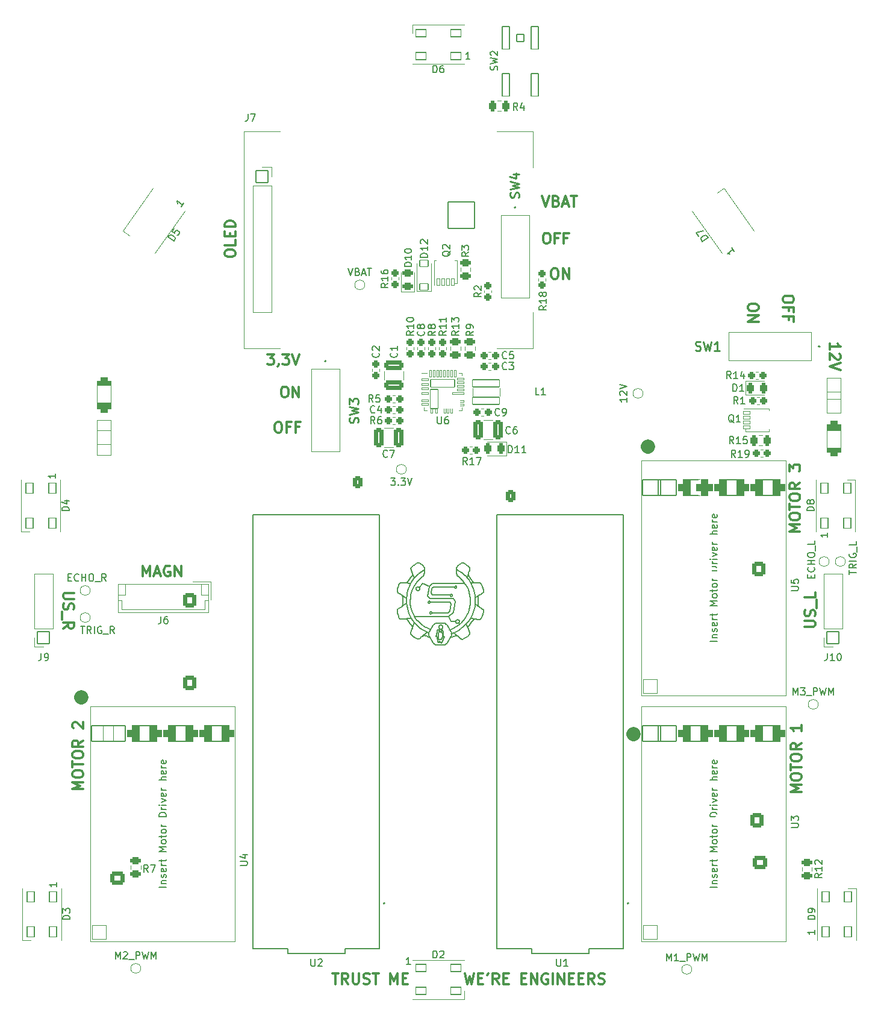
<source format=gto>
G04 #@! TF.GenerationSoftware,KiCad,Pcbnew,6.0.2-378541a8eb~116~ubuntu20.04.1*
G04 #@! TF.CreationDate,2022-02-16T23:09:59+01:00*
G04 #@! TF.ProjectId,Main_Board,4d61696e-5f42-46f6-9172-642e6b696361,rev?*
G04 #@! TF.SameCoordinates,Original*
G04 #@! TF.FileFunction,Legend,Top*
G04 #@! TF.FilePolarity,Positive*
%FSLAX46Y46*%
G04 Gerber Fmt 4.6, Leading zero omitted, Abs format (unit mm)*
G04 Created by KiCad (PCBNEW 6.0.2-378541a8eb~116~ubuntu20.04.1) date 2022-02-16 23:09:59*
%MOMM*%
%LPD*%
G01*
G04 APERTURE LIST*
G04 Aperture macros list*
%AMRoundRect*
0 Rectangle with rounded corners*
0 $1 Rounding radius*
0 $2 $3 $4 $5 $6 $7 $8 $9 X,Y pos of 4 corners*
0 Add a 4 corners polygon primitive as box body*
4,1,4,$2,$3,$4,$5,$6,$7,$8,$9,$2,$3,0*
0 Add four circle primitives for the rounded corners*
1,1,$1+$1,$2,$3*
1,1,$1+$1,$4,$5*
1,1,$1+$1,$6,$7*
1,1,$1+$1,$8,$9*
0 Add four rect primitives between the rounded corners*
20,1,$1+$1,$2,$3,$4,$5,0*
20,1,$1+$1,$4,$5,$6,$7,0*
20,1,$1+$1,$6,$7,$8,$9,0*
20,1,$1+$1,$8,$9,$2,$3,0*%
%AMFreePoly0*
4,1,45,1.408562,1.231062,1.423500,1.195000,1.423500,0.787500,1.408562,0.751438,1.372500,0.736500,0.913500,0.736500,0.913500,0.583500,1.372500,0.583500,1.408562,0.568562,1.423500,0.532500,1.423500,0.127500,1.408562,0.091438,1.372500,0.076500,0.913500,0.076500,0.913500,-0.076500,1.372500,-0.076500,1.408562,-0.091438,1.423500,-0.127500,1.423500,-0.532500,1.408562,-0.568562,
1.372500,-0.583500,0.913500,-0.583500,0.913500,-0.736500,1.372500,-0.736500,1.408562,-0.751438,1.423500,-0.787500,1.423500,-1.195000,1.408562,-1.231062,1.372500,-1.246000,0.612500,-1.246000,0.576438,-1.231062,0.561500,-1.195000,0.561500,-1.168500,-0.862500,-1.168500,-0.898562,-1.153562,-0.913500,-1.117500,-0.913500,1.117500,-0.898562,1.153562,-0.862500,1.168500,0.561500,1.168500,
0.561500,1.195000,0.576438,1.231062,0.612500,1.246000,1.372500,1.246000,1.408562,1.231062,1.408562,1.231062,$1*%
%AMFreePoly1*
4,1,17,0.186062,0.516062,0.201000,0.480000,0.201000,-0.475000,0.186062,-0.511062,0.150000,-0.526000,-0.150000,-0.526000,-0.186062,-0.511062,-0.201000,-0.475000,-0.201000,0.079000,-1.150000,0.079000,-1.186062,0.093938,-1.201000,0.130000,-1.201000,0.480000,-1.186062,0.516062,-1.150000,0.531000,0.150000,0.531000,0.186062,0.516062,0.186062,0.516062,$1*%
%AMFreePoly2*
4,1,17,1.256062,0.336062,1.271000,0.300000,1.271000,-0.619000,1.800000,-0.619000,1.836062,-0.633938,1.851000,-0.670000,1.851000,-2.400000,1.836062,-2.436062,1.800000,-2.451000,-0.300000,-2.451000,-0.336062,-2.436062,-0.351000,-2.400000,-0.351000,0.300000,-0.336062,0.336062,-0.300000,0.351000,1.220000,0.351000,1.256062,0.336062,1.256062,0.336062,$1*%
G04 Aperture macros list end*
%ADD10C,0.144000*%
%ADD11C,0.300000*%
%ADD12C,0.150000*%
%ADD13C,0.254000*%
%ADD14C,0.120000*%
%ADD15C,2.000000*%
%ADD16C,0.100000*%
%ADD17C,0.200000*%
%ADD18C,0.127000*%
%ADD19RoundRect,0.051000X0.850000X0.850000X-0.850000X0.850000X-0.850000X-0.850000X0.850000X-0.850000X0*%
%ADD20O,1.802000X1.802000*%
%ADD21RoundRect,0.294750X-0.243750X-0.456250X0.243750X-0.456250X0.243750X0.456250X-0.243750X0.456250X0*%
%ADD22RoundRect,0.294750X-0.456250X0.243750X-0.456250X-0.243750X0.456250X-0.243750X0.456250X0.243750X0*%
%ADD23RoundRect,0.051000X0.500000X-0.750000X0.500000X0.750000X-0.500000X0.750000X-0.500000X-0.750000X0*%
%ADD24RoundRect,0.051000X-0.500000X0.750000X-0.500000X-0.750000X0.500000X-0.750000X0.500000X0.750000X0*%
%ADD25RoundRect,0.269750X-0.256250X0.218750X-0.256250X-0.218750X0.256250X-0.218750X0.256250X0.218750X0*%
%ADD26RoundRect,0.269750X0.218750X0.256250X-0.218750X0.256250X-0.218750X-0.256250X0.218750X-0.256250X0*%
%ADD27RoundRect,0.051000X0.020606X0.901152X-0.839758X-0.327576X-0.020606X-0.901152X0.839758X0.327576X0*%
%ADD28RoundRect,0.051000X0.839758X-0.327576X-0.020606X0.901152X-0.839758X0.327576X0.020606X-0.901152X0*%
%ADD29RoundRect,0.051000X0.750000X0.500000X-0.750000X0.500000X-0.750000X-0.500000X0.750000X-0.500000X0*%
%ADD30RoundRect,0.051000X-0.750000X1.100000X-0.750000X-1.100000X0.750000X-1.100000X0.750000X1.100000X0*%
%ADD31RoundRect,0.051000X-1.100000X1.100000X-1.100000X-1.100000X1.100000X-1.100000X1.100000X1.100000X0*%
%ADD32RoundRect,0.601000X-0.550000X0.550000X-0.550000X-0.550000X0.550000X-0.550000X0.550000X0.550000X0*%
%ADD33RoundRect,0.051000X1.000000X-1.000000X1.000000X1.000000X-1.000000X1.000000X-1.000000X-1.000000X0*%
%ADD34C,1.626000*%
%ADD35RoundRect,0.051000X0.600000X-0.450000X0.600000X0.450000X-0.600000X0.450000X-0.600000X-0.450000X0*%
%ADD36RoundRect,0.051000X0.202500X-0.495000X0.202500X0.495000X-0.202500X0.495000X-0.202500X-0.495000X0*%
%ADD37FreePoly0,90.000000*%
%ADD38RoundRect,0.294750X0.456250X-0.243750X0.456250X0.243750X-0.456250X0.243750X-0.456250X-0.243750X0*%
%ADD39C,1.602000*%
%ADD40RoundRect,0.269750X0.256250X-0.218750X0.256250X0.218750X-0.256250X0.218750X-0.256250X-0.218750X0*%
%ADD41RoundRect,0.051000X-0.750000X-0.500000X0.750000X-0.500000X0.750000X0.500000X-0.750000X0.500000X0*%
%ADD42RoundRect,0.051000X-0.495000X-0.202500X0.495000X-0.202500X0.495000X0.202500X-0.495000X0.202500X0*%
%ADD43FreePoly0,0.000000*%
%ADD44RoundRect,0.269750X-0.218750X-0.256250X0.218750X-0.256250X0.218750X0.256250X-0.218750X0.256250X0*%
%ADD45RoundRect,0.301000X0.375000X1.075000X-0.375000X1.075000X-0.375000X-1.075000X0.375000X-1.075000X0*%
%ADD46RoundRect,0.301000X-0.375000X-1.075000X0.375000X-1.075000X0.375000X1.075000X-0.375000X1.075000X0*%
%ADD47RoundRect,0.301000X-1.075000X0.375000X-1.075000X-0.375000X1.075000X-0.375000X1.075000X0.375000X0*%
%ADD48RoundRect,0.051000X-1.900000X-0.500000X1.900000X-0.500000X1.900000X0.500000X-1.900000X0.500000X0*%
%ADD49RoundRect,0.294750X0.243750X0.456250X-0.243750X0.456250X-0.243750X-0.456250X0.243750X-0.456250X0*%
%ADD50RoundRect,0.051000X0.475000X-0.150000X0.475000X0.150000X-0.475000X0.150000X-0.475000X-0.150000X0*%
%ADD51RoundRect,0.051000X-0.150000X-0.475000X0.150000X-0.475000X0.150000X0.475000X-0.150000X0.475000X0*%
%ADD52FreePoly1,90.000000*%
%ADD53RoundRect,0.051000X0.800000X-0.150000X0.800000X0.150000X-0.800000X0.150000X-0.800000X-0.150000X0*%
%ADD54RoundRect,0.051000X1.700000X0.550000X-1.700000X0.550000X-1.700000X-0.550000X1.700000X-0.550000X0*%
%ADD55C,0.602000*%
%ADD56RoundRect,0.051000X0.550000X1.350000X-0.550000X1.350000X-0.550000X-1.350000X0.550000X-1.350000X0*%
%ADD57FreePoly2,0.000000*%
%ADD58RoundRect,0.301000X0.600000X0.725000X-0.600000X0.725000X-0.600000X-0.725000X0.600000X-0.725000X0*%
%ADD59O,1.802000X2.052000*%
%ADD60RoundRect,0.051000X0.500000X-1.600000X0.500000X1.600000X-0.500000X1.600000X-0.500000X-1.600000X0*%
%ADD61RoundRect,0.051000X0.500000X-0.500000X0.500000X0.500000X-0.500000X0.500000X-0.500000X-0.500000X0*%
%ADD62C,3.762000*%
%ADD63RoundRect,0.051000X-0.850000X-0.850000X0.850000X-0.850000X0.850000X0.850000X-0.850000X0.850000X0*%
%ADD64C,1.410000*%
%ADD65C,4.402000*%
%ADD66C,1.102000*%
%ADD67RoundRect,0.301000X0.750000X-0.600000X0.750000X0.600000X-0.750000X0.600000X-0.750000X-0.600000X0*%
%ADD68O,2.102000X1.802000*%
%ADD69RoundRect,0.301000X-0.750000X0.600000X-0.750000X-0.600000X0.750000X-0.600000X0.750000X0.600000X0*%
%ADD70RoundRect,0.551000X0.500000X-0.500000X0.500000X0.500000X-0.500000X0.500000X-0.500000X-0.500000X0*%
%ADD71RoundRect,0.051000X1.000000X-1.250000X1.000000X1.250000X-1.000000X1.250000X-1.000000X-1.250000X0*%
%ADD72RoundRect,0.051000X-1.000000X1.000000X-1.000000X-1.000000X1.000000X-1.000000X1.000000X1.000000X0*%
%ADD73RoundRect,0.551000X-0.500000X0.500000X-0.500000X-0.500000X0.500000X-0.500000X0.500000X0.500000X0*%
%ADD74RoundRect,0.051000X-1.000000X1.250000X-1.000000X-1.250000X1.000000X-1.250000X1.000000X1.250000X0*%
%ADD75RoundRect,0.300999X-0.350001X-0.575001X0.350001X-0.575001X0.350001X0.575001X-0.350001X0.575001X0*%
%ADD76O,1.302000X1.752000*%
%ADD77RoundRect,0.300999X0.350001X0.575001X-0.350001X0.575001X-0.350001X-0.575001X0.350001X-0.575001X0*%
%ADD78RoundRect,0.051000X-1.858000X-1.858000X1.858000X-1.858000X1.858000X1.858000X-1.858000X1.858000X0*%
%ADD79C,3.818000*%
%ADD80O,1.302000X2.502000*%
G04 APERTURE END LIST*
D10*
X153675144Y-97768880D02*
X153675744Y-97843280D01*
X148232159Y-103846472D02*
X148276116Y-103883048D01*
X153611064Y-98066480D02*
X153558264Y-98185880D01*
X153439104Y-100732605D02*
X153265944Y-100356164D01*
X146700264Y-98300480D02*
X146971620Y-98121800D01*
X151661736Y-105167096D02*
X151664196Y-105142304D01*
X149649612Y-108202064D02*
X149635416Y-108192368D01*
X147149412Y-97407680D02*
X147052476Y-97295600D01*
X144757032Y-101897696D02*
X144789720Y-101555312D01*
X149375063Y-107700884D02*
X149442264Y-107703884D01*
X147789468Y-102437996D02*
X147805416Y-102395864D01*
X145414536Y-99701216D02*
X145585680Y-99432128D01*
X151316352Y-107296400D02*
X151221360Y-107328752D01*
X150431448Y-105600368D02*
X150411852Y-105600368D01*
X154937544Y-104906612D02*
X154814904Y-104902064D01*
X152716476Y-107656232D02*
X152603784Y-107682716D01*
X147069659Y-99836372D02*
X146510676Y-100395416D01*
X148029876Y-103905836D02*
X148066416Y-103861880D01*
X146439576Y-107659412D02*
X146510676Y-107637344D01*
X154827264Y-101657600D02*
X154820664Y-101697296D01*
X153568344Y-107041113D02*
X153448224Y-107170220D01*
X153403344Y-106112601D02*
X153432024Y-106226397D01*
X144210408Y-102491696D02*
X144210876Y-102608972D01*
X144332616Y-99736773D02*
X144202728Y-99723356D01*
X147257952Y-97955600D02*
X147254880Y-97829600D01*
X154808184Y-101895752D02*
X154806744Y-102016520D01*
X144211668Y-102098612D02*
X144209652Y-102198800D01*
X151788036Y-97970120D02*
X151791996Y-97844240D01*
X154167864Y-104937080D02*
X154109784Y-105003164D01*
X144761064Y-102632852D02*
X144746100Y-102343988D01*
X151006068Y-101375696D02*
X151050528Y-101368400D01*
X145621428Y-105036236D02*
X145425396Y-104732072D01*
X145847400Y-97238120D02*
X145813092Y-97262480D01*
X155542104Y-103579472D02*
X155550624Y-103601936D01*
X145348560Y-106879736D02*
X145358076Y-106915472D01*
X143435616Y-103712084D02*
X143455284Y-103887489D01*
X143592192Y-103405113D02*
X143510616Y-103479272D01*
X147207492Y-106485332D02*
X146899944Y-106294112D01*
X153750144Y-99134036D02*
X153792503Y-99189752D01*
X148421880Y-99836433D02*
X147939132Y-100246784D01*
X154806744Y-102016520D02*
X154807104Y-102133700D01*
X151803060Y-97613480D02*
X151831452Y-97534640D01*
X152482092Y-99297896D02*
X152426700Y-99243788D01*
X150431448Y-108297896D02*
X151123560Y-107099132D01*
X144746100Y-102343988D02*
X144746100Y-102247772D01*
X147841992Y-102351932D02*
X147892320Y-102324920D01*
X150181380Y-108430904D02*
X150219732Y-108385268D01*
X148308984Y-103992296D02*
X148307496Y-104006684D01*
X154433064Y-102337604D02*
X154416384Y-102640088D01*
X146554764Y-99278432D02*
X146610480Y-99224721D01*
X148030536Y-102582716D02*
X147980220Y-102609728D01*
X144209652Y-102198800D02*
X144207684Y-102268784D01*
X152803200Y-99651080D02*
X152589852Y-99405248D01*
X155117664Y-104871128D02*
X155047104Y-104894564D01*
X150900264Y-101517620D02*
X150901764Y-101503232D01*
X154893024Y-103097768D02*
X154983024Y-103172948D01*
X149608800Y-106554152D02*
X149628648Y-106534148D01*
X153204624Y-107362928D02*
X153170424Y-107387481D01*
X151643568Y-102392300D02*
X151372728Y-103928228D01*
X149668944Y-106683968D02*
X149646480Y-106683968D01*
X151813416Y-107175572D02*
X151787831Y-107170820D01*
X148310412Y-103977836D02*
X148308984Y-103992296D01*
X155550384Y-101085645D02*
X155506944Y-101146136D01*
X149561916Y-108104732D02*
X149553780Y-108102188D01*
X149375844Y-106579664D02*
X149421480Y-106593728D01*
X144463992Y-99751148D02*
X144332616Y-99736773D01*
X144205020Y-102840536D02*
X144196944Y-102928100D01*
X146564916Y-100703684D02*
X146503332Y-100777784D01*
X151965360Y-98807480D02*
X151945644Y-98790440D01*
X147270444Y-105908900D02*
X146873568Y-105628364D01*
X151793232Y-98416160D02*
X151788612Y-98350760D01*
X152848632Y-98622800D02*
X153085295Y-98854040D01*
X151313028Y-101990984D02*
X151643568Y-102392300D01*
X149796612Y-107971196D02*
X149769084Y-108067412D01*
X145513608Y-106319048D02*
X145459380Y-106439564D01*
X145251900Y-104412932D02*
X145102032Y-104080052D01*
X145578516Y-103892816D02*
X145444212Y-103504532D01*
X153686184Y-104827316D02*
X153471624Y-105140864D01*
X149817444Y-107103236D02*
X149799552Y-107002832D01*
X153583104Y-106585844D02*
X153624624Y-106701344D01*
X149325192Y-106299584D02*
X149333208Y-106299584D01*
X149044020Y-107353028D02*
X149036400Y-107316512D01*
X149243436Y-108094700D02*
X149219532Y-108090152D01*
X148084584Y-102482336D02*
X148084584Y-102482336D01*
X153653304Y-97951280D02*
X153611064Y-98066480D01*
X151512120Y-100343912D02*
X151513548Y-100329464D01*
X153169824Y-97237280D02*
X153203664Y-97262240D01*
X149887632Y-106736504D02*
X149892780Y-106812872D01*
X152180280Y-99006680D02*
X152095512Y-98926640D01*
X154433064Y-102148016D02*
X154433064Y-102236816D01*
X143863032Y-104821064D02*
X143883084Y-104834216D01*
X153668424Y-105599456D02*
X153598584Y-105693597D01*
X149758860Y-106721336D02*
X149751696Y-106688852D01*
X145348632Y-103107272D02*
X145291860Y-102704204D01*
X149582436Y-108117032D02*
X149581380Y-108109616D01*
X147805416Y-102395864D02*
X147841992Y-102351932D01*
X148145784Y-104125628D02*
X148131312Y-104124128D01*
X145486464Y-98159360D02*
X145539912Y-98280200D01*
X154828944Y-103013900D02*
X154841304Y-103036820D01*
X147247536Y-97625840D02*
X147245376Y-97598840D01*
X153489384Y-98768240D02*
X153551063Y-98860400D01*
X155559024Y-101063252D02*
X155550384Y-101085645D01*
X147248628Y-97652481D02*
X147247536Y-97625840D01*
X154248504Y-99764168D02*
X154326144Y-99783116D01*
X149301312Y-106314752D02*
X149325192Y-106299584D01*
X150828000Y-102467372D02*
X151040952Y-102725948D01*
X151529568Y-100287344D02*
X151566084Y-100243400D01*
X149192580Y-106393532D02*
X149214060Y-106396844D01*
X153823224Y-99232472D02*
X153862824Y-99290216D01*
X144803916Y-104878172D02*
X144832428Y-104906552D01*
X151801175Y-98468120D02*
X151796544Y-98437760D01*
X149214060Y-106396844D02*
X149221296Y-106396844D01*
X144206844Y-102295100D02*
X144206844Y-102295100D01*
X149639580Y-106404872D02*
X149647008Y-106406612D01*
X153528384Y-105791648D02*
X153466104Y-105883364D01*
X145371228Y-97816040D02*
X145392912Y-97924160D01*
X149769084Y-108067412D02*
X149761392Y-108099848D01*
X145342380Y-106856480D02*
X145348560Y-106879736D01*
X149846100Y-106448936D02*
X149864196Y-106547372D01*
X148007748Y-102336500D02*
X148051632Y-102373088D01*
X153900504Y-105282128D02*
X153842664Y-105364100D01*
X149350128Y-108003428D02*
X149354496Y-108036572D01*
X149628648Y-106534148D02*
X149633664Y-106502720D01*
X150219732Y-105512936D02*
X150181380Y-105467300D01*
X146094216Y-100557920D02*
X146096616Y-100533572D01*
X152039328Y-104968016D02*
X152114784Y-105030764D01*
X151775328Y-107168468D02*
X151735476Y-107174384D01*
X143499684Y-104066312D02*
X143537496Y-104186948D01*
X149780352Y-106390988D02*
X149803920Y-106391384D01*
X144184248Y-102979016D02*
X144171744Y-103001864D01*
X152080536Y-106411436D02*
X151747800Y-106596920D01*
X145589532Y-106086956D02*
X145560096Y-106200500D01*
X150171612Y-105450368D02*
X148787448Y-105450368D01*
X152911128Y-97065080D02*
X153066864Y-97163840D01*
X153645263Y-106883828D02*
X153639024Y-106907000D01*
X149635416Y-108192368D02*
X149612376Y-108168596D01*
X151791216Y-100430312D02*
X151754700Y-100474268D01*
X149366616Y-108108968D02*
X149362451Y-108121328D01*
X149039844Y-106657988D02*
X149064060Y-106547180D01*
X154420464Y-101881688D02*
X154433064Y-102148016D01*
X146319084Y-100833188D02*
X146294736Y-100830704D01*
X144976836Y-103734488D02*
X144877548Y-103377320D01*
X151866012Y-105445028D02*
X151793628Y-105417488D01*
X149309892Y-106693064D02*
X149308860Y-106698548D01*
X146899944Y-106294112D02*
X146608212Y-106081352D01*
X147249744Y-98401640D02*
X147254820Y-98336120D01*
X148917516Y-107222564D02*
X148940568Y-107115932D01*
X143466936Y-101023544D02*
X143475396Y-101045936D01*
X149317200Y-106677644D02*
X149309892Y-106693064D01*
X145489332Y-98833880D02*
X145419084Y-98931920D01*
X154041264Y-105090284D02*
X153969023Y-105187088D01*
X149636064Y-106403552D02*
X149639580Y-106404872D01*
X147251436Y-97724480D02*
X147248628Y-97652481D01*
X151808663Y-100373804D02*
X151807236Y-100388204D01*
X154059504Y-99565016D02*
X154127664Y-99652520D01*
X152268636Y-99091040D02*
X152180280Y-99006680D01*
X147872664Y-107355320D02*
X147916020Y-107368136D01*
X149715768Y-106677248D02*
X149689392Y-106681280D01*
X151245900Y-106190012D02*
X151685880Y-105957596D01*
X149036400Y-107316512D02*
X149035416Y-107311772D01*
X154685064Y-104888648D02*
X154553544Y-104874272D01*
X149367264Y-107983112D02*
X149361852Y-107984864D01*
X148307496Y-104006684D02*
X148291476Y-104048804D01*
X146140428Y-97042160D02*
X145984044Y-97139600D01*
X145327548Y-105571712D02*
X145396752Y-105666380D01*
X149320776Y-105874064D02*
X149318628Y-105919448D01*
X147148116Y-98716760D02*
X147194460Y-98637920D01*
X149753400Y-106392032D02*
X149761392Y-106392032D01*
X146450916Y-96944840D02*
X146413932Y-96942800D01*
X145229952Y-99182072D02*
X145215048Y-99203744D01*
X149330664Y-107702780D02*
X149347152Y-107700884D01*
X149314848Y-108119312D02*
X149288868Y-108114752D01*
X153480623Y-97480521D02*
X153599424Y-97610960D01*
X148018236Y-104021264D02*
X148010952Y-103976804D01*
X147865560Y-106798280D02*
X147780348Y-106765328D01*
X149643228Y-106283504D02*
X149735820Y-106192484D01*
X149954112Y-107216180D02*
X149977932Y-107236052D01*
X143899884Y-99754328D02*
X143879759Y-99767372D01*
X149766084Y-106392032D02*
X149780352Y-106390988D01*
X153668904Y-101518136D02*
X153573384Y-101120936D01*
X152601960Y-96965000D02*
X152638860Y-96963200D01*
X144054120Y-101467028D02*
X144754044Y-101950100D01*
X155168904Y-104837996D02*
X155137824Y-104858120D01*
X145614336Y-98512880D02*
X145620312Y-98592560D01*
X149344151Y-106510004D02*
X149339136Y-106546472D01*
X154426464Y-104866700D02*
X154309344Y-104873804D01*
X149628264Y-106435652D02*
X149630016Y-106426088D01*
X145596096Y-106007264D02*
X145589532Y-106086956D01*
X147892320Y-102324920D02*
X147936780Y-102317612D01*
X145048632Y-99438380D02*
X144976428Y-99535137D01*
X145963608Y-104630768D02*
X145751628Y-104269245D01*
X149385420Y-106630448D02*
X149362380Y-106630448D01*
X145097460Y-105252968D02*
X145154759Y-105335204D01*
X153420744Y-105958628D02*
X153402624Y-105994568D01*
X151517976Y-100402784D02*
X151510680Y-100358312D01*
X151685880Y-105957596D02*
X152100852Y-105666896D01*
X151130016Y-106859420D02*
X151038480Y-106888856D01*
X151818036Y-98558600D02*
X151801175Y-98468120D01*
X146343360Y-100835589D02*
X146319084Y-100833188D01*
X147921360Y-102615668D02*
X147906900Y-102614168D01*
X146503980Y-105296984D02*
X146427684Y-105220148D01*
X154810704Y-102330380D02*
X154810704Y-102330452D01*
X143616611Y-100199312D02*
X143576244Y-100319180D01*
X154367664Y-103034480D02*
X154287864Y-103418732D01*
X153033600Y-107485844D02*
X152877216Y-107583368D01*
X151155276Y-107351804D02*
X151130484Y-107360648D01*
X155316744Y-103374980D02*
X155418144Y-103443980D01*
X153573384Y-101120936D02*
X153439104Y-100732605D01*
X154845744Y-101623544D02*
X154833383Y-101646464D01*
X145288752Y-99105836D02*
X145246092Y-99161300D01*
X145979628Y-99970412D02*
X146232744Y-99628544D01*
X146873568Y-105628364D02*
X146591280Y-105384872D01*
X151831452Y-97534640D02*
X151900260Y-97423040D01*
X146106444Y-107560400D02*
X146266344Y-107634728D01*
X145013100Y-100581104D02*
X145127736Y-100276352D01*
X153427944Y-98538560D02*
X153421464Y-98618240D01*
X146606784Y-107583320D02*
X146703852Y-107508188D01*
X153624624Y-106701344D02*
X153646344Y-106809416D01*
X153426384Y-98656640D02*
X153444384Y-98692640D01*
X153503904Y-98306360D02*
X153457464Y-98425040D01*
X151050528Y-101368400D02*
X151064976Y-101369900D01*
X149094792Y-106406612D02*
X149096232Y-106401536D01*
X149879232Y-106651088D02*
X149887632Y-106736504D01*
X150181380Y-105467300D02*
X150171612Y-105450368D01*
X149333208Y-106299584D02*
X149336196Y-106299584D01*
X153987984Y-99467888D02*
X154059504Y-99565016D01*
X146801628Y-107421645D02*
X146899992Y-107333432D01*
X145984044Y-97139600D02*
X145881132Y-97212920D01*
X146464848Y-100362416D02*
X146538936Y-100424072D01*
X145847868Y-107388248D02*
X145950780Y-107461772D01*
X144786060Y-99733184D02*
X144708276Y-99751604D01*
X144918228Y-100896272D02*
X145013100Y-100581104D01*
X151399991Y-106756484D02*
X151130016Y-106859420D01*
X152944992Y-99836433D02*
X148421880Y-99836433D01*
X145551492Y-98742080D02*
X145489332Y-98833880D01*
X146899992Y-107333432D02*
X146998968Y-107253236D01*
X153448584Y-106272896D02*
X153167424Y-105493604D01*
X149399748Y-107978684D02*
X149374992Y-107980772D01*
X143879759Y-99767372D02*
X143848632Y-99787412D01*
X147335232Y-107179604D02*
X147441216Y-107210204D01*
X149447196Y-108001016D02*
X149425716Y-107985656D01*
X151802796Y-100314884D02*
X151810092Y-100359344D01*
X144591935Y-99767372D02*
X145338036Y-99836433D01*
X151675331Y-100210580D02*
X151689708Y-100212020D01*
X153862824Y-99290216D02*
X153920064Y-99372500D01*
X146978580Y-107268668D02*
X147644208Y-106706420D01*
X154808544Y-102234032D02*
X154809984Y-102304016D01*
X143563752Y-104266965D02*
X143603784Y-104386953D01*
X143563812Y-100359416D02*
X143550468Y-100399388D01*
X153808584Y-99210645D02*
X153808584Y-99210716D01*
X145209048Y-105414752D02*
X145209048Y-105414752D01*
X152013612Y-107290664D02*
X151353516Y-106768064D01*
X145215048Y-99203744D02*
X145175064Y-99261296D01*
X146091731Y-100582196D02*
X146094216Y-100557920D01*
X153639024Y-106907000D02*
X153629304Y-106942689D01*
X154287864Y-103418732D02*
X154178544Y-103791380D01*
X153787824Y-105443396D02*
X153787824Y-105443396D01*
X149654364Y-108202064D02*
X149649612Y-108202064D01*
X151616412Y-100216389D02*
X151660884Y-100209080D01*
X153669023Y-97745720D02*
X153675144Y-97768880D01*
X154809984Y-102304016D02*
X154810704Y-102330380D01*
X148547148Y-108297896D02*
X148605863Y-108308252D01*
X149946300Y-107209484D02*
X149954112Y-107216180D01*
X148331964Y-100493072D02*
X148202928Y-101225036D01*
X146524620Y-99307916D02*
X146532036Y-99300428D01*
X151050000Y-105192753D02*
X151717908Y-105192753D01*
X154478184Y-104868597D02*
X153698184Y-104790332D01*
X149252280Y-106922948D02*
X149235612Y-107015288D01*
X151130484Y-107360648D02*
X151130484Y-107360648D01*
X153876384Y-104496980D02*
X153686184Y-104827316D01*
X149300976Y-107705120D02*
X149330664Y-107702780D01*
X153729024Y-105519572D02*
X153668424Y-105599456D01*
X149362451Y-108121328D02*
X149354436Y-108124784D01*
X149466408Y-108021980D02*
X149447196Y-108001016D01*
X145537044Y-107144900D02*
X145678128Y-107263520D01*
X153598584Y-105693597D02*
X153528384Y-105791648D01*
X155572344Y-103751864D02*
X155550984Y-103926932D01*
X155024304Y-101464172D02*
X154419983Y-101874128D01*
X148161192Y-103827584D02*
X148175652Y-103829084D01*
X149600844Y-106557464D02*
X149608800Y-106554152D01*
X154807824Y-102426668D02*
X154805784Y-102526868D01*
X149556648Y-106318988D02*
X149643228Y-106283504D01*
X147249996Y-107159732D02*
X147335232Y-107179604D01*
X155323464Y-101288720D02*
X155210544Y-101354204D01*
X151731852Y-100228028D02*
X151775784Y-100264568D01*
X147666012Y-107283704D02*
X147760236Y-107316452D01*
X146104044Y-100657196D02*
X146091731Y-100582196D01*
X147936780Y-102317612D02*
X147951252Y-102319112D01*
X153663384Y-103135844D02*
X153722904Y-102733112D01*
X151198320Y-101533112D02*
X151198320Y-101533112D01*
X148926900Y-107276084D02*
X148909248Y-107261768D01*
X150696552Y-104503100D02*
X151050000Y-105192753D01*
X143772984Y-99875168D02*
X143685816Y-100028552D01*
X147939132Y-100246784D02*
X147069659Y-99836372D01*
X150171612Y-105450368D02*
X150171612Y-105450368D01*
X147258936Y-98221040D02*
X147259644Y-98090120D01*
X145354236Y-101489612D02*
X145452480Y-101093072D01*
X149064060Y-106547180D02*
X149087112Y-106441700D01*
X143700852Y-101250500D02*
X143813352Y-101316764D01*
X144210876Y-102608972D02*
X144209316Y-102729668D01*
X147848892Y-106822304D02*
X147875711Y-106949132D01*
X148276116Y-103883048D02*
X148303128Y-103933364D01*
X149233536Y-107366120D02*
X149234052Y-107460584D01*
X149454768Y-106638788D02*
X149385420Y-106630448D01*
X153466104Y-105883364D02*
X153420744Y-105958628D01*
X149147736Y-107851088D02*
X149123052Y-107734412D01*
X149279052Y-106348220D02*
X149301312Y-106314752D01*
X146703852Y-107508188D02*
X146801628Y-107421645D01*
X150934584Y-101612420D02*
X150907560Y-101562080D01*
X149066868Y-107462864D02*
X149044020Y-107353028D01*
X154701864Y-99770756D02*
X154831824Y-99758252D01*
X148051632Y-102373088D02*
X148078644Y-102423416D01*
X146591927Y-100632596D02*
X146564916Y-100703684D01*
X149658084Y-106406612D02*
X149684052Y-106404332D01*
X149663820Y-108202064D02*
X149654364Y-108202064D01*
X149517444Y-106657196D02*
X149454768Y-106638788D01*
X145950780Y-107461772D02*
X146106444Y-107560400D01*
X150955728Y-101402720D02*
X151006068Y-101375696D01*
X148964784Y-107003948D02*
X148984644Y-106912088D01*
X153920064Y-99372500D02*
X153987984Y-99467888D01*
X154810704Y-102330452D02*
X154810704Y-102330452D01*
X155047104Y-104894564D02*
X154937544Y-104906612D01*
X149318628Y-105968072D02*
X149328000Y-106068536D01*
X149364132Y-106436048D02*
X149358276Y-106468016D01*
X151079364Y-101371328D02*
X151121484Y-101387288D01*
X151799412Y-97667121D02*
X151800780Y-97640480D01*
X147835548Y-107099132D02*
X148527612Y-108297896D01*
X149724276Y-108163712D02*
X149692260Y-108190868D01*
X148190052Y-103830512D02*
X148232159Y-103846472D01*
X143458668Y-103562144D02*
X143445312Y-103596656D01*
X151754700Y-100474268D02*
X151704300Y-100501280D01*
X144185676Y-104867228D02*
X144315696Y-104854664D01*
X149839260Y-106416320D02*
X149846100Y-106448936D01*
X152596476Y-98408240D02*
X152848632Y-98622800D01*
X151689708Y-100212020D02*
X151731852Y-100228028D01*
X153306264Y-107287796D02*
X153204624Y-107362928D01*
X145449228Y-97584320D02*
X145388280Y-97682840D01*
X151083336Y-106949132D02*
X151110168Y-106822304D01*
X152084520Y-107350305D02*
X151986060Y-107269496D01*
X151649748Y-107193788D02*
X151542984Y-107223932D01*
X144080076Y-99718784D02*
X143970516Y-99730832D01*
X149331960Y-106655384D02*
X149317200Y-106677644D01*
X153690024Y-99053721D02*
X153750144Y-99134036D01*
X151691736Y-105069896D02*
X151754496Y-104994452D01*
X144029052Y-103137020D02*
X143921748Y-103205636D01*
X146538936Y-100424072D02*
X146584512Y-100508972D01*
X149358864Y-106630448D02*
X149348508Y-106637600D01*
X154231464Y-104892236D02*
X154208064Y-104903432D01*
X149209116Y-108090152D02*
X149201832Y-108073016D01*
X148605863Y-108308252D02*
X148677612Y-108338072D01*
X151775784Y-100264568D02*
X151802796Y-100314884D01*
X154831824Y-99758252D02*
X154954464Y-99754472D01*
X143512380Y-100519964D02*
X143466660Y-100698488D01*
X147172200Y-107160452D02*
X147197867Y-107155832D01*
X145358076Y-106915472D02*
X145418100Y-107014568D01*
X147850392Y-107348732D02*
X147850392Y-107348732D01*
X153432024Y-106226397D02*
X153477624Y-106345280D01*
X151755144Y-97872080D02*
X151829808Y-97909400D01*
X155550984Y-103926932D02*
X155505264Y-104105516D01*
X146185236Y-100388384D02*
X146270112Y-100342820D01*
X153203664Y-97262240D02*
X153238104Y-97286601D01*
X155581944Y-100913312D02*
X155572344Y-101028680D01*
X144063096Y-104870936D02*
X144185676Y-104867228D01*
X151735476Y-107174384D02*
X151649748Y-107193788D01*
X147780348Y-106765328D02*
X147529764Y-106653680D01*
X148677612Y-108338072D02*
X148739268Y-108385268D01*
X155480184Y-100438448D02*
X155517984Y-100559084D01*
X144202728Y-99723356D02*
X144080076Y-99718784D01*
X153477624Y-98369960D02*
X153268464Y-99056720D01*
X149581716Y-108096536D02*
X149584380Y-108099848D01*
X153265944Y-100356164D02*
X153053976Y-99994700D01*
X145981200Y-98934680D02*
X146204568Y-98707640D01*
X155185464Y-99824648D02*
X155260224Y-99912932D01*
X143685816Y-100028552D02*
X143616611Y-100199312D01*
X144207684Y-102268784D02*
X144206844Y-102295100D01*
X145444212Y-103504532D02*
X145348632Y-103107272D01*
X144087960Y-103091444D02*
X144746100Y-102596204D01*
X149235480Y-107556032D02*
X149251560Y-107657984D01*
X150353136Y-108308252D02*
X150411852Y-108297896D01*
X151123560Y-107099132D02*
X151110168Y-107075888D01*
X145616868Y-98618361D02*
X145615116Y-98630840D01*
X151510680Y-100358312D02*
X151512120Y-100343912D01*
X150041352Y-107303888D02*
X150050196Y-107328812D01*
X150978516Y-101648936D02*
X150934584Y-101612420D01*
X155095824Y-101419772D02*
X154988424Y-101488388D01*
X149201832Y-108073016D02*
X149187636Y-108024644D01*
X149341932Y-108121784D02*
X149328060Y-108119312D01*
X149221296Y-106396844D02*
X149229876Y-106396844D01*
X145273896Y-102298220D02*
X145294668Y-101892368D01*
X155466624Y-100398620D02*
X155480184Y-100438448D01*
X151754496Y-104994452D02*
X151840944Y-104947952D01*
X149541660Y-106582268D02*
X149586528Y-106564568D01*
X145589460Y-100705628D02*
X145765176Y-100330448D01*
X143518368Y-101106752D02*
X143599416Y-101181488D01*
X152329632Y-98210960D02*
X152596476Y-98408240D01*
X155453904Y-100358432D02*
X155466624Y-100398620D01*
X155550624Y-103601936D02*
X155563704Y-103636436D01*
X152048892Y-98031920D02*
X152329632Y-98210960D01*
X143453844Y-100988900D02*
X143466936Y-101023544D01*
X149686668Y-107634212D02*
X149718816Y-107538320D01*
X145419084Y-98931920D02*
X145349280Y-99026000D01*
X147963096Y-107382128D02*
X147988476Y-107389616D01*
X152751252Y-96990680D02*
X152911128Y-97065080D01*
X151180800Y-101589620D02*
X151144284Y-101633504D01*
X145127736Y-100276352D02*
X145261727Y-99982844D01*
X146610480Y-99224721D02*
X146684579Y-99153956D01*
X144907752Y-99622232D02*
X144849816Y-99688316D01*
X148677612Y-105560132D02*
X148605863Y-105589952D01*
X143510616Y-103479272D02*
X143467260Y-103539752D01*
X146769659Y-99073160D02*
X146858532Y-98989400D01*
X145765176Y-100330448D02*
X145979628Y-99970412D01*
X149906244Y-106974644D02*
X149921292Y-107078372D01*
X152513616Y-99328484D02*
X152512116Y-99327656D01*
X149265696Y-108104732D02*
X149243436Y-108094700D01*
X149345244Y-106313852D02*
X149353260Y-106348220D01*
X149684052Y-106404332D02*
X149707236Y-106399316D01*
X145378584Y-97718480D02*
X145372260Y-97741640D01*
X145466484Y-105764948D02*
X145528128Y-105857204D01*
X144087960Y-104871273D02*
X145419864Y-104722772D01*
X155572344Y-101028680D02*
X155559024Y-101063252D01*
X146556576Y-96966920D02*
X146477544Y-96946280D01*
X152173764Y-105193664D02*
X152171292Y-105218468D01*
X145229952Y-99182072D02*
X145229952Y-99182072D01*
X144315696Y-104854664D02*
X144447143Y-104841188D01*
X149631252Y-106421720D02*
X149634384Y-106408628D01*
X154841304Y-103036820D02*
X154893024Y-103097768D01*
X145573116Y-105932852D02*
X145591152Y-105968852D01*
X151542984Y-107223932D02*
X151427676Y-107259800D01*
X153722904Y-102733112D02*
X153743664Y-102327248D01*
X147052476Y-97295600D02*
X146935680Y-97189400D01*
X145569396Y-97455200D02*
X145449228Y-97584320D01*
X147529764Y-106653680D02*
X147207492Y-106485332D01*
X154309344Y-104873804D02*
X154231464Y-104892236D01*
X151064976Y-101369900D02*
X151079364Y-101371328D01*
X145711332Y-97337720D02*
X145569396Y-97455200D01*
X152078448Y-105391052D02*
X151992000Y-105437528D01*
X149672592Y-107704532D02*
X149677476Y-107674136D01*
X154383504Y-101533436D02*
X154420464Y-101881688D01*
X155210544Y-101354204D02*
X155095824Y-101419772D01*
X154804704Y-102643988D02*
X154805424Y-102764612D01*
X145246092Y-99161300D02*
X145229952Y-99182072D01*
X149361132Y-105749720D02*
X149341152Y-105782204D01*
X147965628Y-102320552D02*
X148007748Y-102336500D01*
X145541280Y-106252064D02*
X145858152Y-105347948D01*
X149361132Y-106192484D02*
X149425260Y-106283504D01*
X149318628Y-105919448D02*
X149318628Y-105934617D01*
X155063904Y-99767228D02*
X155134344Y-99791180D01*
X149205480Y-107192372D02*
X149210364Y-107227652D01*
X144034452Y-101452520D02*
X144124476Y-101527712D01*
X153743664Y-102327248D02*
X153725664Y-101921264D01*
X145596876Y-98666840D02*
X145551492Y-98742080D01*
X147074880Y-98791640D02*
X147094668Y-98774840D01*
X146447796Y-99384152D02*
X146524620Y-99307916D01*
X149421480Y-106593728D02*
X149481576Y-106595744D01*
X150014712Y-107464568D02*
X149979636Y-107564756D01*
X151992000Y-105437528D02*
X151915560Y-105450032D01*
X149425260Y-105708764D02*
X149388864Y-105725432D01*
X148083084Y-102496712D02*
X148067064Y-102538856D01*
X153675744Y-97843280D02*
X153653304Y-97951280D01*
X155089944Y-103242296D02*
X155204184Y-103308704D01*
X151121484Y-101387288D02*
X151165368Y-101423864D01*
X153037968Y-104655056D02*
X153252384Y-104295033D01*
X152396820Y-106201280D02*
X152080536Y-106411436D01*
X149513676Y-105696200D02*
X149471291Y-105699272D01*
X149211600Y-107233772D02*
X149219460Y-107266256D01*
X145117259Y-99343268D02*
X145048632Y-99438380D01*
X148777608Y-108430904D02*
X148787448Y-108447896D01*
X145029564Y-105157604D02*
X145097460Y-105252968D01*
X152589852Y-99405248D02*
X152513616Y-99328484D01*
X154988424Y-101488388D02*
X154897944Y-101562932D01*
X144708276Y-99751604D02*
X144591144Y-99758696D01*
X152353128Y-99172436D02*
X152268636Y-99091040D01*
X149819796Y-105968072D02*
X149819796Y-105934617D01*
X145774752Y-99176396D02*
X145981200Y-98934680D01*
X153646344Y-106809416D02*
X153645263Y-106883828D01*
X153558264Y-98185880D02*
X153503904Y-98306360D01*
X153551063Y-98860400D02*
X153620784Y-98959040D01*
X149659248Y-107720348D02*
X149662560Y-107720348D01*
X153424823Y-98644160D02*
X153426384Y-98656640D01*
X145372260Y-97741640D02*
X145371228Y-97816040D01*
X149739396Y-106677788D02*
X149715768Y-106677248D01*
X150898044Y-106328432D02*
X151245900Y-106190012D01*
X154816584Y-102962936D02*
X154822944Y-103002716D01*
X149323512Y-108119312D02*
X149314848Y-108119312D01*
X145539912Y-98280200D02*
X145585620Y-98399120D01*
X146510676Y-107637344D02*
X146606784Y-107583320D01*
X145364268Y-106674128D02*
X145341864Y-106782068D01*
X149586528Y-106564568D02*
X149600844Y-106557464D01*
X145678128Y-107263520D02*
X145779564Y-107338964D01*
X147690108Y-106138520D02*
X147270444Y-105908900D01*
X150924096Y-107422304D02*
X150902075Y-107429204D01*
X149260884Y-107694572D02*
X149273964Y-107702900D01*
X144209052Y-102391388D02*
X144210408Y-102491696D01*
X152373696Y-97037841D02*
X152496096Y-96986480D01*
X145779564Y-107338964D02*
X145813992Y-107363312D01*
X152471880Y-107656820D02*
X152376119Y-107602184D01*
X144212052Y-101860856D02*
X144212832Y-101981480D01*
X153969023Y-105187088D02*
X153900504Y-105282128D01*
X153725664Y-101921264D02*
X153668904Y-101518136D01*
X149271684Y-106831484D02*
X149252280Y-106922948D01*
X146149620Y-100742096D02*
X146104044Y-100657196D01*
X147246300Y-98423120D02*
X147249744Y-98401640D01*
X147223896Y-98543840D02*
X147241416Y-98453480D01*
X150041148Y-107368328D02*
X150014712Y-107464568D01*
X147194460Y-98637920D02*
X147223896Y-98543840D01*
X146418360Y-100823348D02*
X146343360Y-100835589D01*
X149630016Y-106426088D02*
X149631252Y-106421720D01*
X151793628Y-105417488D02*
X151718160Y-105354728D01*
X145838808Y-105324380D02*
X145621428Y-105036236D01*
X151808663Y-100373804D02*
X151808663Y-100373804D01*
X150868631Y-103703372D02*
X150546360Y-103977320D01*
X152638860Y-96963200D02*
X152751252Y-96990680D01*
X149115180Y-106390664D02*
X149152548Y-106388900D01*
X148045248Y-104071580D02*
X148018236Y-104021264D01*
X151130484Y-107360648D02*
X151112316Y-107365868D01*
X149678712Y-107666828D02*
X149686668Y-107634212D01*
X154814904Y-104902064D02*
X154685064Y-104888648D01*
X145601112Y-98450840D02*
X145825200Y-99114104D01*
X143813352Y-101316764D02*
X143927676Y-101383184D01*
X146678652Y-97019120D02*
X146556576Y-96966920D01*
X146596812Y-100583972D02*
X146594400Y-100608320D01*
X153565104Y-103532396D02*
X153663384Y-103135844D01*
X148053516Y-102467372D02*
X150828000Y-102467372D01*
X149442264Y-107703884D02*
X149504112Y-107710581D01*
X148066416Y-103861880D02*
X148116731Y-103834868D01*
X147864780Y-102598148D02*
X147820836Y-102561632D01*
X149358468Y-106389884D02*
X149361264Y-106417028D01*
X148013868Y-103947956D02*
X148029876Y-103905836D01*
X145459380Y-106439564D02*
X145406520Y-106558964D01*
X146998968Y-107253236D02*
X147098244Y-107190800D01*
X149556648Y-105696200D02*
X149527800Y-105696200D01*
X149735820Y-106192484D02*
X149797392Y-106068536D01*
X148067064Y-102538856D02*
X148030536Y-102582716D01*
X149939460Y-107176797D02*
X149946300Y-107209484D01*
X154809144Y-102875432D02*
X154816584Y-102962936D01*
X151664196Y-105142304D02*
X151691736Y-105069896D01*
X145591152Y-105968852D02*
X145592784Y-105981488D01*
X148940568Y-107115932D02*
X148964784Y-107003948D01*
X149649480Y-106406612D02*
X149658084Y-106406612D01*
X151112316Y-107365868D02*
X151062960Y-107380316D01*
X146393748Y-100335404D02*
X146464848Y-100362416D01*
X149707236Y-106399316D02*
X149729496Y-106394312D01*
X146415636Y-107660588D02*
X146439576Y-107659412D01*
X155134344Y-99791180D02*
X155154504Y-99804404D01*
X145751628Y-104269245D02*
X145578516Y-103892816D01*
X143757300Y-104712416D02*
X143832036Y-104800749D01*
X150050196Y-107328812D02*
X150048444Y-107335989D01*
X146270112Y-100342820D02*
X146345112Y-100330521D01*
X149803920Y-106391384D02*
X149825652Y-106398152D01*
X155441304Y-104306228D02*
X155401104Y-104426084D01*
X146808012Y-97095320D02*
X146678652Y-97019120D01*
X153402624Y-105994568D02*
X153400944Y-106007132D01*
X149839716Y-107215796D02*
X149835552Y-107187537D01*
X151704300Y-100501280D02*
X151659828Y-100508564D01*
X144789720Y-101555312D02*
X144843636Y-101221268D01*
X152161260Y-105117236D02*
X152173764Y-105193664D01*
X152115492Y-97206320D02*
X152243820Y-97113080D01*
X149506128Y-108069248D02*
X149485367Y-108045680D01*
X143603784Y-104386953D02*
X143671752Y-104558252D01*
X150013752Y-107269052D02*
X150041352Y-107303888D01*
X154127664Y-99652520D02*
X154185144Y-99718916D01*
X151165368Y-101423864D02*
X151192380Y-101474204D01*
X151915560Y-105450032D02*
X151890828Y-105447572D01*
X154185144Y-99718916D02*
X154213584Y-99747368D01*
X153053976Y-99994700D02*
X152803200Y-99651080D01*
X151718160Y-105354728D02*
X151671684Y-105268268D01*
X155505264Y-104105516D02*
X155467104Y-104226080D01*
X149825652Y-106398152D02*
X149837760Y-106411172D01*
X149636136Y-107720348D02*
X149659248Y-107720348D01*
X149388864Y-105725432D02*
X149361132Y-105749720D01*
X149288868Y-108114752D02*
X149265696Y-108104732D01*
X149797392Y-105823412D02*
X149735820Y-105749720D01*
X150546360Y-103977320D02*
X148273764Y-103977320D01*
X145229952Y-99182072D02*
X145229952Y-99182072D01*
X149362380Y-106426088D02*
X149364132Y-106436048D01*
X149761392Y-108099848D02*
X149759112Y-108107720D01*
X149328000Y-105823412D02*
X149320776Y-105874064D01*
X149251560Y-107657984D02*
X149260236Y-107691116D01*
X153659544Y-97709960D02*
X153669023Y-97745720D01*
X155057304Y-103222364D02*
X154432944Y-102762872D01*
X151887180Y-107206412D02*
X151813416Y-107175572D01*
X148160160Y-104127068D02*
X148145784Y-104125628D01*
X155418144Y-103443980D02*
X155499264Y-103518668D01*
X150903192Y-101488784D02*
X150919152Y-101446652D01*
X143475396Y-101045936D02*
X143518368Y-101106752D01*
X143953584Y-104858181D02*
X144063096Y-104870936D01*
X151035096Y-101666456D02*
X151020648Y-101664944D01*
X151427676Y-107259800D02*
X151316352Y-107296400D01*
X149647008Y-106406612D02*
X149649480Y-106406612D01*
X148291476Y-104048804D02*
X148254948Y-104092688D01*
X149341152Y-105782204D02*
X149328000Y-105823412D01*
X152542848Y-107679404D02*
X152471880Y-107656820D01*
X151221360Y-107328752D02*
X151155276Y-107351804D01*
X155425344Y-101220344D02*
X155323464Y-101288720D01*
X152021436Y-98857760D02*
X151979568Y-98819840D01*
X148787448Y-105450368D02*
X148777680Y-105467300D01*
X154809744Y-102356684D02*
X154807824Y-102426668D01*
X148010952Y-103976804D02*
X148012451Y-103962416D01*
X153860664Y-99926348D02*
X154007664Y-100226996D01*
X145560096Y-106200500D02*
X145513608Y-106319048D01*
X152171292Y-105218468D02*
X152171292Y-105218468D01*
X149840292Y-107233112D02*
X149839716Y-107215796D01*
X149839260Y-107238644D02*
X149840292Y-107233112D01*
X144843636Y-101221268D02*
X144918228Y-100896272D01*
X144206844Y-102295100D02*
X144207492Y-102321404D01*
X150048444Y-107335989D02*
X150041148Y-107368328D01*
X150171612Y-108447896D02*
X150181380Y-108430904D01*
X155467104Y-104226080D02*
X155453904Y-104266052D01*
X149819796Y-105934617D02*
X149819796Y-105906812D01*
X153787824Y-105443396D02*
X153787824Y-105443396D01*
X151747800Y-106596920D02*
X151399991Y-106756484D01*
X149502144Y-106318988D02*
X149527800Y-106318988D01*
X151800780Y-97640480D02*
X151803060Y-97613480D01*
X147245376Y-97598840D02*
X147217452Y-97519760D01*
X151062960Y-107380316D02*
X150990300Y-107402072D01*
X149328000Y-106068536D02*
X149361132Y-106192484D01*
X147217452Y-97519760D02*
X147149412Y-97407680D01*
X151917384Y-104935448D02*
X151942200Y-104938004D01*
X144124476Y-101527712D02*
X144176183Y-101588648D01*
X144746100Y-102160196D02*
X144757032Y-101897696D01*
X145209048Y-105414752D02*
X145209048Y-105414752D01*
X144119592Y-103062416D02*
X144029052Y-103137020D01*
X147241416Y-98453480D02*
X147246300Y-98423120D01*
X149579292Y-106675568D02*
X149517444Y-106657196D01*
X149835552Y-107187537D02*
X149829636Y-107159216D01*
X149347152Y-107700884D02*
X149352684Y-107700884D01*
X143537496Y-104186948D02*
X143551043Y-104226872D01*
X143599416Y-101181488D02*
X143700852Y-101250500D01*
X154433064Y-102236816D02*
X154433064Y-102337604D01*
X145291860Y-102704204D02*
X145273896Y-102298220D01*
X155204184Y-103308704D02*
X155316744Y-103374980D01*
X146413932Y-96942800D02*
X146301180Y-96969320D01*
X148116731Y-103834868D02*
X148161192Y-103827584D01*
X155244624Y-104750300D02*
X155168904Y-104837996D01*
X147988476Y-107389616D02*
X147993564Y-107391188D01*
X146594400Y-100608320D02*
X146591927Y-100632596D01*
X147951252Y-102319112D02*
X147965628Y-102320552D01*
X143832036Y-104800749D02*
X143863032Y-104821064D01*
X149580936Y-108106412D02*
X149581716Y-108096536D01*
X155345784Y-100067096D02*
X155413824Y-100238444D01*
X144832428Y-104906552D02*
X144889980Y-104972948D01*
X146223696Y-100803680D02*
X146149620Y-100742096D01*
X154954464Y-99754472D02*
X155063904Y-99767228D01*
X154416384Y-102640088D02*
X154367664Y-103034480D01*
X149425716Y-107985656D02*
X149399748Y-107978684D01*
X144196944Y-102928100D02*
X144190296Y-102967880D01*
X152603784Y-107682716D02*
X152566860Y-107680700D01*
X151144284Y-101633504D02*
X151093944Y-101660516D01*
X148777680Y-105467300D02*
X148739268Y-105512936D01*
X153477624Y-106345280D02*
X153531144Y-106466120D01*
X147825780Y-107339816D02*
X147850392Y-107348732D01*
X144176183Y-101588648D02*
X144188543Y-101611628D01*
X151945644Y-98790440D02*
X151892652Y-98732120D01*
X153238104Y-97286601D02*
X153339504Y-97361960D01*
X146427684Y-105220148D02*
X146214336Y-104974316D01*
X154897944Y-101562932D02*
X154845744Y-101623544D01*
X149425260Y-106283504D02*
X149502144Y-106318988D01*
X146076492Y-105595352D02*
X145838808Y-105324380D01*
X147793812Y-102511304D02*
X147786528Y-102466832D01*
X145175064Y-99261296D02*
X145117259Y-99343268D01*
X152575260Y-96966200D02*
X152601960Y-96965000D01*
X151846812Y-98652920D02*
X151818036Y-98558600D01*
X143550468Y-100399388D02*
X143512380Y-100519964D01*
X145585680Y-99432128D02*
X145774752Y-99176396D01*
X152496096Y-96986480D02*
X152575260Y-96966200D01*
X149592060Y-108138380D02*
X149582436Y-108117032D01*
X145388280Y-97682840D02*
X145378584Y-97718480D01*
X145528128Y-105857204D02*
X145573116Y-105932852D01*
X149374992Y-107980772D02*
X149367264Y-107983112D01*
X145813992Y-107363312D02*
X145847868Y-107388248D01*
X152243820Y-97113080D02*
X152373696Y-97037841D01*
X149019996Y-106749128D02*
X149039844Y-106657988D01*
X155154504Y-99804404D02*
X155185464Y-99824648D01*
X150411852Y-108297896D02*
X150431448Y-108297896D01*
X149799552Y-107002832D02*
X149788152Y-106910780D01*
X152100852Y-105666896D02*
X152400000Y-105410000D01*
X151900260Y-97423040D02*
X151997976Y-97311680D01*
X146608212Y-106081352D02*
X146333328Y-105848012D01*
X153066864Y-97163840D02*
X153169824Y-97237280D01*
X153508824Y-99362420D02*
X153694104Y-99637868D01*
X144591144Y-99758696D02*
X144463992Y-99751148D01*
X151785300Y-98235560D02*
X151785408Y-98104640D01*
X153234144Y-105436304D02*
X152974991Y-105712484D01*
X152566860Y-107680700D02*
X152542848Y-107679404D01*
X143848632Y-99787412D02*
X143772984Y-99875168D01*
X148303128Y-103933364D02*
X148310412Y-103977836D01*
X149273964Y-107702900D02*
X149300976Y-107705120D01*
X144821100Y-99716588D02*
X144809652Y-99722048D01*
X154810704Y-102330380D02*
X154810704Y-102330380D01*
X146266344Y-107634728D02*
X146378712Y-107662352D01*
X149354496Y-108036572D02*
X149365176Y-108073352D01*
X146444460Y-98495960D02*
X146700264Y-98300480D01*
X147875711Y-106949132D02*
X147848892Y-107075888D01*
X149214576Y-107117228D02*
X149206716Y-107151020D01*
X149797392Y-106068536D02*
X149819796Y-105968072D01*
X149831244Y-107271272D02*
X149839260Y-107238644D01*
X147098244Y-107190800D02*
X147172200Y-107160452D01*
X143445312Y-100873544D02*
X143453844Y-100988900D01*
X152182367Y-107439236D02*
X152084520Y-107350305D01*
X148011780Y-101990984D02*
X151313028Y-101990984D01*
X144792516Y-104872700D02*
X144803916Y-104878172D01*
X149906712Y-107717888D02*
X149869728Y-107789684D01*
X146591280Y-105384872D02*
X146503980Y-105296984D01*
X149152548Y-106388900D02*
X149192580Y-106393532D01*
X151198320Y-101533112D02*
X151196820Y-101547500D01*
X149210364Y-107227652D02*
X149211600Y-107233772D01*
X151192380Y-101474204D02*
X151199748Y-101518664D01*
X152095512Y-98926640D02*
X152021436Y-98857760D01*
X150696552Y-104503100D02*
X145883208Y-104503100D01*
X155260224Y-99912932D02*
X155345784Y-100067096D01*
X145620312Y-98592560D02*
X145616868Y-98618361D01*
X143467260Y-103539752D02*
X143458668Y-103562144D01*
X155413824Y-100238444D02*
X155453904Y-100358432D01*
X143807028Y-103271204D02*
X143694084Y-103336701D01*
X154812624Y-101784872D02*
X154808184Y-101895752D01*
X146232744Y-99628544D02*
X146447796Y-99384152D01*
X149471291Y-105699272D02*
X149425260Y-105708764D01*
X151986060Y-107269496D02*
X151887180Y-107206412D01*
X144849816Y-99688316D02*
X144821100Y-99716588D01*
X145261727Y-99982844D02*
X145414536Y-99701216D01*
X149921292Y-107078372D02*
X149939460Y-107176797D01*
X146503332Y-100777784D02*
X146418360Y-100823348D01*
X151196820Y-101547500D02*
X151180800Y-101589620D01*
X149612376Y-108168596D02*
X149592060Y-108138380D01*
X149837760Y-106411172D02*
X149839260Y-106416320D01*
X147254880Y-97829600D02*
X147251436Y-97724480D01*
X146584512Y-100508972D02*
X146596812Y-100583972D01*
X151979568Y-98819840D02*
X151965360Y-98807480D01*
X149892780Y-106812872D02*
X149897868Y-106889228D01*
X145396752Y-105666380D02*
X145466484Y-105764948D01*
X153620784Y-98959040D02*
X153690024Y-99053721D01*
X145881132Y-97212920D02*
X145847400Y-97238120D01*
X149358276Y-106468016D02*
X149344151Y-106510004D01*
X149234052Y-107460584D02*
X149235480Y-107556032D01*
X149758980Y-107452712D02*
X149799096Y-107367104D01*
X145194276Y-105392948D02*
X145209048Y-105414752D01*
X145341864Y-106782068D02*
X145342380Y-106856480D01*
X153629304Y-106942689D02*
X153568344Y-107041113D01*
X148547148Y-105600368D02*
X148527612Y-105600368D01*
X144447143Y-104841188D02*
X144574344Y-104834480D01*
X149527800Y-105696200D02*
X149527800Y-105696200D01*
X149824680Y-107136428D02*
X149817444Y-107103236D01*
X151049484Y-101667884D02*
X151035096Y-101666456D01*
X146096616Y-100533572D02*
X146123628Y-100462484D01*
X147916020Y-107368136D02*
X147963096Y-107382128D01*
X149087112Y-106441700D02*
X149094792Y-106406612D01*
X147786528Y-102466832D02*
X147788028Y-102452444D01*
X148086012Y-102467888D02*
X148084584Y-102482336D01*
X149761392Y-106392032D02*
X149766084Y-106392032D01*
X148533084Y-100322120D02*
X148331964Y-100493072D01*
X149485367Y-108045680D02*
X149466408Y-108021980D01*
X149169396Y-107949272D02*
X149147736Y-107851088D01*
X152376119Y-107602184D02*
X152279568Y-107526404D01*
X149260236Y-107691116D02*
X149260884Y-107694572D01*
X153808584Y-99210716D02*
X153808584Y-99210716D01*
X147247536Y-97625840D02*
X147247536Y-97625840D01*
X154007664Y-100226996D02*
X154134144Y-100538900D01*
X154443264Y-99790928D02*
X154570464Y-99784220D01*
X153339504Y-97361960D02*
X153480623Y-97480521D01*
X152695452Y-105967880D02*
X152396820Y-106201280D01*
X148414128Y-101481488D02*
X150932160Y-101481488D01*
X149662560Y-107720348D02*
X149672592Y-107704532D01*
X150353136Y-105589952D02*
X150281448Y-105560132D01*
X151791996Y-97844240D02*
X151796100Y-97739120D01*
X147853716Y-107349716D02*
X147872664Y-107355320D01*
X148739268Y-105512936D02*
X148677612Y-105560132D01*
X153252384Y-104295033D02*
X153428184Y-103919828D01*
X149352684Y-107700884D02*
X149375063Y-107700884D01*
X151659180Y-105191828D02*
X151661736Y-105167096D01*
X153802704Y-105421652D02*
X153787824Y-105443396D01*
X149748048Y-108130184D02*
X149724276Y-108163712D01*
X149219460Y-107266256D02*
X149233536Y-107366120D01*
X150411852Y-105600368D02*
X150353136Y-105589952D01*
X147906900Y-102614168D02*
X147864780Y-102598148D01*
X145592784Y-105981488D02*
X145596096Y-106007264D01*
X144877548Y-103377320D02*
X144805284Y-103009736D01*
X144207492Y-102321404D02*
X144209052Y-102391388D01*
X146123628Y-100462484D02*
X146185236Y-100388384D01*
X149629560Y-106465736D02*
X149628264Y-106435652D01*
X151796100Y-97739120D02*
X151799412Y-97667121D01*
X154040904Y-104151284D02*
X153876384Y-104496980D01*
X144194532Y-101622764D02*
X144200916Y-101662532D01*
X153808584Y-99210716D02*
X153823224Y-99232472D01*
X153305664Y-99100820D02*
X153508824Y-99362420D01*
X149527800Y-105696200D02*
X149513676Y-105696200D01*
X149776764Y-106819628D02*
X149758860Y-106721336D01*
X154326144Y-99783116D02*
X154443264Y-99790928D01*
X149825784Y-107142104D02*
X149824680Y-107136428D01*
X149255868Y-106381616D02*
X149279052Y-106348220D01*
X153400944Y-106007132D02*
X153397344Y-106032920D01*
X144188543Y-101611628D02*
X144194532Y-101622764D01*
X147760236Y-107316452D02*
X147825780Y-107339816D01*
X150219732Y-108385268D02*
X150281448Y-108338072D01*
X151787831Y-107170820D02*
X151775328Y-107168468D01*
X153444384Y-98692640D02*
X153489384Y-98768240D01*
X147254820Y-98336120D02*
X147258936Y-98221040D01*
X151020648Y-101664944D02*
X150978516Y-101648936D01*
X152279568Y-107526404D02*
X152182367Y-107439236D01*
X153531144Y-106466120D02*
X153583104Y-106585844D01*
X144212832Y-101981480D02*
X144211668Y-102098612D01*
X145225068Y-105435584D02*
X145267452Y-105491384D01*
X146378712Y-107662352D02*
X146415636Y-107660588D01*
X149354436Y-108124784D02*
X149341932Y-108121784D01*
X149123052Y-107734412D02*
X149095896Y-107603613D01*
X147259644Y-98090120D02*
X147257952Y-97955600D01*
X147980220Y-102609728D02*
X147935748Y-102617096D01*
X148909248Y-107261768D02*
X148909896Y-107258120D01*
X152877216Y-107583368D02*
X152716476Y-107656232D01*
X149979636Y-107564756D02*
X149943492Y-107645997D01*
X146971620Y-98121800D02*
X147185160Y-97998440D01*
X155562384Y-100738004D02*
X155581944Y-100913312D01*
X150919152Y-101446652D02*
X150955728Y-101402720D01*
X154178544Y-103791380D02*
X154040904Y-104151284D01*
X146204568Y-98707640D02*
X146444460Y-98495960D01*
X149219532Y-108090152D02*
X149211600Y-108090152D01*
X153471624Y-105140864D02*
X153234144Y-105436304D01*
X151892652Y-98732120D02*
X151846812Y-98652920D01*
X148128060Y-106317236D02*
X148016412Y-106278812D01*
X145392912Y-97924160D02*
X145434384Y-98039600D01*
X151513548Y-100329464D02*
X151529568Y-100287344D01*
X151545000Y-100453101D02*
X151517976Y-100402784D01*
X155137824Y-104858120D02*
X155117664Y-104871128D01*
X151840944Y-104947952D02*
X151917384Y-104935448D01*
X143694084Y-103336701D02*
X143592192Y-103405113D01*
X149819796Y-105906812D02*
X149797392Y-105823412D01*
X154208064Y-104903432D02*
X154196544Y-104908832D01*
X149365176Y-108073352D02*
X149369280Y-108097628D01*
X155563704Y-103636436D02*
X155572344Y-103751864D01*
X145267452Y-105491384D02*
X145327548Y-105571712D01*
X155499264Y-103518668D02*
X155542104Y-103579472D01*
X147018360Y-98841560D02*
X147060552Y-98803880D01*
X144976428Y-99535137D02*
X144907752Y-99622232D01*
X148016412Y-106278812D02*
X147690108Y-106138520D01*
X149674032Y-106683968D02*
X149668944Y-106683968D01*
X150779112Y-106364432D02*
X150898044Y-106328432D01*
X154109784Y-105003164D02*
X154041264Y-105090284D01*
X151660884Y-100209080D02*
X151675331Y-100210580D01*
X145425396Y-104732072D02*
X145251900Y-104412932D01*
X144200916Y-101662532D02*
X144208392Y-101750036D01*
X152400000Y-105410000D02*
X152493036Y-105317613D01*
X151810092Y-100359344D02*
X151808663Y-100373804D01*
X149692260Y-108190868D02*
X149663820Y-108202064D01*
X146935680Y-97189400D02*
X146808012Y-97095320D01*
X147853716Y-107349716D02*
X147853716Y-107349716D01*
X149735820Y-105749720D02*
X149643228Y-105708764D01*
X143921748Y-103205636D02*
X143807028Y-103271204D01*
X154570464Y-99784220D02*
X154701864Y-99770756D01*
X146214336Y-104974316D02*
X145963608Y-104630768D01*
X152504700Y-99320096D02*
X152482092Y-99297896D01*
X151566084Y-100243400D02*
X151616412Y-100216389D01*
X154810704Y-102330452D02*
X154809744Y-102356684D01*
X149355144Y-106568984D02*
X149362380Y-106572044D01*
X149729496Y-106394312D02*
X149753400Y-106392032D01*
X146333328Y-105848012D02*
X146076492Y-105595352D01*
X149367264Y-108104732D02*
X149366616Y-108108968D01*
X144805284Y-103009736D02*
X144761064Y-102632852D01*
X149580660Y-108106820D02*
X149566152Y-108106280D01*
X149229876Y-106396844D02*
X149255868Y-106381616D01*
X151800780Y-97640480D02*
X151800780Y-97640480D01*
X144769020Y-104861372D02*
X144792516Y-104872700D01*
X148605863Y-105589952D02*
X148547148Y-105600368D01*
X150907560Y-101562080D02*
X150900264Y-101517620D01*
X143883084Y-104834216D02*
X143953584Y-104858181D01*
X155331863Y-104596916D02*
X155244624Y-104750300D01*
X143445312Y-103596656D02*
X143435616Y-103712084D01*
X149205480Y-107157068D02*
X149205480Y-107192372D01*
X144889980Y-104972948D02*
X144958008Y-105060452D01*
X145452480Y-101093072D02*
X145589460Y-100705628D01*
X147850392Y-107348732D02*
X147853716Y-107349716D01*
X149566800Y-107717300D02*
X149636136Y-107720348D01*
X149206716Y-107151020D02*
X149205480Y-107157068D01*
X152784828Y-104996912D02*
X153037968Y-104655056D01*
X147698628Y-101610716D02*
X148011780Y-101990984D01*
X149328060Y-108119312D02*
X149323512Y-108119312D01*
X148204632Y-104119700D02*
X148160160Y-104127068D01*
X153421464Y-98618240D02*
X153424823Y-98644160D01*
X153842664Y-105364100D02*
X153802704Y-105421652D01*
X151942200Y-104938004D02*
X151966932Y-104940464D01*
X151110168Y-107075888D02*
X151083336Y-106949132D01*
X144171744Y-103001864D02*
X144119592Y-103062416D01*
X144190296Y-102967880D02*
X144184248Y-102979016D01*
X149832876Y-107870936D02*
X149796612Y-107971196D01*
X149977932Y-107236052D02*
X150013752Y-107269052D01*
X149206716Y-107151020D02*
X149206716Y-107151020D01*
X149361852Y-107984864D02*
X149350128Y-108003428D01*
X149336196Y-106299584D02*
X149345244Y-106313852D01*
X145294668Y-101892368D02*
X145354236Y-101489612D01*
X151130484Y-107360648D02*
X151130484Y-107360648D01*
X145434384Y-98039600D02*
X145486464Y-98159360D01*
X153771624Y-105464096D02*
X153729024Y-105519572D01*
X154553544Y-104874272D02*
X154426464Y-104866700D01*
X147788028Y-102452444D02*
X147789468Y-102437996D01*
X149643228Y-105708764D02*
X149556648Y-105696200D01*
X153428184Y-103919828D02*
X153565104Y-103532396D01*
X151829808Y-97909400D02*
X152048892Y-98031920D01*
X145418100Y-107014568D02*
X145537044Y-107144900D01*
X155453904Y-104266052D02*
X155441304Y-104306228D01*
X153170424Y-107387481D02*
X153136703Y-107412596D01*
X148175652Y-103829084D02*
X148190052Y-103830512D01*
X150048444Y-107335989D02*
X150048444Y-107335989D01*
X149211600Y-108090152D02*
X149209116Y-108090152D01*
X146684579Y-99153956D02*
X146769659Y-99073160D01*
X147197867Y-107155832D02*
X147210300Y-107153552D01*
X146477544Y-96946280D02*
X146450916Y-96944840D01*
X149646480Y-106683968D02*
X149579292Y-106675568D01*
X153136703Y-107412596D02*
X153033600Y-107485844D01*
X149897868Y-106889228D02*
X149906244Y-106974644D01*
X149677476Y-107674136D02*
X149678712Y-107666828D01*
X153448224Y-107170220D02*
X153306264Y-107287796D01*
X149864196Y-106547372D02*
X149879232Y-106651088D01*
X149035416Y-107311772D02*
X149013864Y-107301212D01*
X148089192Y-104108120D02*
X148045248Y-104071580D01*
X151040952Y-102725948D02*
X150868631Y-103703372D01*
X152168748Y-105243200D02*
X152141220Y-105315596D01*
X147835548Y-106799132D02*
X147848892Y-106822304D01*
X147094668Y-98774840D02*
X147148116Y-98716760D01*
X152512116Y-99327656D02*
X152504700Y-99320096D01*
X154134144Y-100538900D02*
X154239624Y-100861172D01*
X154213584Y-99747368D02*
X154225104Y-99752900D01*
X148254948Y-104092688D02*
X148204632Y-104119700D01*
X149298768Y-106731548D02*
X149271684Y-106831484D01*
X149751048Y-106685588D02*
X149739396Y-106677788D01*
X151671684Y-105268268D02*
X151659180Y-105191828D01*
X153792503Y-99189752D02*
X153808584Y-99210645D01*
X147939132Y-100246784D02*
X147841212Y-100802072D01*
X149584380Y-108099848D02*
X149580660Y-108106820D01*
X154225104Y-99752900D02*
X154248504Y-99764168D01*
X151807236Y-100388204D02*
X151791216Y-100430312D01*
X145349280Y-99026000D02*
X145288752Y-99105836D01*
X149481576Y-106595744D02*
X149541660Y-106582268D01*
X148739268Y-108385268D02*
X148777608Y-108430904D01*
X151645452Y-100507136D02*
X151630992Y-100505636D01*
X143455284Y-103887489D02*
X143499684Y-104066312D01*
X152974991Y-105712484D02*
X152695452Y-105967880D01*
X149002344Y-106830512D02*
X149019996Y-106749128D01*
X149361264Y-106417028D02*
X149362380Y-106426088D01*
X149527800Y-106318988D02*
X149556648Y-106318988D01*
X144691344Y-104842412D02*
X144769020Y-104861372D01*
X145154759Y-105335204D02*
X145194276Y-105392948D01*
X149759112Y-108107720D02*
X149748048Y-108130184D01*
X148527612Y-105600368D02*
X147835548Y-106799132D01*
X143466660Y-100698488D02*
X143445312Y-100873544D01*
X148984644Y-106912088D02*
X149002344Y-106830512D01*
X147848892Y-107075888D02*
X147835548Y-107099132D01*
X148969464Y-107289104D02*
X148926900Y-107276084D01*
X152569800Y-105241317D02*
X152784828Y-104996912D01*
X144958008Y-105060452D02*
X145029564Y-105157604D01*
X149788152Y-106910780D02*
X149776764Y-106819628D01*
X154833383Y-101646464D02*
X154827264Y-101657600D01*
X155401104Y-104426084D02*
X155331863Y-104596916D01*
X147935748Y-102617096D02*
X147921360Y-102615668D01*
X149581380Y-108109616D02*
X149580936Y-108106412D01*
X149689392Y-106681280D02*
X149674032Y-106683968D01*
X149348508Y-106637600D02*
X149331960Y-106655384D01*
X149235612Y-107015288D02*
X149214576Y-107117228D01*
X145813092Y-97262480D02*
X145711332Y-97337720D01*
X147820836Y-102561632D02*
X147793812Y-102511304D01*
X149096232Y-106401536D02*
X149115180Y-106390664D01*
X143671752Y-104558252D02*
X143757300Y-104712416D01*
X152493036Y-105317613D02*
X152569800Y-105241317D01*
X153457464Y-98425040D02*
X153427944Y-98538560D01*
X151123560Y-106799132D02*
X150431448Y-105600368D01*
X154805424Y-102764612D02*
X154809144Y-102875432D01*
X149362380Y-106572044D02*
X149375844Y-106579664D01*
X147210300Y-107153552D02*
X147249996Y-107159732D01*
X148012451Y-103962416D02*
X148013868Y-103947956D01*
X147441216Y-107210204D02*
X147555600Y-107246588D01*
X153085295Y-98854040D02*
X153305664Y-99100820D01*
X153694104Y-99637868D02*
X153860664Y-99926348D01*
X149369280Y-108097628D02*
X149367264Y-108104732D01*
X149943492Y-107645997D02*
X149906712Y-107717888D01*
X151785408Y-98104640D02*
X151788036Y-97970120D01*
X151997976Y-97311680D02*
X152115492Y-97206320D01*
X154822944Y-103002716D02*
X154828944Y-103013900D01*
X145585620Y-98399120D02*
X145614336Y-98512880D01*
X145406520Y-106558964D02*
X145364268Y-106674128D01*
X149553780Y-108102188D02*
X149530992Y-108089888D01*
X150901764Y-101503232D02*
X150903192Y-101488784D01*
X147060552Y-98803880D02*
X147074880Y-98791640D01*
X144208392Y-101750036D02*
X144212052Y-101860856D01*
X148527612Y-108297896D02*
X148547148Y-108297896D01*
X149187636Y-108024644D02*
X149169396Y-107949272D01*
X151110168Y-106822304D02*
X151123560Y-106799132D01*
X151539852Y-100322120D02*
X148533084Y-100322120D01*
X151199748Y-101518664D02*
X151198320Y-101533112D01*
X152426700Y-99243788D02*
X152353128Y-99172436D01*
X154239624Y-100861172D02*
X154323023Y-101193021D01*
X149013864Y-107301212D02*
X148969464Y-107289104D01*
X149318628Y-105934617D02*
X149318628Y-105968072D01*
X144746100Y-102247772D02*
X144746100Y-102160196D01*
X144809652Y-99722048D02*
X144786060Y-99733184D01*
X149308860Y-106698548D02*
X149298768Y-106731548D01*
X143551043Y-104226872D02*
X143563752Y-104266965D01*
X154805784Y-102526868D02*
X154804704Y-102643988D01*
X153599424Y-97610960D02*
X153659544Y-97709960D01*
X151630992Y-100505636D02*
X151588860Y-100489616D01*
X154983024Y-103172948D02*
X155089944Y-103242296D01*
X150281448Y-108338072D02*
X150353136Y-108308252D01*
X144206844Y-102295100D02*
X144206844Y-102295100D01*
X154820664Y-101697296D02*
X154812624Y-101784872D01*
X146369460Y-100332980D02*
X146393748Y-100335404D01*
X146294736Y-100830704D02*
X146223696Y-100803680D01*
X146943816Y-98909840D02*
X147018360Y-98841560D01*
X149504112Y-107710581D02*
X149566800Y-107717300D01*
X151588860Y-100489616D02*
X151545000Y-100453101D01*
X144209316Y-102729668D02*
X144205020Y-102840536D01*
X148202928Y-101225036D02*
X148414128Y-101481488D01*
X155517984Y-100559084D02*
X155562384Y-100738004D01*
X154196544Y-104908832D02*
X154167864Y-104937080D01*
X151796544Y-98437760D02*
X151793232Y-98416160D01*
X148909896Y-107258120D02*
X148917516Y-107222564D01*
X149339136Y-106546472D02*
X149355144Y-106568984D01*
X152141220Y-105315596D02*
X152078448Y-105391052D01*
X145615116Y-98630840D02*
X145596876Y-98666840D01*
X148078644Y-102423416D02*
X148086012Y-102467888D01*
X148787448Y-108447896D02*
X150171612Y-108447896D01*
X152114784Y-105030764D02*
X152161260Y-105117236D01*
X150990300Y-107402072D02*
X150924096Y-107422304D01*
X153787824Y-105443396D02*
X153771624Y-105464096D01*
X148084584Y-102482336D02*
X148083084Y-102496712D01*
X149633664Y-106502720D02*
X149629560Y-106465736D01*
X151093944Y-101660516D02*
X151049484Y-101667884D01*
X154580424Y-99783368D02*
X153781344Y-99783368D01*
X146532036Y-99300428D02*
X146554764Y-99278432D01*
X146345112Y-100330521D02*
X146369460Y-100332980D01*
X143970516Y-99730832D02*
X143899884Y-99754328D01*
X149530992Y-108089888D02*
X149506128Y-108069248D01*
X155506944Y-101146136D02*
X155425344Y-101220344D01*
X147185160Y-97998440D02*
X147258084Y-97960760D01*
X149095896Y-107603613D02*
X149066868Y-107462864D01*
X151890828Y-105447572D02*
X151866012Y-105445028D01*
X149869728Y-107789684D02*
X149832876Y-107870936D01*
X149362380Y-106630448D02*
X149358864Y-106630448D01*
X149799096Y-107367104D02*
X149831244Y-107271272D01*
X149353260Y-106348220D02*
X149358468Y-106389884D01*
X154323023Y-101193021D02*
X154383504Y-101533436D01*
X146301180Y-96969320D02*
X146140428Y-97042160D01*
X143927676Y-101383184D02*
X144034452Y-101452520D01*
X146594400Y-100608320D02*
X146594400Y-100608320D01*
X149751696Y-106688852D02*
X149751048Y-106685588D01*
X145209048Y-105414752D02*
X145225068Y-105435584D01*
X149829636Y-107159216D02*
X149825784Y-107142104D01*
X146858532Y-98989400D02*
X146943816Y-98909840D01*
X149718816Y-107538320D02*
X149758980Y-107452712D01*
X151788612Y-98350760D02*
X151785300Y-98235560D01*
X147555600Y-107246588D02*
X147666012Y-107283704D01*
X153397344Y-106032920D02*
X153403344Y-106112601D01*
X143576244Y-100319180D02*
X143563812Y-100359416D01*
X151659828Y-100508564D02*
X151645452Y-100507136D01*
X148131312Y-104124128D02*
X148089192Y-104108120D01*
X154807104Y-102133700D02*
X154808544Y-102234032D01*
X151966932Y-104940464D02*
X152039328Y-104968016D01*
X150281448Y-105560132D02*
X150219732Y-105512936D01*
X144574344Y-104834480D02*
X144691344Y-104842412D01*
X152171292Y-105218468D02*
X152168748Y-105243200D01*
X149634384Y-106408628D02*
X149636064Y-106403552D01*
X147841212Y-100802072D02*
X147698628Y-101610716D01*
X145102032Y-104080052D02*
X144976836Y-103734488D01*
X151372728Y-103928228D02*
X150696552Y-104503100D01*
X148308984Y-103992296D02*
X148308984Y-103992296D01*
X149566152Y-108106280D02*
X149561916Y-108104732D01*
D11*
X99293071Y-128757571D02*
X97793071Y-128757571D01*
X98864500Y-128257571D01*
X97793071Y-127757571D01*
X99293071Y-127757571D01*
X97793071Y-126757571D02*
X97793071Y-126471857D01*
X97864500Y-126329000D01*
X98007357Y-126186142D01*
X98293071Y-126114714D01*
X98793071Y-126114714D01*
X99078785Y-126186142D01*
X99221642Y-126329000D01*
X99293071Y-126471857D01*
X99293071Y-126757571D01*
X99221642Y-126900428D01*
X99078785Y-127043285D01*
X98793071Y-127114714D01*
X98293071Y-127114714D01*
X98007357Y-127043285D01*
X97864500Y-126900428D01*
X97793071Y-126757571D01*
X97793071Y-125686142D02*
X97793071Y-124829000D01*
X99293071Y-125257571D02*
X97793071Y-125257571D01*
X97793071Y-124043285D02*
X97793071Y-123757571D01*
X97864500Y-123614714D01*
X98007357Y-123471857D01*
X98293071Y-123400428D01*
X98793071Y-123400428D01*
X99078785Y-123471857D01*
X99221642Y-123614714D01*
X99293071Y-123757571D01*
X99293071Y-124043285D01*
X99221642Y-124186142D01*
X99078785Y-124329000D01*
X98793071Y-124400428D01*
X98293071Y-124400428D01*
X98007357Y-124329000D01*
X97864500Y-124186142D01*
X97793071Y-124043285D01*
X99293071Y-121900428D02*
X98578785Y-122400428D01*
X99293071Y-122757571D02*
X97793071Y-122757571D01*
X97793071Y-122186142D01*
X97864500Y-122043285D01*
X97935928Y-121971857D01*
X98078785Y-121900428D01*
X98293071Y-121900428D01*
X98435928Y-121971857D01*
X98507357Y-122043285D01*
X98578785Y-122186142D01*
X98578785Y-122757571D01*
X97935928Y-120186142D02*
X97864500Y-120114714D01*
X97793071Y-119971857D01*
X97793071Y-119614714D01*
X97864500Y-119471857D01*
X97935928Y-119400428D01*
X98078785Y-119329000D01*
X98221642Y-119329000D01*
X98435928Y-119400428D01*
X99293071Y-120257571D01*
X99293071Y-119329000D01*
X200727571Y-105953428D02*
X201941857Y-105953428D01*
X202084714Y-105882000D01*
X202156142Y-105810571D01*
X202227571Y-105667714D01*
X202227571Y-105382000D01*
X202156142Y-105239142D01*
X202084714Y-105167714D01*
X201941857Y-105096285D01*
X200727571Y-105096285D01*
X202156142Y-104453428D02*
X202227571Y-104239142D01*
X202227571Y-103882000D01*
X202156142Y-103739142D01*
X202084714Y-103667714D01*
X201941857Y-103596285D01*
X201799000Y-103596285D01*
X201656142Y-103667714D01*
X201584714Y-103739142D01*
X201513285Y-103882000D01*
X201441857Y-104167714D01*
X201370428Y-104310571D01*
X201299000Y-104382000D01*
X201156142Y-104453428D01*
X201013285Y-104453428D01*
X200870428Y-104382000D01*
X200799000Y-104310571D01*
X200727571Y-104167714D01*
X200727571Y-103810571D01*
X200799000Y-103596285D01*
X202370428Y-103310571D02*
X202370428Y-102167714D01*
X202227571Y-101096285D02*
X202227571Y-101810571D01*
X200727571Y-101810571D01*
X126587428Y-77156571D02*
X126873142Y-77156571D01*
X127016000Y-77228000D01*
X127158857Y-77370857D01*
X127230285Y-77656571D01*
X127230285Y-78156571D01*
X127158857Y-78442285D01*
X127016000Y-78585142D01*
X126873142Y-78656571D01*
X126587428Y-78656571D01*
X126444571Y-78585142D01*
X126301714Y-78442285D01*
X126230285Y-78156571D01*
X126230285Y-77656571D01*
X126301714Y-77370857D01*
X126444571Y-77228000D01*
X126587428Y-77156571D01*
X128373142Y-77870857D02*
X127873142Y-77870857D01*
X127873142Y-78656571D02*
X127873142Y-77156571D01*
X128587428Y-77156571D01*
X129658857Y-77870857D02*
X129158857Y-77870857D01*
X129158857Y-78656571D02*
X129158857Y-77156571D01*
X129873142Y-77156571D01*
X200258071Y-129138571D02*
X198758071Y-129138571D01*
X199829500Y-128638571D01*
X198758071Y-128138571D01*
X200258071Y-128138571D01*
X198758071Y-127138571D02*
X198758071Y-126852857D01*
X198829500Y-126710000D01*
X198972357Y-126567142D01*
X199258071Y-126495714D01*
X199758071Y-126495714D01*
X200043785Y-126567142D01*
X200186642Y-126710000D01*
X200258071Y-126852857D01*
X200258071Y-127138571D01*
X200186642Y-127281428D01*
X200043785Y-127424285D01*
X199758071Y-127495714D01*
X199258071Y-127495714D01*
X198972357Y-127424285D01*
X198829500Y-127281428D01*
X198758071Y-127138571D01*
X198758071Y-126067142D02*
X198758071Y-125210000D01*
X200258071Y-125638571D02*
X198758071Y-125638571D01*
X198758071Y-124424285D02*
X198758071Y-124138571D01*
X198829500Y-123995714D01*
X198972357Y-123852857D01*
X199258071Y-123781428D01*
X199758071Y-123781428D01*
X200043785Y-123852857D01*
X200186642Y-123995714D01*
X200258071Y-124138571D01*
X200258071Y-124424285D01*
X200186642Y-124567142D01*
X200043785Y-124710000D01*
X199758071Y-124781428D01*
X199258071Y-124781428D01*
X198972357Y-124710000D01*
X198829500Y-124567142D01*
X198758071Y-124424285D01*
X200258071Y-122281428D02*
X199543785Y-122781428D01*
X200258071Y-123138571D02*
X198758071Y-123138571D01*
X198758071Y-122567142D01*
X198829500Y-122424285D01*
X198900928Y-122352857D01*
X199043785Y-122281428D01*
X199258071Y-122281428D01*
X199400928Y-122352857D01*
X199472357Y-122424285D01*
X199543785Y-122567142D01*
X199543785Y-123138571D01*
X200258071Y-119710000D02*
X200258071Y-120567142D01*
X200258071Y-120138571D02*
X198758071Y-120138571D01*
X198972357Y-120281428D01*
X199115214Y-120424285D01*
X199186642Y-120567142D01*
X194242428Y-60920428D02*
X194242428Y-61206142D01*
X194171000Y-61349000D01*
X194028142Y-61491857D01*
X193742428Y-61563285D01*
X193242428Y-61563285D01*
X192956714Y-61491857D01*
X192813857Y-61349000D01*
X192742428Y-61206142D01*
X192742428Y-60920428D01*
X192813857Y-60777571D01*
X192956714Y-60634714D01*
X193242428Y-60563285D01*
X193742428Y-60563285D01*
X194028142Y-60634714D01*
X194171000Y-60777571D01*
X194242428Y-60920428D01*
X192742428Y-62206142D02*
X194242428Y-62206142D01*
X192742428Y-63063285D01*
X194242428Y-63063285D01*
X97976428Y-101167714D02*
X96762142Y-101167714D01*
X96619285Y-101239142D01*
X96547857Y-101310571D01*
X96476428Y-101453428D01*
X96476428Y-101739142D01*
X96547857Y-101882000D01*
X96619285Y-101953428D01*
X96762142Y-102024857D01*
X97976428Y-102024857D01*
X96547857Y-102667714D02*
X96476428Y-102882000D01*
X96476428Y-103239142D01*
X96547857Y-103382000D01*
X96619285Y-103453428D01*
X96762142Y-103524857D01*
X96905000Y-103524857D01*
X97047857Y-103453428D01*
X97119285Y-103382000D01*
X97190714Y-103239142D01*
X97262142Y-102953428D01*
X97333571Y-102810571D01*
X97405000Y-102739142D01*
X97547857Y-102667714D01*
X97690714Y-102667714D01*
X97833571Y-102739142D01*
X97905000Y-102810571D01*
X97976428Y-102953428D01*
X97976428Y-103310571D01*
X97905000Y-103524857D01*
X96333571Y-103810571D02*
X96333571Y-104953428D01*
X96476428Y-106167714D02*
X97190714Y-105667714D01*
X96476428Y-105310571D02*
X97976428Y-105310571D01*
X97976428Y-105882000D01*
X97905000Y-106024857D01*
X97833571Y-106096285D01*
X97690714Y-106167714D01*
X97476428Y-106167714D01*
X97333571Y-106096285D01*
X97262142Y-106024857D01*
X97190714Y-105882000D01*
X97190714Y-105310571D01*
X204299428Y-67016428D02*
X204299428Y-66159285D01*
X204299428Y-66587857D02*
X205799428Y-66587857D01*
X205585142Y-66445000D01*
X205442285Y-66302142D01*
X205370857Y-66159285D01*
X205656571Y-67587857D02*
X205728000Y-67659285D01*
X205799428Y-67802142D01*
X205799428Y-68159285D01*
X205728000Y-68302142D01*
X205656571Y-68373571D01*
X205513714Y-68445000D01*
X205370857Y-68445000D01*
X205156571Y-68373571D01*
X204299428Y-67516428D01*
X204299428Y-68445000D01*
X205799428Y-68873571D02*
X204299428Y-69373571D01*
X205799428Y-69873571D01*
X119193571Y-53613571D02*
X119193571Y-53327857D01*
X119265000Y-53185000D01*
X119407857Y-53042142D01*
X119693571Y-52970714D01*
X120193571Y-52970714D01*
X120479285Y-53042142D01*
X120622142Y-53185000D01*
X120693571Y-53327857D01*
X120693571Y-53613571D01*
X120622142Y-53756428D01*
X120479285Y-53899285D01*
X120193571Y-53970714D01*
X119693571Y-53970714D01*
X119407857Y-53899285D01*
X119265000Y-53756428D01*
X119193571Y-53613571D01*
X120693571Y-51613571D02*
X120693571Y-52327857D01*
X119193571Y-52327857D01*
X119907857Y-51113571D02*
X119907857Y-50613571D01*
X120693571Y-50399285D02*
X120693571Y-51113571D01*
X119193571Y-51113571D01*
X119193571Y-50399285D01*
X120693571Y-49756428D02*
X119193571Y-49756428D01*
X119193571Y-49399285D01*
X119265000Y-49185000D01*
X119407857Y-49042142D01*
X119550714Y-48970714D01*
X119836428Y-48899285D01*
X120050714Y-48899285D01*
X120336428Y-48970714D01*
X120479285Y-49042142D01*
X120622142Y-49185000D01*
X120693571Y-49399285D01*
X120693571Y-49756428D01*
X164306428Y-50613571D02*
X164592142Y-50613571D01*
X164735000Y-50685000D01*
X164877857Y-50827857D01*
X164949285Y-51113571D01*
X164949285Y-51613571D01*
X164877857Y-51899285D01*
X164735000Y-52042142D01*
X164592142Y-52113571D01*
X164306428Y-52113571D01*
X164163571Y-52042142D01*
X164020714Y-51899285D01*
X163949285Y-51613571D01*
X163949285Y-51113571D01*
X164020714Y-50827857D01*
X164163571Y-50685000D01*
X164306428Y-50613571D01*
X166092142Y-51327857D02*
X165592142Y-51327857D01*
X165592142Y-52113571D02*
X165592142Y-50613571D01*
X166306428Y-50613571D01*
X167377857Y-51327857D02*
X166877857Y-51327857D01*
X166877857Y-52113571D02*
X166877857Y-50613571D01*
X167592142Y-50613571D01*
X125166714Y-67631571D02*
X126095285Y-67631571D01*
X125595285Y-68203000D01*
X125809571Y-68203000D01*
X125952428Y-68274428D01*
X126023857Y-68345857D01*
X126095285Y-68488714D01*
X126095285Y-68845857D01*
X126023857Y-68988714D01*
X125952428Y-69060142D01*
X125809571Y-69131571D01*
X125381000Y-69131571D01*
X125238142Y-69060142D01*
X125166714Y-68988714D01*
X126809571Y-69060142D02*
X126809571Y-69131571D01*
X126738142Y-69274428D01*
X126666714Y-69345857D01*
X127309571Y-67631571D02*
X128238142Y-67631571D01*
X127738142Y-68203000D01*
X127952428Y-68203000D01*
X128095285Y-68274428D01*
X128166714Y-68345857D01*
X128238142Y-68488714D01*
X128238142Y-68845857D01*
X128166714Y-68988714D01*
X128095285Y-69060142D01*
X127952428Y-69131571D01*
X127523857Y-69131571D01*
X127381000Y-69060142D01*
X127309571Y-68988714D01*
X128666714Y-67631571D02*
X129166714Y-69131571D01*
X129666714Y-67631571D01*
X134342857Y-154626571D02*
X135200000Y-154626571D01*
X134771428Y-156126571D02*
X134771428Y-154626571D01*
X136557142Y-156126571D02*
X136057142Y-155412285D01*
X135700000Y-156126571D02*
X135700000Y-154626571D01*
X136271428Y-154626571D01*
X136414285Y-154698000D01*
X136485714Y-154769428D01*
X136557142Y-154912285D01*
X136557142Y-155126571D01*
X136485714Y-155269428D01*
X136414285Y-155340857D01*
X136271428Y-155412285D01*
X135700000Y-155412285D01*
X137200000Y-154626571D02*
X137200000Y-155840857D01*
X137271428Y-155983714D01*
X137342857Y-156055142D01*
X137485714Y-156126571D01*
X137771428Y-156126571D01*
X137914285Y-156055142D01*
X137985714Y-155983714D01*
X138057142Y-155840857D01*
X138057142Y-154626571D01*
X138700000Y-156055142D02*
X138914285Y-156126571D01*
X139271428Y-156126571D01*
X139414285Y-156055142D01*
X139485714Y-155983714D01*
X139557142Y-155840857D01*
X139557142Y-155698000D01*
X139485714Y-155555142D01*
X139414285Y-155483714D01*
X139271428Y-155412285D01*
X138985714Y-155340857D01*
X138842857Y-155269428D01*
X138771428Y-155198000D01*
X138700000Y-155055142D01*
X138700000Y-154912285D01*
X138771428Y-154769428D01*
X138842857Y-154698000D01*
X138985714Y-154626571D01*
X139342857Y-154626571D01*
X139557142Y-154698000D01*
X139985714Y-154626571D02*
X140842857Y-154626571D01*
X140414285Y-156126571D02*
X140414285Y-154626571D01*
X142485714Y-156126571D02*
X142485714Y-154626571D01*
X142985714Y-155698000D01*
X143485714Y-154626571D01*
X143485714Y-156126571D01*
X144200000Y-155340857D02*
X144700000Y-155340857D01*
X144914285Y-156126571D02*
X144200000Y-156126571D01*
X144200000Y-154626571D01*
X144914285Y-154626571D01*
X165441428Y-55566571D02*
X165727142Y-55566571D01*
X165870000Y-55638000D01*
X166012857Y-55780857D01*
X166084285Y-56066571D01*
X166084285Y-56566571D01*
X166012857Y-56852285D01*
X165870000Y-56995142D01*
X165727142Y-57066571D01*
X165441428Y-57066571D01*
X165298571Y-56995142D01*
X165155714Y-56852285D01*
X165084285Y-56566571D01*
X165084285Y-56066571D01*
X165155714Y-55780857D01*
X165298571Y-55638000D01*
X165441428Y-55566571D01*
X166727142Y-57066571D02*
X166727142Y-55566571D01*
X167584285Y-57066571D01*
X167584285Y-55566571D01*
X163778714Y-45406571D02*
X164278714Y-46906571D01*
X164778714Y-45406571D01*
X165778714Y-46120857D02*
X165993000Y-46192285D01*
X166064428Y-46263714D01*
X166135857Y-46406571D01*
X166135857Y-46620857D01*
X166064428Y-46763714D01*
X165993000Y-46835142D01*
X165850142Y-46906571D01*
X165278714Y-46906571D01*
X165278714Y-45406571D01*
X165778714Y-45406571D01*
X165921571Y-45478000D01*
X165993000Y-45549428D01*
X166064428Y-45692285D01*
X166064428Y-45835142D01*
X165993000Y-45978000D01*
X165921571Y-46049428D01*
X165778714Y-46120857D01*
X165278714Y-46120857D01*
X166707285Y-46478000D02*
X167421571Y-46478000D01*
X166564428Y-46906571D02*
X167064428Y-45406571D01*
X167564428Y-46906571D01*
X167850142Y-45406571D02*
X168707285Y-45406571D01*
X168278714Y-46906571D02*
X168278714Y-45406571D01*
X127468428Y-72203571D02*
X127754142Y-72203571D01*
X127897000Y-72275000D01*
X128039857Y-72417857D01*
X128111285Y-72703571D01*
X128111285Y-73203571D01*
X128039857Y-73489285D01*
X127897000Y-73632142D01*
X127754142Y-73703571D01*
X127468428Y-73703571D01*
X127325571Y-73632142D01*
X127182714Y-73489285D01*
X127111285Y-73203571D01*
X127111285Y-72703571D01*
X127182714Y-72417857D01*
X127325571Y-72275000D01*
X127468428Y-72203571D01*
X128754142Y-73703571D02*
X128754142Y-72203571D01*
X129611285Y-73703571D01*
X129611285Y-72203571D01*
X107684428Y-98849571D02*
X107684428Y-97349571D01*
X108184428Y-98421000D01*
X108684428Y-97349571D01*
X108684428Y-98849571D01*
X109327285Y-98421000D02*
X110041571Y-98421000D01*
X109184428Y-98849571D02*
X109684428Y-97349571D01*
X110184428Y-98849571D01*
X111470142Y-97421000D02*
X111327285Y-97349571D01*
X111113000Y-97349571D01*
X110898714Y-97421000D01*
X110755857Y-97563857D01*
X110684428Y-97706714D01*
X110613000Y-97992428D01*
X110613000Y-98206714D01*
X110684428Y-98492428D01*
X110755857Y-98635285D01*
X110898714Y-98778142D01*
X111113000Y-98849571D01*
X111255857Y-98849571D01*
X111470142Y-98778142D01*
X111541571Y-98706714D01*
X111541571Y-98206714D01*
X111255857Y-98206714D01*
X112184428Y-98849571D02*
X112184428Y-97349571D01*
X113041571Y-98849571D01*
X113041571Y-97349571D01*
X200068571Y-92562571D02*
X198568571Y-92562571D01*
X199640000Y-92062571D01*
X198568571Y-91562571D01*
X200068571Y-91562571D01*
X198568571Y-90562571D02*
X198568571Y-90276857D01*
X198640000Y-90134000D01*
X198782857Y-89991142D01*
X199068571Y-89919714D01*
X199568571Y-89919714D01*
X199854285Y-89991142D01*
X199997142Y-90134000D01*
X200068571Y-90276857D01*
X200068571Y-90562571D01*
X199997142Y-90705428D01*
X199854285Y-90848285D01*
X199568571Y-90919714D01*
X199068571Y-90919714D01*
X198782857Y-90848285D01*
X198640000Y-90705428D01*
X198568571Y-90562571D01*
X198568571Y-89491142D02*
X198568571Y-88634000D01*
X200068571Y-89062571D02*
X198568571Y-89062571D01*
X198568571Y-87848285D02*
X198568571Y-87562571D01*
X198640000Y-87419714D01*
X198782857Y-87276857D01*
X199068571Y-87205428D01*
X199568571Y-87205428D01*
X199854285Y-87276857D01*
X199997142Y-87419714D01*
X200068571Y-87562571D01*
X200068571Y-87848285D01*
X199997142Y-87991142D01*
X199854285Y-88134000D01*
X199568571Y-88205428D01*
X199068571Y-88205428D01*
X198782857Y-88134000D01*
X198640000Y-87991142D01*
X198568571Y-87848285D01*
X200068571Y-85705428D02*
X199354285Y-86205428D01*
X200068571Y-86562571D02*
X198568571Y-86562571D01*
X198568571Y-85991142D01*
X198640000Y-85848285D01*
X198711428Y-85776857D01*
X198854285Y-85705428D01*
X199068571Y-85705428D01*
X199211428Y-85776857D01*
X199282857Y-85848285D01*
X199354285Y-85991142D01*
X199354285Y-86562571D01*
X198568571Y-84062571D02*
X198568571Y-83134000D01*
X199140000Y-83634000D01*
X199140000Y-83419714D01*
X199211428Y-83276857D01*
X199282857Y-83205428D01*
X199425714Y-83134000D01*
X199782857Y-83134000D01*
X199925714Y-83205428D01*
X199997142Y-83276857D01*
X200068571Y-83419714D01*
X200068571Y-83848285D01*
X199997142Y-83991142D01*
X199925714Y-84062571D01*
X199195428Y-59785428D02*
X199195428Y-60071142D01*
X199124000Y-60214000D01*
X198981142Y-60356857D01*
X198695428Y-60428285D01*
X198195428Y-60428285D01*
X197909714Y-60356857D01*
X197766857Y-60214000D01*
X197695428Y-60071142D01*
X197695428Y-59785428D01*
X197766857Y-59642571D01*
X197909714Y-59499714D01*
X198195428Y-59428285D01*
X198695428Y-59428285D01*
X198981142Y-59499714D01*
X199124000Y-59642571D01*
X199195428Y-59785428D01*
X198481142Y-61571142D02*
X198481142Y-61071142D01*
X197695428Y-61071142D02*
X199195428Y-61071142D01*
X199195428Y-61785428D01*
X198481142Y-62856857D02*
X198481142Y-62356857D01*
X197695428Y-62356857D02*
X199195428Y-62356857D01*
X199195428Y-63071142D01*
X152956857Y-154626571D02*
X153314000Y-156126571D01*
X153599714Y-155055142D01*
X153885428Y-156126571D01*
X154242571Y-154626571D01*
X154814000Y-155340857D02*
X155314000Y-155340857D01*
X155528285Y-156126571D02*
X154814000Y-156126571D01*
X154814000Y-154626571D01*
X155528285Y-154626571D01*
X156242571Y-154626571D02*
X156099714Y-154912285D01*
X157742571Y-156126571D02*
X157242571Y-155412285D01*
X156885428Y-156126571D02*
X156885428Y-154626571D01*
X157456857Y-154626571D01*
X157599714Y-154698000D01*
X157671142Y-154769428D01*
X157742571Y-154912285D01*
X157742571Y-155126571D01*
X157671142Y-155269428D01*
X157599714Y-155340857D01*
X157456857Y-155412285D01*
X156885428Y-155412285D01*
X158385428Y-155340857D02*
X158885428Y-155340857D01*
X159099714Y-156126571D02*
X158385428Y-156126571D01*
X158385428Y-154626571D01*
X159099714Y-154626571D01*
X160885428Y-155340857D02*
X161385428Y-155340857D01*
X161599714Y-156126571D02*
X160885428Y-156126571D01*
X160885428Y-154626571D01*
X161599714Y-154626571D01*
X162242571Y-156126571D02*
X162242571Y-154626571D01*
X163099714Y-156126571D01*
X163099714Y-154626571D01*
X164599714Y-154698000D02*
X164456857Y-154626571D01*
X164242571Y-154626571D01*
X164028285Y-154698000D01*
X163885428Y-154840857D01*
X163814000Y-154983714D01*
X163742571Y-155269428D01*
X163742571Y-155483714D01*
X163814000Y-155769428D01*
X163885428Y-155912285D01*
X164028285Y-156055142D01*
X164242571Y-156126571D01*
X164385428Y-156126571D01*
X164599714Y-156055142D01*
X164671142Y-155983714D01*
X164671142Y-155483714D01*
X164385428Y-155483714D01*
X165314000Y-156126571D02*
X165314000Y-154626571D01*
X166028285Y-156126571D02*
X166028285Y-154626571D01*
X166885428Y-156126571D01*
X166885428Y-154626571D01*
X167599714Y-155340857D02*
X168099714Y-155340857D01*
X168314000Y-156126571D02*
X167599714Y-156126571D01*
X167599714Y-154626571D01*
X168314000Y-154626571D01*
X168956857Y-155340857D02*
X169456857Y-155340857D01*
X169671142Y-156126571D02*
X168956857Y-156126571D01*
X168956857Y-154626571D01*
X169671142Y-154626571D01*
X171171142Y-156126571D02*
X170671142Y-155412285D01*
X170314000Y-156126571D02*
X170314000Y-154626571D01*
X170885428Y-154626571D01*
X171028285Y-154698000D01*
X171099714Y-154769428D01*
X171171142Y-154912285D01*
X171171142Y-155126571D01*
X171099714Y-155269428D01*
X171028285Y-155340857D01*
X170885428Y-155412285D01*
X170314000Y-155412285D01*
X171742571Y-156055142D02*
X171956857Y-156126571D01*
X172314000Y-156126571D01*
X172456857Y-156055142D01*
X172528285Y-155983714D01*
X172599714Y-155840857D01*
X172599714Y-155698000D01*
X172528285Y-155555142D01*
X172456857Y-155483714D01*
X172314000Y-155412285D01*
X172028285Y-155340857D01*
X171885428Y-155269428D01*
X171814000Y-155198000D01*
X171742571Y-155055142D01*
X171742571Y-154912285D01*
X171814000Y-154769428D01*
X171885428Y-154698000D01*
X172028285Y-154626571D01*
X172385428Y-154626571D01*
X172599714Y-154698000D01*
D12*
X203914476Y-109664380D02*
X203914476Y-110378666D01*
X203866857Y-110521523D01*
X203771619Y-110616761D01*
X203628761Y-110664380D01*
X203533523Y-110664380D01*
X204914476Y-110664380D02*
X204343047Y-110664380D01*
X204628761Y-110664380D02*
X204628761Y-109664380D01*
X204533523Y-109807238D01*
X204438285Y-109902476D01*
X204343047Y-109950095D01*
X205533523Y-109664380D02*
X205628761Y-109664380D01*
X205724000Y-109712000D01*
X205771619Y-109759619D01*
X205819238Y-109854857D01*
X205866857Y-110045333D01*
X205866857Y-110283428D01*
X205819238Y-110473904D01*
X205771619Y-110569142D01*
X205724000Y-110616761D01*
X205628761Y-110664380D01*
X205533523Y-110664380D01*
X205438285Y-110616761D01*
X205390666Y-110569142D01*
X205343047Y-110473904D01*
X205295428Y-110283428D01*
X205295428Y-110045333D01*
X205343047Y-109854857D01*
X205390666Y-109759619D01*
X205438285Y-109712000D01*
X205533523Y-109664380D01*
X160361333Y-33345380D02*
X160028000Y-32869190D01*
X159789904Y-33345380D02*
X159789904Y-32345380D01*
X160170857Y-32345380D01*
X160266095Y-32393000D01*
X160313714Y-32440619D01*
X160361333Y-32535857D01*
X160361333Y-32678714D01*
X160313714Y-32773952D01*
X160266095Y-32821571D01*
X160170857Y-32869190D01*
X159789904Y-32869190D01*
X161218476Y-32678714D02*
X161218476Y-33345380D01*
X160980380Y-32297761D02*
X160742285Y-33012047D01*
X161361333Y-33012047D01*
X203143380Y-140596857D02*
X202667190Y-140930190D01*
X203143380Y-141168285D02*
X202143380Y-141168285D01*
X202143380Y-140787333D01*
X202191000Y-140692095D01*
X202238619Y-140644476D01*
X202333857Y-140596857D01*
X202476714Y-140596857D01*
X202571952Y-140644476D01*
X202619571Y-140692095D01*
X202667190Y-140787333D01*
X202667190Y-141168285D01*
X203143380Y-139644476D02*
X203143380Y-140215904D01*
X203143380Y-139930190D02*
X202143380Y-139930190D01*
X202286238Y-140025428D01*
X202381476Y-140120666D01*
X202429095Y-140215904D01*
X202238619Y-139263523D02*
X202191000Y-139215904D01*
X202143380Y-139120666D01*
X202143380Y-138882571D01*
X202191000Y-138787333D01*
X202238619Y-138739714D01*
X202333857Y-138692095D01*
X202429095Y-138692095D01*
X202571952Y-138739714D01*
X203143380Y-139311142D01*
X203143380Y-138692095D01*
X202057380Y-89638095D02*
X201057380Y-89638095D01*
X201057380Y-89400000D01*
X201105000Y-89257142D01*
X201200238Y-89161904D01*
X201295476Y-89114285D01*
X201485952Y-89066666D01*
X201628809Y-89066666D01*
X201819285Y-89114285D01*
X201914523Y-89161904D01*
X202009761Y-89257142D01*
X202057380Y-89400000D01*
X202057380Y-89638095D01*
X201485952Y-88495238D02*
X201438333Y-88590476D01*
X201390714Y-88638095D01*
X201295476Y-88685714D01*
X201247857Y-88685714D01*
X201152619Y-88638095D01*
X201105000Y-88590476D01*
X201057380Y-88495238D01*
X201057380Y-88304761D01*
X201105000Y-88209523D01*
X201152619Y-88161904D01*
X201247857Y-88114285D01*
X201295476Y-88114285D01*
X201390714Y-88161904D01*
X201438333Y-88209523D01*
X201485952Y-88304761D01*
X201485952Y-88495238D01*
X201533571Y-88590476D01*
X201581190Y-88638095D01*
X201676428Y-88685714D01*
X201866904Y-88685714D01*
X201962142Y-88638095D01*
X202009761Y-88590476D01*
X202057380Y-88495238D01*
X202057380Y-88304761D01*
X202009761Y-88209523D01*
X201962142Y-88161904D01*
X201866904Y-88114285D01*
X201676428Y-88114285D01*
X201581190Y-88161904D01*
X201533571Y-88209523D01*
X201485952Y-88304761D01*
X203957380Y-92764285D02*
X203957380Y-93335714D01*
X203957380Y-93050000D02*
X202957380Y-93050000D01*
X203100238Y-93145238D01*
X203195476Y-93240476D01*
X203243095Y-93335714D01*
X93392666Y-109664380D02*
X93392666Y-110378666D01*
X93345047Y-110521523D01*
X93249809Y-110616761D01*
X93106952Y-110664380D01*
X93011714Y-110664380D01*
X93916476Y-110664380D02*
X94106952Y-110664380D01*
X94202190Y-110616761D01*
X94249809Y-110569142D01*
X94345047Y-110426285D01*
X94392666Y-110235809D01*
X94392666Y-109854857D01*
X94345047Y-109759619D01*
X94297428Y-109712000D01*
X94202190Y-109664380D01*
X94011714Y-109664380D01*
X93916476Y-109712000D01*
X93868857Y-109759619D01*
X93821238Y-109854857D01*
X93821238Y-110092952D01*
X93868857Y-110188190D01*
X93916476Y-110235809D01*
X94011714Y-110283428D01*
X94202190Y-110283428D01*
X94297428Y-110235809D01*
X94345047Y-110188190D01*
X94392666Y-110092952D01*
X97297380Y-89638095D02*
X96297380Y-89638095D01*
X96297380Y-89400000D01*
X96345000Y-89257142D01*
X96440238Y-89161904D01*
X96535476Y-89114285D01*
X96725952Y-89066666D01*
X96868809Y-89066666D01*
X97059285Y-89114285D01*
X97154523Y-89161904D01*
X97249761Y-89257142D01*
X97297380Y-89400000D01*
X97297380Y-89638095D01*
X96630714Y-88209523D02*
X97297380Y-88209523D01*
X96249761Y-88447619D02*
X96964047Y-88685714D01*
X96964047Y-88066666D01*
X95397380Y-84464285D02*
X95397380Y-85035714D01*
X95397380Y-84750000D02*
X94397380Y-84750000D01*
X94540238Y-84845238D01*
X94635476Y-84940476D01*
X94683095Y-85035714D01*
X97424380Y-147042095D02*
X96424380Y-147042095D01*
X96424380Y-146804000D01*
X96472000Y-146661142D01*
X96567238Y-146565904D01*
X96662476Y-146518285D01*
X96852952Y-146470666D01*
X96995809Y-146470666D01*
X97186285Y-146518285D01*
X97281523Y-146565904D01*
X97376761Y-146661142D01*
X97424380Y-146804000D01*
X97424380Y-147042095D01*
X96424380Y-146137333D02*
X96424380Y-145518285D01*
X96805333Y-145851619D01*
X96805333Y-145708761D01*
X96852952Y-145613523D01*
X96900571Y-145565904D01*
X96995809Y-145518285D01*
X97233904Y-145518285D01*
X97329142Y-145565904D01*
X97376761Y-145613523D01*
X97424380Y-145708761D01*
X97424380Y-145994476D01*
X97376761Y-146089714D01*
X97329142Y-146137333D01*
X95524380Y-141868285D02*
X95524380Y-142439714D01*
X95524380Y-142154000D02*
X94524380Y-142154000D01*
X94667238Y-142249238D01*
X94762476Y-142344476D01*
X94810095Y-142439714D01*
X202184380Y-147042095D02*
X201184380Y-147042095D01*
X201184380Y-146804000D01*
X201232000Y-146661142D01*
X201327238Y-146565904D01*
X201422476Y-146518285D01*
X201612952Y-146470666D01*
X201755809Y-146470666D01*
X201946285Y-146518285D01*
X202041523Y-146565904D01*
X202136761Y-146661142D01*
X202184380Y-146804000D01*
X202184380Y-147042095D01*
X202184380Y-145994476D02*
X202184380Y-145804000D01*
X202136761Y-145708761D01*
X202089142Y-145661142D01*
X201946285Y-145565904D01*
X201755809Y-145518285D01*
X201374857Y-145518285D01*
X201279619Y-145565904D01*
X201232000Y-145613523D01*
X201184380Y-145708761D01*
X201184380Y-145899238D01*
X201232000Y-145994476D01*
X201279619Y-146042095D01*
X201374857Y-146089714D01*
X201612952Y-146089714D01*
X201708190Y-146042095D01*
X201755809Y-145994476D01*
X201803428Y-145899238D01*
X201803428Y-145708761D01*
X201755809Y-145613523D01*
X201708190Y-145565904D01*
X201612952Y-145518285D01*
X202128380Y-148558285D02*
X202128380Y-149129714D01*
X202128380Y-148844000D02*
X201128380Y-148844000D01*
X201271238Y-148939238D01*
X201366476Y-149034476D01*
X201414095Y-149129714D01*
X164409380Y-60840857D02*
X163933190Y-61174190D01*
X164409380Y-61412285D02*
X163409380Y-61412285D01*
X163409380Y-61031333D01*
X163457000Y-60936095D01*
X163504619Y-60888476D01*
X163599857Y-60840857D01*
X163742714Y-60840857D01*
X163837952Y-60888476D01*
X163885571Y-60936095D01*
X163933190Y-61031333D01*
X163933190Y-61412285D01*
X164409380Y-59888476D02*
X164409380Y-60459904D01*
X164409380Y-60174190D02*
X163409380Y-60174190D01*
X163552238Y-60269428D01*
X163647476Y-60364666D01*
X163695095Y-60459904D01*
X163837952Y-59317047D02*
X163790333Y-59412285D01*
X163742714Y-59459904D01*
X163647476Y-59507523D01*
X163599857Y-59507523D01*
X163504619Y-59459904D01*
X163457000Y-59412285D01*
X163409380Y-59317047D01*
X163409380Y-59126571D01*
X163457000Y-59031333D01*
X163504619Y-58983714D01*
X163599857Y-58936095D01*
X163647476Y-58936095D01*
X163742714Y-58983714D01*
X163790333Y-59031333D01*
X163837952Y-59126571D01*
X163837952Y-59317047D01*
X163885571Y-59412285D01*
X163933190Y-59459904D01*
X164028428Y-59507523D01*
X164218904Y-59507523D01*
X164314142Y-59459904D01*
X164361761Y-59412285D01*
X164409380Y-59317047D01*
X164409380Y-59126571D01*
X164361761Y-59031333D01*
X164314142Y-58983714D01*
X164218904Y-58936095D01*
X164028428Y-58936095D01*
X163933190Y-58983714D01*
X163885571Y-59031333D01*
X163837952Y-59126571D01*
X140041333Y-74366380D02*
X139708000Y-73890190D01*
X139469904Y-74366380D02*
X139469904Y-73366380D01*
X139850857Y-73366380D01*
X139946095Y-73414000D01*
X139993714Y-73461619D01*
X140041333Y-73556857D01*
X140041333Y-73699714D01*
X139993714Y-73794952D01*
X139946095Y-73842571D01*
X139850857Y-73890190D01*
X139469904Y-73890190D01*
X140946095Y-73366380D02*
X140469904Y-73366380D01*
X140422285Y-73842571D01*
X140469904Y-73794952D01*
X140565142Y-73747333D01*
X140803238Y-73747333D01*
X140898476Y-73794952D01*
X140946095Y-73842571D01*
X140993714Y-73937809D01*
X140993714Y-74175904D01*
X140946095Y-74271142D01*
X140898476Y-74318761D01*
X140803238Y-74366380D01*
X140565142Y-74366380D01*
X140469904Y-74318761D01*
X140422285Y-74271142D01*
X112034246Y-51766605D02*
X111215094Y-51193028D01*
X111351660Y-50997992D01*
X111472607Y-50908284D01*
X111605248Y-50884895D01*
X111710575Y-50900515D01*
X111893917Y-50970760D01*
X112010939Y-51052699D01*
X112139655Y-51200959D01*
X112190356Y-51294593D01*
X112213744Y-51427234D01*
X112170812Y-51571569D01*
X112034246Y-51766605D01*
X112061802Y-49983804D02*
X111788671Y-50373876D01*
X112151430Y-50686015D01*
X112139736Y-50619695D01*
X112155355Y-50514367D01*
X112291921Y-50319331D01*
X112385554Y-50268630D01*
X112451875Y-50256936D01*
X112557202Y-50272555D01*
X112752239Y-50409120D01*
X112802940Y-50502754D01*
X112814634Y-50569074D01*
X112799015Y-50674402D01*
X112662449Y-50869438D01*
X112568815Y-50920140D01*
X112502495Y-50931834D01*
X113445432Y-46438672D02*
X113117674Y-46906759D01*
X113281553Y-46672716D02*
X112462401Y-46099139D01*
X112524797Y-46259093D01*
X112548185Y-46391734D01*
X112532566Y-46497062D01*
X187156890Y-51247655D02*
X186337738Y-51821231D01*
X186201172Y-51626195D01*
X186158240Y-51481860D01*
X186181628Y-51349219D01*
X186232330Y-51255586D01*
X186361045Y-51107326D01*
X186478067Y-51025386D01*
X186661409Y-50955141D01*
X186766737Y-50939522D01*
X186899378Y-50962910D01*
X187020325Y-51052618D01*
X187156890Y-51247655D01*
X185818788Y-51080094D02*
X185436404Y-50533992D01*
X186501374Y-50311481D01*
X190506388Y-52718684D02*
X190834146Y-53186771D01*
X190670267Y-52952727D02*
X189851115Y-53526304D01*
X190022763Y-53522379D01*
X190155404Y-53545767D01*
X190249038Y-53596468D01*
X148486904Y-28082380D02*
X148486904Y-27082380D01*
X148725000Y-27082380D01*
X148867857Y-27130000D01*
X148963095Y-27225238D01*
X149010714Y-27320476D01*
X149058333Y-27510952D01*
X149058333Y-27653809D01*
X149010714Y-27844285D01*
X148963095Y-27939523D01*
X148867857Y-28034761D01*
X148725000Y-28082380D01*
X148486904Y-28082380D01*
X149915476Y-27082380D02*
X149725000Y-27082380D01*
X149629761Y-27130000D01*
X149582142Y-27177619D01*
X149486904Y-27320476D01*
X149439285Y-27510952D01*
X149439285Y-27891904D01*
X149486904Y-27987142D01*
X149534523Y-28034761D01*
X149629761Y-28082380D01*
X149820238Y-28082380D01*
X149915476Y-28034761D01*
X149963095Y-27987142D01*
X150010714Y-27891904D01*
X150010714Y-27653809D01*
X149963095Y-27558571D01*
X149915476Y-27510952D01*
X149820238Y-27463333D01*
X149629761Y-27463333D01*
X149534523Y-27510952D01*
X149486904Y-27558571D01*
X149439285Y-27653809D01*
X153660714Y-26182380D02*
X153089285Y-26182380D01*
X153375000Y-26182380D02*
X153375000Y-25182380D01*
X153279761Y-25325238D01*
X153184523Y-25420476D01*
X153089285Y-25468095D01*
X198842380Y-134111904D02*
X199651904Y-134111904D01*
X199747142Y-134064285D01*
X199794761Y-134016666D01*
X199842380Y-133921428D01*
X199842380Y-133730952D01*
X199794761Y-133635714D01*
X199747142Y-133588095D01*
X199651904Y-133540476D01*
X198842380Y-133540476D01*
X198842380Y-133159523D02*
X198842380Y-132540476D01*
X199223333Y-132873809D01*
X199223333Y-132730952D01*
X199270952Y-132635714D01*
X199318571Y-132588095D01*
X199413809Y-132540476D01*
X199651904Y-132540476D01*
X199747142Y-132588095D01*
X199794761Y-132635714D01*
X199842380Y-132730952D01*
X199842380Y-133016666D01*
X199794761Y-133111904D01*
X199747142Y-133159523D01*
X188412380Y-142484952D02*
X187412380Y-142484952D01*
X187745714Y-142008761D02*
X188412380Y-142008761D01*
X187840952Y-142008761D02*
X187793333Y-141961142D01*
X187745714Y-141865904D01*
X187745714Y-141723047D01*
X187793333Y-141627809D01*
X187888571Y-141580190D01*
X188412380Y-141580190D01*
X188364761Y-141151619D02*
X188412380Y-141056380D01*
X188412380Y-140865904D01*
X188364761Y-140770666D01*
X188269523Y-140723047D01*
X188221904Y-140723047D01*
X188126666Y-140770666D01*
X188079047Y-140865904D01*
X188079047Y-141008761D01*
X188031428Y-141104000D01*
X187936190Y-141151619D01*
X187888571Y-141151619D01*
X187793333Y-141104000D01*
X187745714Y-141008761D01*
X187745714Y-140865904D01*
X187793333Y-140770666D01*
X188364761Y-139913523D02*
X188412380Y-140008761D01*
X188412380Y-140199238D01*
X188364761Y-140294476D01*
X188269523Y-140342095D01*
X187888571Y-140342095D01*
X187793333Y-140294476D01*
X187745714Y-140199238D01*
X187745714Y-140008761D01*
X187793333Y-139913523D01*
X187888571Y-139865904D01*
X187983809Y-139865904D01*
X188079047Y-140342095D01*
X188412380Y-139437333D02*
X187745714Y-139437333D01*
X187936190Y-139437333D02*
X187840952Y-139389714D01*
X187793333Y-139342095D01*
X187745714Y-139246857D01*
X187745714Y-139151619D01*
X187745714Y-138961142D02*
X187745714Y-138580190D01*
X187412380Y-138818285D02*
X188269523Y-138818285D01*
X188364761Y-138770666D01*
X188412380Y-138675428D01*
X188412380Y-138580190D01*
X188412380Y-137484952D02*
X187412380Y-137484952D01*
X188126666Y-137151619D01*
X187412380Y-136818285D01*
X188412380Y-136818285D01*
X188412380Y-136199238D02*
X188364761Y-136294476D01*
X188317142Y-136342095D01*
X188221904Y-136389714D01*
X187936190Y-136389714D01*
X187840952Y-136342095D01*
X187793333Y-136294476D01*
X187745714Y-136199238D01*
X187745714Y-136056380D01*
X187793333Y-135961142D01*
X187840952Y-135913523D01*
X187936190Y-135865904D01*
X188221904Y-135865904D01*
X188317142Y-135913523D01*
X188364761Y-135961142D01*
X188412380Y-136056380D01*
X188412380Y-136199238D01*
X187745714Y-135580190D02*
X187745714Y-135199238D01*
X187412380Y-135437333D02*
X188269523Y-135437333D01*
X188364761Y-135389714D01*
X188412380Y-135294476D01*
X188412380Y-135199238D01*
X188412380Y-134723047D02*
X188364761Y-134818285D01*
X188317142Y-134865904D01*
X188221904Y-134913523D01*
X187936190Y-134913523D01*
X187840952Y-134865904D01*
X187793333Y-134818285D01*
X187745714Y-134723047D01*
X187745714Y-134580190D01*
X187793333Y-134484952D01*
X187840952Y-134437333D01*
X187936190Y-134389714D01*
X188221904Y-134389714D01*
X188317142Y-134437333D01*
X188364761Y-134484952D01*
X188412380Y-134580190D01*
X188412380Y-134723047D01*
X188412380Y-133961142D02*
X187745714Y-133961142D01*
X187936190Y-133961142D02*
X187840952Y-133913523D01*
X187793333Y-133865904D01*
X187745714Y-133770666D01*
X187745714Y-133675428D01*
X188412380Y-132580190D02*
X187412380Y-132580190D01*
X187412380Y-132342095D01*
X187460000Y-132199238D01*
X187555238Y-132104000D01*
X187650476Y-132056380D01*
X187840952Y-132008761D01*
X187983809Y-132008761D01*
X188174285Y-132056380D01*
X188269523Y-132104000D01*
X188364761Y-132199238D01*
X188412380Y-132342095D01*
X188412380Y-132580190D01*
X188412380Y-131580190D02*
X187745714Y-131580190D01*
X187936190Y-131580190D02*
X187840952Y-131532571D01*
X187793333Y-131484952D01*
X187745714Y-131389714D01*
X187745714Y-131294476D01*
X188412380Y-130961142D02*
X187745714Y-130961142D01*
X187412380Y-130961142D02*
X187460000Y-131008761D01*
X187507619Y-130961142D01*
X187460000Y-130913523D01*
X187412380Y-130961142D01*
X187507619Y-130961142D01*
X187745714Y-130580190D02*
X188412380Y-130342095D01*
X187745714Y-130104000D01*
X188364761Y-129342095D02*
X188412380Y-129437333D01*
X188412380Y-129627809D01*
X188364761Y-129723047D01*
X188269523Y-129770666D01*
X187888571Y-129770666D01*
X187793333Y-129723047D01*
X187745714Y-129627809D01*
X187745714Y-129437333D01*
X187793333Y-129342095D01*
X187888571Y-129294476D01*
X187983809Y-129294476D01*
X188079047Y-129770666D01*
X188412380Y-128865904D02*
X187745714Y-128865904D01*
X187936190Y-128865904D02*
X187840952Y-128818285D01*
X187793333Y-128770666D01*
X187745714Y-128675428D01*
X187745714Y-128580190D01*
X188412380Y-127484952D02*
X187412380Y-127484952D01*
X188412380Y-127056380D02*
X187888571Y-127056380D01*
X187793333Y-127104000D01*
X187745714Y-127199238D01*
X187745714Y-127342095D01*
X187793333Y-127437333D01*
X187840952Y-127484952D01*
X188364761Y-126199238D02*
X188412380Y-126294476D01*
X188412380Y-126484952D01*
X188364761Y-126580190D01*
X188269523Y-126627809D01*
X187888571Y-126627809D01*
X187793333Y-126580190D01*
X187745714Y-126484952D01*
X187745714Y-126294476D01*
X187793333Y-126199238D01*
X187888571Y-126151619D01*
X187983809Y-126151619D01*
X188079047Y-126627809D01*
X188412380Y-125723047D02*
X187745714Y-125723047D01*
X187936190Y-125723047D02*
X187840952Y-125675428D01*
X187793333Y-125627809D01*
X187745714Y-125532571D01*
X187745714Y-125437333D01*
X188364761Y-124723047D02*
X188412380Y-124818285D01*
X188412380Y-125008761D01*
X188364761Y-125104000D01*
X188269523Y-125151619D01*
X187888571Y-125151619D01*
X187793333Y-125104000D01*
X187745714Y-125008761D01*
X187745714Y-124818285D01*
X187793333Y-124723047D01*
X187888571Y-124675428D01*
X187983809Y-124675428D01*
X188079047Y-125151619D01*
X198842380Y-100837904D02*
X199651904Y-100837904D01*
X199747142Y-100790285D01*
X199794761Y-100742666D01*
X199842380Y-100647428D01*
X199842380Y-100456952D01*
X199794761Y-100361714D01*
X199747142Y-100314095D01*
X199651904Y-100266476D01*
X198842380Y-100266476D01*
X198842380Y-99314095D02*
X198842380Y-99790285D01*
X199318571Y-99837904D01*
X199270952Y-99790285D01*
X199223333Y-99695047D01*
X199223333Y-99456952D01*
X199270952Y-99361714D01*
X199318571Y-99314095D01*
X199413809Y-99266476D01*
X199651904Y-99266476D01*
X199747142Y-99314095D01*
X199794761Y-99361714D01*
X199842380Y-99456952D01*
X199842380Y-99695047D01*
X199794761Y-99790285D01*
X199747142Y-99837904D01*
X188412380Y-107940952D02*
X187412380Y-107940952D01*
X187745714Y-107464761D02*
X188412380Y-107464761D01*
X187840952Y-107464761D02*
X187793333Y-107417142D01*
X187745714Y-107321904D01*
X187745714Y-107179047D01*
X187793333Y-107083809D01*
X187888571Y-107036190D01*
X188412380Y-107036190D01*
X188364761Y-106607619D02*
X188412380Y-106512380D01*
X188412380Y-106321904D01*
X188364761Y-106226666D01*
X188269523Y-106179047D01*
X188221904Y-106179047D01*
X188126666Y-106226666D01*
X188079047Y-106321904D01*
X188079047Y-106464761D01*
X188031428Y-106560000D01*
X187936190Y-106607619D01*
X187888571Y-106607619D01*
X187793333Y-106560000D01*
X187745714Y-106464761D01*
X187745714Y-106321904D01*
X187793333Y-106226666D01*
X188364761Y-105369523D02*
X188412380Y-105464761D01*
X188412380Y-105655238D01*
X188364761Y-105750476D01*
X188269523Y-105798095D01*
X187888571Y-105798095D01*
X187793333Y-105750476D01*
X187745714Y-105655238D01*
X187745714Y-105464761D01*
X187793333Y-105369523D01*
X187888571Y-105321904D01*
X187983809Y-105321904D01*
X188079047Y-105798095D01*
X188412380Y-104893333D02*
X187745714Y-104893333D01*
X187936190Y-104893333D02*
X187840952Y-104845714D01*
X187793333Y-104798095D01*
X187745714Y-104702857D01*
X187745714Y-104607619D01*
X187745714Y-104417142D02*
X187745714Y-104036190D01*
X187412380Y-104274285D02*
X188269523Y-104274285D01*
X188364761Y-104226666D01*
X188412380Y-104131428D01*
X188412380Y-104036190D01*
X188412380Y-102940952D02*
X187412380Y-102940952D01*
X188126666Y-102607619D01*
X187412380Y-102274285D01*
X188412380Y-102274285D01*
X188412380Y-101655238D02*
X188364761Y-101750476D01*
X188317142Y-101798095D01*
X188221904Y-101845714D01*
X187936190Y-101845714D01*
X187840952Y-101798095D01*
X187793333Y-101750476D01*
X187745714Y-101655238D01*
X187745714Y-101512380D01*
X187793333Y-101417142D01*
X187840952Y-101369523D01*
X187936190Y-101321904D01*
X188221904Y-101321904D01*
X188317142Y-101369523D01*
X188364761Y-101417142D01*
X188412380Y-101512380D01*
X188412380Y-101655238D01*
X187745714Y-101036190D02*
X187745714Y-100655238D01*
X187412380Y-100893333D02*
X188269523Y-100893333D01*
X188364761Y-100845714D01*
X188412380Y-100750476D01*
X188412380Y-100655238D01*
X188412380Y-100179047D02*
X188364761Y-100274285D01*
X188317142Y-100321904D01*
X188221904Y-100369523D01*
X187936190Y-100369523D01*
X187840952Y-100321904D01*
X187793333Y-100274285D01*
X187745714Y-100179047D01*
X187745714Y-100036190D01*
X187793333Y-99940952D01*
X187840952Y-99893333D01*
X187936190Y-99845714D01*
X188221904Y-99845714D01*
X188317142Y-99893333D01*
X188364761Y-99940952D01*
X188412380Y-100036190D01*
X188412380Y-100179047D01*
X188412380Y-99417142D02*
X187745714Y-99417142D01*
X187936190Y-99417142D02*
X187840952Y-99369523D01*
X187793333Y-99321904D01*
X187745714Y-99226666D01*
X187745714Y-99131428D01*
X188412380Y-98036190D02*
X187412380Y-98036190D01*
X187412380Y-97798095D01*
X187460000Y-97655238D01*
X187555238Y-97560000D01*
X187650476Y-97512380D01*
X187840952Y-97464761D01*
X187983809Y-97464761D01*
X188174285Y-97512380D01*
X188269523Y-97560000D01*
X188364761Y-97655238D01*
X188412380Y-97798095D01*
X188412380Y-98036190D01*
X188412380Y-97036190D02*
X187745714Y-97036190D01*
X187936190Y-97036190D02*
X187840952Y-96988571D01*
X187793333Y-96940952D01*
X187745714Y-96845714D01*
X187745714Y-96750476D01*
X188412380Y-96417142D02*
X187745714Y-96417142D01*
X187412380Y-96417142D02*
X187460000Y-96464761D01*
X187507619Y-96417142D01*
X187460000Y-96369523D01*
X187412380Y-96417142D01*
X187507619Y-96417142D01*
X187745714Y-96036190D02*
X188412380Y-95798095D01*
X187745714Y-95560000D01*
X188364761Y-94798095D02*
X188412380Y-94893333D01*
X188412380Y-95083809D01*
X188364761Y-95179047D01*
X188269523Y-95226666D01*
X187888571Y-95226666D01*
X187793333Y-95179047D01*
X187745714Y-95083809D01*
X187745714Y-94893333D01*
X187793333Y-94798095D01*
X187888571Y-94750476D01*
X187983809Y-94750476D01*
X188079047Y-95226666D01*
X188412380Y-94321904D02*
X187745714Y-94321904D01*
X187936190Y-94321904D02*
X187840952Y-94274285D01*
X187793333Y-94226666D01*
X187745714Y-94131428D01*
X187745714Y-94036190D01*
X188412380Y-92940952D02*
X187412380Y-92940952D01*
X188412380Y-92512380D02*
X187888571Y-92512380D01*
X187793333Y-92560000D01*
X187745714Y-92655238D01*
X187745714Y-92798095D01*
X187793333Y-92893333D01*
X187840952Y-92940952D01*
X188364761Y-91655238D02*
X188412380Y-91750476D01*
X188412380Y-91940952D01*
X188364761Y-92036190D01*
X188269523Y-92083809D01*
X187888571Y-92083809D01*
X187793333Y-92036190D01*
X187745714Y-91940952D01*
X187745714Y-91750476D01*
X187793333Y-91655238D01*
X187888571Y-91607619D01*
X187983809Y-91607619D01*
X188079047Y-92083809D01*
X188412380Y-91179047D02*
X187745714Y-91179047D01*
X187936190Y-91179047D02*
X187840952Y-91131428D01*
X187793333Y-91083809D01*
X187745714Y-90988571D01*
X187745714Y-90893333D01*
X188364761Y-90179047D02*
X188412380Y-90274285D01*
X188412380Y-90464761D01*
X188364761Y-90560000D01*
X188269523Y-90607619D01*
X187888571Y-90607619D01*
X187793333Y-90560000D01*
X187745714Y-90464761D01*
X187745714Y-90274285D01*
X187793333Y-90179047D01*
X187888571Y-90131428D01*
X187983809Y-90131428D01*
X188079047Y-90607619D01*
X147702380Y-54014285D02*
X146702380Y-54014285D01*
X146702380Y-53776190D01*
X146750000Y-53633333D01*
X146845238Y-53538095D01*
X146940476Y-53490476D01*
X147130952Y-53442857D01*
X147273809Y-53442857D01*
X147464285Y-53490476D01*
X147559523Y-53538095D01*
X147654761Y-53633333D01*
X147702380Y-53776190D01*
X147702380Y-54014285D01*
X147702380Y-52490476D02*
X147702380Y-53061904D01*
X147702380Y-52776190D02*
X146702380Y-52776190D01*
X146845238Y-52871428D01*
X146940476Y-52966666D01*
X146988095Y-53061904D01*
X146797619Y-52109523D02*
X146750000Y-52061904D01*
X146702380Y-51966666D01*
X146702380Y-51728571D01*
X146750000Y-51633333D01*
X146797619Y-51585714D01*
X146892857Y-51538095D01*
X146988095Y-51538095D01*
X147130952Y-51585714D01*
X147702380Y-52157142D01*
X147702380Y-51538095D01*
X150897619Y-53145238D02*
X150850000Y-53240476D01*
X150754761Y-53335714D01*
X150611904Y-53478571D01*
X150564285Y-53573809D01*
X150564285Y-53669047D01*
X150802380Y-53621428D02*
X150754761Y-53716666D01*
X150659523Y-53811904D01*
X150469047Y-53859523D01*
X150135714Y-53859523D01*
X149945238Y-53811904D01*
X149850000Y-53716666D01*
X149802380Y-53621428D01*
X149802380Y-53430952D01*
X149850000Y-53335714D01*
X149945238Y-53240476D01*
X150135714Y-53192857D01*
X150469047Y-53192857D01*
X150659523Y-53240476D01*
X150754761Y-53335714D01*
X150802380Y-53430952D01*
X150802380Y-53621428D01*
X149897619Y-52811904D02*
X149850000Y-52764285D01*
X149802380Y-52669047D01*
X149802380Y-52430952D01*
X149850000Y-52335714D01*
X149897619Y-52288095D01*
X149992857Y-52240476D01*
X150088095Y-52240476D01*
X150230952Y-52288095D01*
X150802380Y-52859523D01*
X150802380Y-52240476D01*
X153502380Y-53316666D02*
X153026190Y-53650000D01*
X153502380Y-53888095D02*
X152502380Y-53888095D01*
X152502380Y-53507142D01*
X152550000Y-53411904D01*
X152597619Y-53364285D01*
X152692857Y-53316666D01*
X152835714Y-53316666D01*
X152930952Y-53364285D01*
X152978571Y-53411904D01*
X153026190Y-53507142D01*
X153026190Y-53888095D01*
X152502380Y-52983333D02*
X152502380Y-52364285D01*
X152883333Y-52697619D01*
X152883333Y-52554761D01*
X152930952Y-52459523D01*
X152978571Y-52411904D01*
X153073809Y-52364285D01*
X153311904Y-52364285D01*
X153407142Y-52411904D01*
X153454761Y-52459523D01*
X153502380Y-52554761D01*
X153502380Y-52840476D01*
X153454761Y-52935714D01*
X153407142Y-52983333D01*
X155265380Y-58993166D02*
X154789190Y-59326500D01*
X155265380Y-59564595D02*
X154265380Y-59564595D01*
X154265380Y-59183642D01*
X154313000Y-59088404D01*
X154360619Y-59040785D01*
X154455857Y-58993166D01*
X154598714Y-58993166D01*
X154693952Y-59040785D01*
X154741571Y-59088404D01*
X154789190Y-59183642D01*
X154789190Y-59564595D01*
X154360619Y-58612214D02*
X154313000Y-58564595D01*
X154265380Y-58469357D01*
X154265380Y-58231261D01*
X154313000Y-58136023D01*
X154360619Y-58088404D01*
X154455857Y-58040785D01*
X154551095Y-58040785D01*
X154693952Y-58088404D01*
X155265380Y-58659833D01*
X155265380Y-58040785D01*
D13*
X160534047Y-45635333D02*
X160594523Y-45453904D01*
X160594523Y-45151523D01*
X160534047Y-45030571D01*
X160473571Y-44970095D01*
X160352619Y-44909619D01*
X160231666Y-44909619D01*
X160110714Y-44970095D01*
X160050238Y-45030571D01*
X159989761Y-45151523D01*
X159929285Y-45393428D01*
X159868809Y-45514380D01*
X159808333Y-45574857D01*
X159687380Y-45635333D01*
X159566428Y-45635333D01*
X159445476Y-45574857D01*
X159385000Y-45514380D01*
X159324523Y-45393428D01*
X159324523Y-45091047D01*
X159385000Y-44909619D01*
X159324523Y-44486285D02*
X160594523Y-44183904D01*
X159687380Y-43942000D01*
X160594523Y-43700095D01*
X159324523Y-43397714D01*
X159747857Y-42369619D02*
X160594523Y-42369619D01*
X159264047Y-42672000D02*
X160171190Y-42974380D01*
X160171190Y-42188190D01*
D12*
X145452380Y-55314285D02*
X144452380Y-55314285D01*
X144452380Y-55076190D01*
X144500000Y-54933333D01*
X144595238Y-54838095D01*
X144690476Y-54790476D01*
X144880952Y-54742857D01*
X145023809Y-54742857D01*
X145214285Y-54790476D01*
X145309523Y-54838095D01*
X145404761Y-54933333D01*
X145452380Y-55076190D01*
X145452380Y-55314285D01*
X145452380Y-53790476D02*
X145452380Y-54361904D01*
X145452380Y-54076190D02*
X144452380Y-54076190D01*
X144595238Y-54171428D01*
X144690476Y-54266666D01*
X144738095Y-54361904D01*
X144452380Y-53171428D02*
X144452380Y-53076190D01*
X144500000Y-52980952D01*
X144547619Y-52933333D01*
X144642857Y-52885714D01*
X144833333Y-52838095D01*
X145071428Y-52838095D01*
X145261904Y-52885714D01*
X145357142Y-52933333D01*
X145404761Y-52980952D01*
X145452380Y-53076190D01*
X145452380Y-53171428D01*
X145404761Y-53266666D01*
X145357142Y-53314285D01*
X145261904Y-53361904D01*
X145071428Y-53409523D01*
X144833333Y-53409523D01*
X144642857Y-53361904D01*
X144547619Y-53314285D01*
X144500000Y-53266666D01*
X144452380Y-53171428D01*
X142152380Y-57692857D02*
X141676190Y-58026190D01*
X142152380Y-58264285D02*
X141152380Y-58264285D01*
X141152380Y-57883333D01*
X141200000Y-57788095D01*
X141247619Y-57740476D01*
X141342857Y-57692857D01*
X141485714Y-57692857D01*
X141580952Y-57740476D01*
X141628571Y-57788095D01*
X141676190Y-57883333D01*
X141676190Y-58264285D01*
X142152380Y-56740476D02*
X142152380Y-57311904D01*
X142152380Y-57026190D02*
X141152380Y-57026190D01*
X141295238Y-57121428D01*
X141390476Y-57216666D01*
X141438095Y-57311904D01*
X141152380Y-55883333D02*
X141152380Y-56073809D01*
X141200000Y-56169047D01*
X141247619Y-56216666D01*
X141390476Y-56311904D01*
X141580952Y-56359523D01*
X141961904Y-56359523D01*
X142057142Y-56311904D01*
X142104761Y-56264285D01*
X142152380Y-56169047D01*
X142152380Y-55978571D01*
X142104761Y-55883333D01*
X142057142Y-55835714D01*
X141961904Y-55788095D01*
X141723809Y-55788095D01*
X141628571Y-55835714D01*
X141580952Y-55883333D01*
X141533333Y-55978571D01*
X141533333Y-56169047D01*
X141580952Y-56264285D01*
X141628571Y-56311904D01*
X141723809Y-56359523D01*
X148486904Y-152452380D02*
X148486904Y-151452380D01*
X148725000Y-151452380D01*
X148867857Y-151500000D01*
X148963095Y-151595238D01*
X149010714Y-151690476D01*
X149058333Y-151880952D01*
X149058333Y-152023809D01*
X149010714Y-152214285D01*
X148963095Y-152309523D01*
X148867857Y-152404761D01*
X148725000Y-152452380D01*
X148486904Y-152452380D01*
X149439285Y-151547619D02*
X149486904Y-151500000D01*
X149582142Y-151452380D01*
X149820238Y-151452380D01*
X149915476Y-151500000D01*
X149963095Y-151547619D01*
X150010714Y-151642857D01*
X150010714Y-151738095D01*
X149963095Y-151880952D01*
X149391666Y-152452380D01*
X150010714Y-152452380D01*
X145319714Y-153360380D02*
X144748285Y-153360380D01*
X145034000Y-153360380D02*
X145034000Y-152360380D01*
X144938761Y-152503238D01*
X144843523Y-152598476D01*
X144748285Y-152646095D01*
D13*
X185377666Y-67062047D02*
X185559095Y-67122523D01*
X185861476Y-67122523D01*
X185982428Y-67062047D01*
X186042904Y-67001571D01*
X186103380Y-66880619D01*
X186103380Y-66759666D01*
X186042904Y-66638714D01*
X185982428Y-66578238D01*
X185861476Y-66517761D01*
X185619571Y-66457285D01*
X185498619Y-66396809D01*
X185438142Y-66336333D01*
X185377666Y-66215380D01*
X185377666Y-66094428D01*
X185438142Y-65973476D01*
X185498619Y-65913000D01*
X185619571Y-65852523D01*
X185921952Y-65852523D01*
X186103380Y-65913000D01*
X186526714Y-65852523D02*
X186829095Y-67122523D01*
X187071000Y-66215380D01*
X187312904Y-67122523D01*
X187615285Y-65852523D01*
X188764333Y-67122523D02*
X188038619Y-67122523D01*
X188401476Y-67122523D02*
X188401476Y-65852523D01*
X188280523Y-66033952D01*
X188159571Y-66154904D01*
X188038619Y-66215380D01*
D12*
X190650904Y-72842380D02*
X190650904Y-71842380D01*
X190889000Y-71842380D01*
X191031857Y-71890000D01*
X191127095Y-71985238D01*
X191174714Y-72080476D01*
X191222333Y-72270952D01*
X191222333Y-72413809D01*
X191174714Y-72604285D01*
X191127095Y-72699523D01*
X191031857Y-72794761D01*
X190889000Y-72842380D01*
X190650904Y-72842380D01*
X192174714Y-72842380D02*
X191603285Y-72842380D01*
X191889000Y-72842380D02*
X191889000Y-71842380D01*
X191793761Y-71985238D01*
X191698523Y-72080476D01*
X191603285Y-72128095D01*
X190785761Y-77255619D02*
X190690523Y-77208000D01*
X190595285Y-77112761D01*
X190452428Y-76969904D01*
X190357190Y-76922285D01*
X190261952Y-76922285D01*
X190309571Y-77160380D02*
X190214333Y-77112761D01*
X190119095Y-77017523D01*
X190071476Y-76827047D01*
X190071476Y-76493714D01*
X190119095Y-76303238D01*
X190214333Y-76208000D01*
X190309571Y-76160380D01*
X190500047Y-76160380D01*
X190595285Y-76208000D01*
X190690523Y-76303238D01*
X190738142Y-76493714D01*
X190738142Y-76827047D01*
X190690523Y-77017523D01*
X190595285Y-77112761D01*
X190500047Y-77160380D01*
X190309571Y-77160380D01*
X191690523Y-77160380D02*
X191119095Y-77160380D01*
X191404809Y-77160380D02*
X191404809Y-76160380D01*
X191309571Y-76303238D01*
X191214333Y-76398476D01*
X191119095Y-76446095D01*
X190746142Y-80208380D02*
X190412809Y-79732190D01*
X190174714Y-80208380D02*
X190174714Y-79208380D01*
X190555666Y-79208380D01*
X190650904Y-79256000D01*
X190698523Y-79303619D01*
X190746142Y-79398857D01*
X190746142Y-79541714D01*
X190698523Y-79636952D01*
X190650904Y-79684571D01*
X190555666Y-79732190D01*
X190174714Y-79732190D01*
X191698523Y-80208380D02*
X191127095Y-80208380D01*
X191412809Y-80208380D02*
X191412809Y-79208380D01*
X191317571Y-79351238D01*
X191222333Y-79446476D01*
X191127095Y-79494095D01*
X192603285Y-79208380D02*
X192127095Y-79208380D01*
X192079476Y-79684571D01*
X192127095Y-79636952D01*
X192222333Y-79589333D01*
X192460428Y-79589333D01*
X192555666Y-79636952D01*
X192603285Y-79684571D01*
X192650904Y-79779809D01*
X192650904Y-80017904D01*
X192603285Y-80113142D01*
X192555666Y-80160761D01*
X192460428Y-80208380D01*
X192222333Y-80208380D01*
X192127095Y-80160761D01*
X192079476Y-80113142D01*
X191000142Y-82113380D02*
X190666809Y-81637190D01*
X190428714Y-82113380D02*
X190428714Y-81113380D01*
X190809666Y-81113380D01*
X190904904Y-81161000D01*
X190952523Y-81208619D01*
X191000142Y-81303857D01*
X191000142Y-81446714D01*
X190952523Y-81541952D01*
X190904904Y-81589571D01*
X190809666Y-81637190D01*
X190428714Y-81637190D01*
X191952523Y-82113380D02*
X191381095Y-82113380D01*
X191666809Y-82113380D02*
X191666809Y-81113380D01*
X191571571Y-81256238D01*
X191476333Y-81351476D01*
X191381095Y-81399095D01*
X192428714Y-82113380D02*
X192619190Y-82113380D01*
X192714428Y-82065761D01*
X192762047Y-82018142D01*
X192857285Y-81875285D01*
X192904904Y-81684809D01*
X192904904Y-81303857D01*
X192857285Y-81208619D01*
X192809666Y-81161000D01*
X192714428Y-81113380D01*
X192523952Y-81113380D01*
X192428714Y-81161000D01*
X192381095Y-81208619D01*
X192333476Y-81303857D01*
X192333476Y-81541952D01*
X192381095Y-81637190D01*
X192428714Y-81684809D01*
X192523952Y-81732428D01*
X192714428Y-81732428D01*
X192809666Y-81684809D01*
X192857285Y-81637190D01*
X192904904Y-81541952D01*
X190365142Y-71064380D02*
X190031809Y-70588190D01*
X189793714Y-71064380D02*
X189793714Y-70064380D01*
X190174666Y-70064380D01*
X190269904Y-70112000D01*
X190317523Y-70159619D01*
X190365142Y-70254857D01*
X190365142Y-70397714D01*
X190317523Y-70492952D01*
X190269904Y-70540571D01*
X190174666Y-70588190D01*
X189793714Y-70588190D01*
X191317523Y-71064380D02*
X190746095Y-71064380D01*
X191031809Y-71064380D02*
X191031809Y-70064380D01*
X190936571Y-70207238D01*
X190841333Y-70302476D01*
X190746095Y-70350095D01*
X192174666Y-70397714D02*
X192174666Y-71064380D01*
X191936571Y-70016761D02*
X191698476Y-70731047D01*
X192317523Y-70731047D01*
X157821333Y-76176142D02*
X157773714Y-76223761D01*
X157630857Y-76271380D01*
X157535619Y-76271380D01*
X157392761Y-76223761D01*
X157297523Y-76128523D01*
X157249904Y-76033285D01*
X157202285Y-75842809D01*
X157202285Y-75699952D01*
X157249904Y-75509476D01*
X157297523Y-75414238D01*
X157392761Y-75319000D01*
X157535619Y-75271380D01*
X157630857Y-75271380D01*
X157773714Y-75319000D01*
X157821333Y-75366619D01*
X158297523Y-76271380D02*
X158488000Y-76271380D01*
X158583238Y-76223761D01*
X158630857Y-76176142D01*
X158726095Y-76033285D01*
X158773714Y-75842809D01*
X158773714Y-75461857D01*
X158726095Y-75366619D01*
X158678476Y-75319000D01*
X158583238Y-75271380D01*
X158392761Y-75271380D01*
X158297523Y-75319000D01*
X158249904Y-75366619D01*
X158202285Y-75461857D01*
X158202285Y-75699952D01*
X158249904Y-75795190D01*
X158297523Y-75842809D01*
X158392761Y-75890428D01*
X158583238Y-75890428D01*
X158678476Y-75842809D01*
X158726095Y-75795190D01*
X158773714Y-75699952D01*
X142073333Y-82012142D02*
X142025714Y-82059761D01*
X141882857Y-82107380D01*
X141787619Y-82107380D01*
X141644761Y-82059761D01*
X141549523Y-81964523D01*
X141501904Y-81869285D01*
X141454285Y-81678809D01*
X141454285Y-81535952D01*
X141501904Y-81345476D01*
X141549523Y-81250238D01*
X141644761Y-81155000D01*
X141787619Y-81107380D01*
X141882857Y-81107380D01*
X142025714Y-81155000D01*
X142073333Y-81202619D01*
X142406666Y-81107380D02*
X143073333Y-81107380D01*
X142644761Y-82107380D01*
X159345333Y-78716142D02*
X159297714Y-78763761D01*
X159154857Y-78811380D01*
X159059619Y-78811380D01*
X158916761Y-78763761D01*
X158821523Y-78668523D01*
X158773904Y-78573285D01*
X158726285Y-78382809D01*
X158726285Y-78239952D01*
X158773904Y-78049476D01*
X158821523Y-77954238D01*
X158916761Y-77859000D01*
X159059619Y-77811380D01*
X159154857Y-77811380D01*
X159297714Y-77859000D01*
X159345333Y-77906619D01*
X160202476Y-77811380D02*
X160012000Y-77811380D01*
X159916761Y-77859000D01*
X159869142Y-77906619D01*
X159773904Y-78049476D01*
X159726285Y-78239952D01*
X159726285Y-78620904D01*
X159773904Y-78716142D01*
X159821523Y-78763761D01*
X159916761Y-78811380D01*
X160107238Y-78811380D01*
X160202476Y-78763761D01*
X160250095Y-78716142D01*
X160297714Y-78620904D01*
X160297714Y-78382809D01*
X160250095Y-78287571D01*
X160202476Y-78239952D01*
X160107238Y-78192333D01*
X159916761Y-78192333D01*
X159821523Y-78239952D01*
X159773904Y-78287571D01*
X159726285Y-78382809D01*
X147169142Y-64428666D02*
X147216761Y-64476285D01*
X147264380Y-64619142D01*
X147264380Y-64714380D01*
X147216761Y-64857238D01*
X147121523Y-64952476D01*
X147026285Y-65000095D01*
X146835809Y-65047714D01*
X146692952Y-65047714D01*
X146502476Y-65000095D01*
X146407238Y-64952476D01*
X146312000Y-64857238D01*
X146264380Y-64714380D01*
X146264380Y-64619142D01*
X146312000Y-64476285D01*
X146359619Y-64428666D01*
X146692952Y-63857238D02*
X146645333Y-63952476D01*
X146597714Y-64000095D01*
X146502476Y-64047714D01*
X146454857Y-64047714D01*
X146359619Y-64000095D01*
X146312000Y-63952476D01*
X146264380Y-63857238D01*
X146264380Y-63666761D01*
X146312000Y-63571523D01*
X146359619Y-63523904D01*
X146454857Y-63476285D01*
X146502476Y-63476285D01*
X146597714Y-63523904D01*
X146645333Y-63571523D01*
X146692952Y-63666761D01*
X146692952Y-63857238D01*
X146740571Y-63952476D01*
X146788190Y-64000095D01*
X146883428Y-64047714D01*
X147073904Y-64047714D01*
X147169142Y-64000095D01*
X147216761Y-63952476D01*
X147264380Y-63857238D01*
X147264380Y-63666761D01*
X147216761Y-63571523D01*
X147169142Y-63523904D01*
X147073904Y-63476285D01*
X146883428Y-63476285D01*
X146788190Y-63523904D01*
X146740571Y-63571523D01*
X146692952Y-63666761D01*
X140295333Y-75795142D02*
X140247714Y-75842761D01*
X140104857Y-75890380D01*
X140009619Y-75890380D01*
X139866761Y-75842761D01*
X139771523Y-75747523D01*
X139723904Y-75652285D01*
X139676285Y-75461809D01*
X139676285Y-75318952D01*
X139723904Y-75128476D01*
X139771523Y-75033238D01*
X139866761Y-74938000D01*
X140009619Y-74890380D01*
X140104857Y-74890380D01*
X140247714Y-74938000D01*
X140295333Y-74985619D01*
X141152476Y-75223714D02*
X141152476Y-75890380D01*
X140914380Y-74842761D02*
X140676285Y-75557047D01*
X141295333Y-75557047D01*
X158837333Y-69699142D02*
X158789714Y-69746761D01*
X158646857Y-69794380D01*
X158551619Y-69794380D01*
X158408761Y-69746761D01*
X158313523Y-69651523D01*
X158265904Y-69556285D01*
X158218285Y-69365809D01*
X158218285Y-69222952D01*
X158265904Y-69032476D01*
X158313523Y-68937238D01*
X158408761Y-68842000D01*
X158551619Y-68794380D01*
X158646857Y-68794380D01*
X158789714Y-68842000D01*
X158837333Y-68889619D01*
X159170666Y-68794380D02*
X159789714Y-68794380D01*
X159456380Y-69175333D01*
X159599238Y-69175333D01*
X159694476Y-69222952D01*
X159742095Y-69270571D01*
X159789714Y-69365809D01*
X159789714Y-69603904D01*
X159742095Y-69699142D01*
X159694476Y-69746761D01*
X159599238Y-69794380D01*
X159313523Y-69794380D01*
X159218285Y-69746761D01*
X159170666Y-69699142D01*
X140819142Y-67476666D02*
X140866761Y-67524285D01*
X140914380Y-67667142D01*
X140914380Y-67762380D01*
X140866761Y-67905238D01*
X140771523Y-68000476D01*
X140676285Y-68048095D01*
X140485809Y-68095714D01*
X140342952Y-68095714D01*
X140152476Y-68048095D01*
X140057238Y-68000476D01*
X139962000Y-67905238D01*
X139914380Y-67762380D01*
X139914380Y-67667142D01*
X139962000Y-67524285D01*
X140009619Y-67476666D01*
X140009619Y-67095714D02*
X139962000Y-67048095D01*
X139914380Y-66952857D01*
X139914380Y-66714761D01*
X139962000Y-66619523D01*
X140009619Y-66571904D01*
X140104857Y-66524285D01*
X140200095Y-66524285D01*
X140342952Y-66571904D01*
X140914380Y-67143333D01*
X140914380Y-66524285D01*
X143359142Y-67476666D02*
X143406761Y-67524285D01*
X143454380Y-67667142D01*
X143454380Y-67762380D01*
X143406761Y-67905238D01*
X143311523Y-68000476D01*
X143216285Y-68048095D01*
X143025809Y-68095714D01*
X142882952Y-68095714D01*
X142692476Y-68048095D01*
X142597238Y-68000476D01*
X142502000Y-67905238D01*
X142454380Y-67762380D01*
X142454380Y-67667142D01*
X142502000Y-67524285D01*
X142549619Y-67476666D01*
X143454380Y-66524285D02*
X143454380Y-67095714D01*
X143454380Y-66810000D02*
X142454380Y-66810000D01*
X142597238Y-66905238D01*
X142692476Y-67000476D01*
X142740095Y-67095714D01*
X163409333Y-73350380D02*
X162933142Y-73350380D01*
X162933142Y-72350380D01*
X164266476Y-73350380D02*
X163695047Y-73350380D01*
X163980761Y-73350380D02*
X163980761Y-72350380D01*
X163885523Y-72493238D01*
X163790285Y-72588476D01*
X163695047Y-72636095D01*
X148788380Y-64428666D02*
X148312190Y-64762000D01*
X148788380Y-65000095D02*
X147788380Y-65000095D01*
X147788380Y-64619142D01*
X147836000Y-64523904D01*
X147883619Y-64476285D01*
X147978857Y-64428666D01*
X148121714Y-64428666D01*
X148216952Y-64476285D01*
X148264571Y-64523904D01*
X148312190Y-64619142D01*
X148312190Y-65000095D01*
X148216952Y-63857238D02*
X148169333Y-63952476D01*
X148121714Y-64000095D01*
X148026476Y-64047714D01*
X147978857Y-64047714D01*
X147883619Y-64000095D01*
X147836000Y-63952476D01*
X147788380Y-63857238D01*
X147788380Y-63666761D01*
X147836000Y-63571523D01*
X147883619Y-63523904D01*
X147978857Y-63476285D01*
X148026476Y-63476285D01*
X148121714Y-63523904D01*
X148169333Y-63571523D01*
X148216952Y-63666761D01*
X148216952Y-63857238D01*
X148264571Y-63952476D01*
X148312190Y-64000095D01*
X148407428Y-64047714D01*
X148597904Y-64047714D01*
X148693142Y-64000095D01*
X148740761Y-63952476D01*
X148788380Y-63857238D01*
X148788380Y-63666761D01*
X148740761Y-63571523D01*
X148693142Y-63523904D01*
X148597904Y-63476285D01*
X148407428Y-63476285D01*
X148312190Y-63523904D01*
X148264571Y-63571523D01*
X148216952Y-63666761D01*
X159059714Y-81478380D02*
X159059714Y-80478380D01*
X159297809Y-80478380D01*
X159440666Y-80526000D01*
X159535904Y-80621238D01*
X159583523Y-80716476D01*
X159631142Y-80906952D01*
X159631142Y-81049809D01*
X159583523Y-81240285D01*
X159535904Y-81335523D01*
X159440666Y-81430761D01*
X159297809Y-81478380D01*
X159059714Y-81478380D01*
X160583523Y-81478380D02*
X160012095Y-81478380D01*
X160297809Y-81478380D02*
X160297809Y-80478380D01*
X160202571Y-80621238D01*
X160107333Y-80716476D01*
X160012095Y-80764095D01*
X161535904Y-81478380D02*
X160964476Y-81478380D01*
X161250190Y-81478380D02*
X161250190Y-80478380D01*
X161154952Y-80621238D01*
X161059714Y-80716476D01*
X160964476Y-80764095D01*
X154122380Y-64428666D02*
X153646190Y-64762000D01*
X154122380Y-65000095D02*
X153122380Y-65000095D01*
X153122380Y-64619142D01*
X153170000Y-64523904D01*
X153217619Y-64476285D01*
X153312857Y-64428666D01*
X153455714Y-64428666D01*
X153550952Y-64476285D01*
X153598571Y-64523904D01*
X153646190Y-64619142D01*
X153646190Y-65000095D01*
X154122380Y-63952476D02*
X154122380Y-63762000D01*
X154074761Y-63666761D01*
X154027142Y-63619142D01*
X153884285Y-63523904D01*
X153693809Y-63476285D01*
X153312857Y-63476285D01*
X153217619Y-63523904D01*
X153170000Y-63571523D01*
X153122380Y-63666761D01*
X153122380Y-63857238D01*
X153170000Y-63952476D01*
X153217619Y-64000095D01*
X153312857Y-64047714D01*
X153550952Y-64047714D01*
X153646190Y-64000095D01*
X153693809Y-63952476D01*
X153741428Y-63857238D01*
X153741428Y-63666761D01*
X153693809Y-63571523D01*
X153646190Y-63523904D01*
X153550952Y-63476285D01*
X149100095Y-76414380D02*
X149100095Y-77223904D01*
X149147714Y-77319142D01*
X149195333Y-77366761D01*
X149290571Y-77414380D01*
X149481047Y-77414380D01*
X149576285Y-77366761D01*
X149623904Y-77319142D01*
X149671523Y-77223904D01*
X149671523Y-76414380D01*
X150576285Y-76414380D02*
X150385809Y-76414380D01*
X150290571Y-76462000D01*
X150242952Y-76509619D01*
X150147714Y-76652476D01*
X150100095Y-76842952D01*
X150100095Y-77223904D01*
X150147714Y-77319142D01*
X150195333Y-77366761D01*
X150290571Y-77414380D01*
X150481047Y-77414380D01*
X150576285Y-77366761D01*
X150623904Y-77319142D01*
X150671523Y-77223904D01*
X150671523Y-76985809D01*
X150623904Y-76890571D01*
X150576285Y-76842952D01*
X150481047Y-76795333D01*
X150290571Y-76795333D01*
X150195333Y-76842952D01*
X150147714Y-76890571D01*
X150100095Y-76985809D01*
X152090380Y-64396857D02*
X151614190Y-64730190D01*
X152090380Y-64968285D02*
X151090380Y-64968285D01*
X151090380Y-64587333D01*
X151138000Y-64492095D01*
X151185619Y-64444476D01*
X151280857Y-64396857D01*
X151423714Y-64396857D01*
X151518952Y-64444476D01*
X151566571Y-64492095D01*
X151614190Y-64587333D01*
X151614190Y-64968285D01*
X152090380Y-63444476D02*
X152090380Y-64015904D01*
X152090380Y-63730190D02*
X151090380Y-63730190D01*
X151233238Y-63825428D01*
X151328476Y-63920666D01*
X151376095Y-64015904D01*
X151090380Y-63111142D02*
X151090380Y-62492095D01*
X151471333Y-62825428D01*
X151471333Y-62682571D01*
X151518952Y-62587333D01*
X151566571Y-62539714D01*
X151661809Y-62492095D01*
X151899904Y-62492095D01*
X151995142Y-62539714D01*
X152042761Y-62587333D01*
X152090380Y-62682571D01*
X152090380Y-62968285D01*
X152042761Y-63063523D01*
X151995142Y-63111142D01*
X140295333Y-77414380D02*
X139962000Y-76938190D01*
X139723904Y-77414380D02*
X139723904Y-76414380D01*
X140104857Y-76414380D01*
X140200095Y-76462000D01*
X140247714Y-76509619D01*
X140295333Y-76604857D01*
X140295333Y-76747714D01*
X140247714Y-76842952D01*
X140200095Y-76890571D01*
X140104857Y-76938190D01*
X139723904Y-76938190D01*
X141152476Y-76414380D02*
X140962000Y-76414380D01*
X140866761Y-76462000D01*
X140819142Y-76509619D01*
X140723904Y-76652476D01*
X140676285Y-76842952D01*
X140676285Y-77223904D01*
X140723904Y-77319142D01*
X140771523Y-77366761D01*
X140866761Y-77414380D01*
X141057238Y-77414380D01*
X141152476Y-77366761D01*
X141200095Y-77319142D01*
X141247714Y-77223904D01*
X141247714Y-76985809D01*
X141200095Y-76890571D01*
X141152476Y-76842952D01*
X141057238Y-76795333D01*
X140866761Y-76795333D01*
X140771523Y-76842952D01*
X140723904Y-76890571D01*
X140676285Y-76985809D01*
X145740380Y-64396857D02*
X145264190Y-64730190D01*
X145740380Y-64968285D02*
X144740380Y-64968285D01*
X144740380Y-64587333D01*
X144788000Y-64492095D01*
X144835619Y-64444476D01*
X144930857Y-64396857D01*
X145073714Y-64396857D01*
X145168952Y-64444476D01*
X145216571Y-64492095D01*
X145264190Y-64587333D01*
X145264190Y-64968285D01*
X145740380Y-63444476D02*
X145740380Y-64015904D01*
X145740380Y-63730190D02*
X144740380Y-63730190D01*
X144883238Y-63825428D01*
X144978476Y-63920666D01*
X145026095Y-64015904D01*
X144740380Y-62825428D02*
X144740380Y-62730190D01*
X144788000Y-62634952D01*
X144835619Y-62587333D01*
X144930857Y-62539714D01*
X145121333Y-62492095D01*
X145359428Y-62492095D01*
X145549904Y-62539714D01*
X145645142Y-62587333D01*
X145692761Y-62634952D01*
X145740380Y-62730190D01*
X145740380Y-62825428D01*
X145692761Y-62920666D01*
X145645142Y-62968285D01*
X145549904Y-63015904D01*
X145359428Y-63063523D01*
X145121333Y-63063523D01*
X144930857Y-63015904D01*
X144835619Y-62968285D01*
X144788000Y-62920666D01*
X144740380Y-62825428D01*
X150312380Y-64396857D02*
X149836190Y-64730190D01*
X150312380Y-64968285D02*
X149312380Y-64968285D01*
X149312380Y-64587333D01*
X149360000Y-64492095D01*
X149407619Y-64444476D01*
X149502857Y-64396857D01*
X149645714Y-64396857D01*
X149740952Y-64444476D01*
X149788571Y-64492095D01*
X149836190Y-64587333D01*
X149836190Y-64968285D01*
X150312380Y-63444476D02*
X150312380Y-64015904D01*
X150312380Y-63730190D02*
X149312380Y-63730190D01*
X149455238Y-63825428D01*
X149550476Y-63920666D01*
X149598095Y-64015904D01*
X150312380Y-62492095D02*
X150312380Y-63063523D01*
X150312380Y-62777809D02*
X149312380Y-62777809D01*
X149455238Y-62873047D01*
X149550476Y-62968285D01*
X149598095Y-63063523D01*
X153281142Y-83129380D02*
X152947809Y-82653190D01*
X152709714Y-83129380D02*
X152709714Y-82129380D01*
X153090666Y-82129380D01*
X153185904Y-82177000D01*
X153233523Y-82224619D01*
X153281142Y-82319857D01*
X153281142Y-82462714D01*
X153233523Y-82557952D01*
X153185904Y-82605571D01*
X153090666Y-82653190D01*
X152709714Y-82653190D01*
X154233523Y-83129380D02*
X153662095Y-83129380D01*
X153947809Y-83129380D02*
X153947809Y-82129380D01*
X153852571Y-82272238D01*
X153757333Y-82367476D01*
X153662095Y-82415095D01*
X154566857Y-82129380D02*
X155233523Y-82129380D01*
X154804952Y-83129380D01*
X110216666Y-104487380D02*
X110216666Y-105201666D01*
X110169047Y-105344523D01*
X110073809Y-105439761D01*
X109930952Y-105487380D01*
X109835714Y-105487380D01*
X111121428Y-104487380D02*
X110930952Y-104487380D01*
X110835714Y-104535000D01*
X110788095Y-104582619D01*
X110692857Y-104725476D01*
X110645238Y-104915952D01*
X110645238Y-105296904D01*
X110692857Y-105392142D01*
X110740476Y-105439761D01*
X110835714Y-105487380D01*
X111026190Y-105487380D01*
X111121428Y-105439761D01*
X111169047Y-105392142D01*
X111216666Y-105296904D01*
X111216666Y-105058809D01*
X111169047Y-104963571D01*
X111121428Y-104915952D01*
X111026190Y-104868333D01*
X110835714Y-104868333D01*
X110740476Y-104915952D01*
X110692857Y-104963571D01*
X110645238Y-105058809D01*
X121372380Y-139445904D02*
X122181904Y-139445904D01*
X122277142Y-139398285D01*
X122324761Y-139350666D01*
X122372380Y-139255428D01*
X122372380Y-139064952D01*
X122324761Y-138969714D01*
X122277142Y-138922095D01*
X122181904Y-138874476D01*
X121372380Y-138874476D01*
X121705714Y-137969714D02*
X122372380Y-137969714D01*
X121324761Y-138207809D02*
X122039047Y-138445904D01*
X122039047Y-137826857D01*
X110942380Y-142484952D02*
X109942380Y-142484952D01*
X110275714Y-142008761D02*
X110942380Y-142008761D01*
X110370952Y-142008761D02*
X110323333Y-141961142D01*
X110275714Y-141865904D01*
X110275714Y-141723047D01*
X110323333Y-141627809D01*
X110418571Y-141580190D01*
X110942380Y-141580190D01*
X110894761Y-141151619D02*
X110942380Y-141056380D01*
X110942380Y-140865904D01*
X110894761Y-140770666D01*
X110799523Y-140723047D01*
X110751904Y-140723047D01*
X110656666Y-140770666D01*
X110609047Y-140865904D01*
X110609047Y-141008761D01*
X110561428Y-141104000D01*
X110466190Y-141151619D01*
X110418571Y-141151619D01*
X110323333Y-141104000D01*
X110275714Y-141008761D01*
X110275714Y-140865904D01*
X110323333Y-140770666D01*
X110894761Y-139913523D02*
X110942380Y-140008761D01*
X110942380Y-140199238D01*
X110894761Y-140294476D01*
X110799523Y-140342095D01*
X110418571Y-140342095D01*
X110323333Y-140294476D01*
X110275714Y-140199238D01*
X110275714Y-140008761D01*
X110323333Y-139913523D01*
X110418571Y-139865904D01*
X110513809Y-139865904D01*
X110609047Y-140342095D01*
X110942380Y-139437333D02*
X110275714Y-139437333D01*
X110466190Y-139437333D02*
X110370952Y-139389714D01*
X110323333Y-139342095D01*
X110275714Y-139246857D01*
X110275714Y-139151619D01*
X110275714Y-138961142D02*
X110275714Y-138580190D01*
X109942380Y-138818285D02*
X110799523Y-138818285D01*
X110894761Y-138770666D01*
X110942380Y-138675428D01*
X110942380Y-138580190D01*
X110942380Y-137484952D02*
X109942380Y-137484952D01*
X110656666Y-137151619D01*
X109942380Y-136818285D01*
X110942380Y-136818285D01*
X110942380Y-136199238D02*
X110894761Y-136294476D01*
X110847142Y-136342095D01*
X110751904Y-136389714D01*
X110466190Y-136389714D01*
X110370952Y-136342095D01*
X110323333Y-136294476D01*
X110275714Y-136199238D01*
X110275714Y-136056380D01*
X110323333Y-135961142D01*
X110370952Y-135913523D01*
X110466190Y-135865904D01*
X110751904Y-135865904D01*
X110847142Y-135913523D01*
X110894761Y-135961142D01*
X110942380Y-136056380D01*
X110942380Y-136199238D01*
X110275714Y-135580190D02*
X110275714Y-135199238D01*
X109942380Y-135437333D02*
X110799523Y-135437333D01*
X110894761Y-135389714D01*
X110942380Y-135294476D01*
X110942380Y-135199238D01*
X110942380Y-134723047D02*
X110894761Y-134818285D01*
X110847142Y-134865904D01*
X110751904Y-134913523D01*
X110466190Y-134913523D01*
X110370952Y-134865904D01*
X110323333Y-134818285D01*
X110275714Y-134723047D01*
X110275714Y-134580190D01*
X110323333Y-134484952D01*
X110370952Y-134437333D01*
X110466190Y-134389714D01*
X110751904Y-134389714D01*
X110847142Y-134437333D01*
X110894761Y-134484952D01*
X110942380Y-134580190D01*
X110942380Y-134723047D01*
X110942380Y-133961142D02*
X110275714Y-133961142D01*
X110466190Y-133961142D02*
X110370952Y-133913523D01*
X110323333Y-133865904D01*
X110275714Y-133770666D01*
X110275714Y-133675428D01*
X110942380Y-132580190D02*
X109942380Y-132580190D01*
X109942380Y-132342095D01*
X109990000Y-132199238D01*
X110085238Y-132104000D01*
X110180476Y-132056380D01*
X110370952Y-132008761D01*
X110513809Y-132008761D01*
X110704285Y-132056380D01*
X110799523Y-132104000D01*
X110894761Y-132199238D01*
X110942380Y-132342095D01*
X110942380Y-132580190D01*
X110942380Y-131580190D02*
X110275714Y-131580190D01*
X110466190Y-131580190D02*
X110370952Y-131532571D01*
X110323333Y-131484952D01*
X110275714Y-131389714D01*
X110275714Y-131294476D01*
X110942380Y-130961142D02*
X110275714Y-130961142D01*
X109942380Y-130961142D02*
X109990000Y-131008761D01*
X110037619Y-130961142D01*
X109990000Y-130913523D01*
X109942380Y-130961142D01*
X110037619Y-130961142D01*
X110275714Y-130580190D02*
X110942380Y-130342095D01*
X110275714Y-130104000D01*
X110894761Y-129342095D02*
X110942380Y-129437333D01*
X110942380Y-129627809D01*
X110894761Y-129723047D01*
X110799523Y-129770666D01*
X110418571Y-129770666D01*
X110323333Y-129723047D01*
X110275714Y-129627809D01*
X110275714Y-129437333D01*
X110323333Y-129342095D01*
X110418571Y-129294476D01*
X110513809Y-129294476D01*
X110609047Y-129770666D01*
X110942380Y-128865904D02*
X110275714Y-128865904D01*
X110466190Y-128865904D02*
X110370952Y-128818285D01*
X110323333Y-128770666D01*
X110275714Y-128675428D01*
X110275714Y-128580190D01*
X110942380Y-127484952D02*
X109942380Y-127484952D01*
X110942380Y-127056380D02*
X110418571Y-127056380D01*
X110323333Y-127104000D01*
X110275714Y-127199238D01*
X110275714Y-127342095D01*
X110323333Y-127437333D01*
X110370952Y-127484952D01*
X110894761Y-126199238D02*
X110942380Y-126294476D01*
X110942380Y-126484952D01*
X110894761Y-126580190D01*
X110799523Y-126627809D01*
X110418571Y-126627809D01*
X110323333Y-126580190D01*
X110275714Y-126484952D01*
X110275714Y-126294476D01*
X110323333Y-126199238D01*
X110418571Y-126151619D01*
X110513809Y-126151619D01*
X110609047Y-126627809D01*
X110942380Y-125723047D02*
X110275714Y-125723047D01*
X110466190Y-125723047D02*
X110370952Y-125675428D01*
X110323333Y-125627809D01*
X110275714Y-125532571D01*
X110275714Y-125437333D01*
X110894761Y-124723047D02*
X110942380Y-124818285D01*
X110942380Y-125008761D01*
X110894761Y-125104000D01*
X110799523Y-125151619D01*
X110418571Y-125151619D01*
X110323333Y-125104000D01*
X110275714Y-125008761D01*
X110275714Y-124818285D01*
X110323333Y-124723047D01*
X110418571Y-124675428D01*
X110513809Y-124675428D01*
X110609047Y-125151619D01*
D13*
X137928047Y-77258333D02*
X137988523Y-77076904D01*
X137988523Y-76774523D01*
X137928047Y-76653571D01*
X137867571Y-76593095D01*
X137746619Y-76532619D01*
X137625666Y-76532619D01*
X137504714Y-76593095D01*
X137444238Y-76653571D01*
X137383761Y-76774523D01*
X137323285Y-77016428D01*
X137262809Y-77137380D01*
X137202333Y-77197857D01*
X137081380Y-77258333D01*
X136960428Y-77258333D01*
X136839476Y-77197857D01*
X136779000Y-77137380D01*
X136718523Y-77016428D01*
X136718523Y-76714047D01*
X136779000Y-76532619D01*
X136718523Y-76109285D02*
X137988523Y-75806904D01*
X137081380Y-75565000D01*
X137988523Y-75323095D01*
X136718523Y-75020714D01*
X136718523Y-74657857D02*
X136718523Y-73871666D01*
X137202333Y-74295000D01*
X137202333Y-74113571D01*
X137262809Y-73992619D01*
X137323285Y-73932142D01*
X137444238Y-73871666D01*
X137746619Y-73871666D01*
X137867571Y-73932142D01*
X137928047Y-73992619D01*
X137988523Y-74113571D01*
X137988523Y-74476428D01*
X137928047Y-74597380D01*
X137867571Y-74657857D01*
D12*
X157503761Y-27749333D02*
X157551380Y-27606476D01*
X157551380Y-27368380D01*
X157503761Y-27273142D01*
X157456142Y-27225523D01*
X157360904Y-27177904D01*
X157265666Y-27177904D01*
X157170428Y-27225523D01*
X157122809Y-27273142D01*
X157075190Y-27368380D01*
X157027571Y-27558857D01*
X156979952Y-27654095D01*
X156932333Y-27701714D01*
X156837095Y-27749333D01*
X156741857Y-27749333D01*
X156646619Y-27701714D01*
X156599000Y-27654095D01*
X156551380Y-27558857D01*
X156551380Y-27320761D01*
X156599000Y-27177904D01*
X156551380Y-26844571D02*
X157551380Y-26606476D01*
X156837095Y-26416000D01*
X157551380Y-26225523D01*
X156551380Y-25987428D01*
X156646619Y-25654095D02*
X156599000Y-25606476D01*
X156551380Y-25511238D01*
X156551380Y-25273142D01*
X156599000Y-25177904D01*
X156646619Y-25130285D01*
X156741857Y-25082666D01*
X156837095Y-25082666D01*
X156979952Y-25130285D01*
X157551380Y-25701714D01*
X157551380Y-25082666D01*
X122475666Y-33869380D02*
X122475666Y-34583666D01*
X122428047Y-34726523D01*
X122332809Y-34821761D01*
X122189952Y-34869380D01*
X122094714Y-34869380D01*
X122856619Y-33869380D02*
X123523285Y-33869380D01*
X123094714Y-34869380D01*
X131318095Y-152614380D02*
X131318095Y-153423904D01*
X131365714Y-153519142D01*
X131413333Y-153566761D01*
X131508571Y-153614380D01*
X131699047Y-153614380D01*
X131794285Y-153566761D01*
X131841904Y-153519142D01*
X131889523Y-153423904D01*
X131889523Y-152614380D01*
X132318095Y-152709619D02*
X132365714Y-152662000D01*
X132460952Y-152614380D01*
X132699047Y-152614380D01*
X132794285Y-152662000D01*
X132841904Y-152709619D01*
X132889523Y-152804857D01*
X132889523Y-152900095D01*
X132841904Y-153042952D01*
X132270476Y-153614380D01*
X132889523Y-153614380D01*
X158837333Y-68175142D02*
X158789714Y-68222761D01*
X158646857Y-68270380D01*
X158551619Y-68270380D01*
X158408761Y-68222761D01*
X158313523Y-68127523D01*
X158265904Y-68032285D01*
X158218285Y-67841809D01*
X158218285Y-67698952D01*
X158265904Y-67508476D01*
X158313523Y-67413238D01*
X158408761Y-67318000D01*
X158551619Y-67270380D01*
X158646857Y-67270380D01*
X158789714Y-67318000D01*
X158837333Y-67365619D01*
X159742095Y-67270380D02*
X159265904Y-67270380D01*
X159218285Y-67746571D01*
X159265904Y-67698952D01*
X159361142Y-67651333D01*
X159599238Y-67651333D01*
X159694476Y-67698952D01*
X159742095Y-67746571D01*
X159789714Y-67841809D01*
X159789714Y-68079904D01*
X159742095Y-68175142D01*
X159694476Y-68222761D01*
X159599238Y-68270380D01*
X159361142Y-68270380D01*
X159265904Y-68222761D01*
X159218285Y-68175142D01*
X191349333Y-74620380D02*
X191016000Y-74144190D01*
X190777904Y-74620380D02*
X190777904Y-73620380D01*
X191158857Y-73620380D01*
X191254095Y-73668000D01*
X191301714Y-73715619D01*
X191349333Y-73810857D01*
X191349333Y-73953714D01*
X191301714Y-74048952D01*
X191254095Y-74096571D01*
X191158857Y-74144190D01*
X190777904Y-74144190D01*
X192301714Y-74620380D02*
X191730285Y-74620380D01*
X192016000Y-74620380D02*
X192016000Y-73620380D01*
X191920761Y-73763238D01*
X191825523Y-73858476D01*
X191730285Y-73906095D01*
X108418333Y-140406380D02*
X108085000Y-139930190D01*
X107846904Y-140406380D02*
X107846904Y-139406380D01*
X108227857Y-139406380D01*
X108323095Y-139454000D01*
X108370714Y-139501619D01*
X108418333Y-139596857D01*
X108418333Y-139739714D01*
X108370714Y-139834952D01*
X108323095Y-139882571D01*
X108227857Y-139930190D01*
X107846904Y-139930190D01*
X108751666Y-139406380D02*
X109418333Y-139406380D01*
X108989761Y-140406380D01*
X181316666Y-152852380D02*
X181316666Y-151852380D01*
X181650000Y-152566666D01*
X181983333Y-151852380D01*
X181983333Y-152852380D01*
X182983333Y-152852380D02*
X182411904Y-152852380D01*
X182697619Y-152852380D02*
X182697619Y-151852380D01*
X182602380Y-151995238D01*
X182507142Y-152090476D01*
X182411904Y-152138095D01*
X183173809Y-152947619D02*
X183935714Y-152947619D01*
X184173809Y-152852380D02*
X184173809Y-151852380D01*
X184554761Y-151852380D01*
X184650000Y-151900000D01*
X184697619Y-151947619D01*
X184745238Y-152042857D01*
X184745238Y-152185714D01*
X184697619Y-152280952D01*
X184650000Y-152328571D01*
X184554761Y-152376190D01*
X184173809Y-152376190D01*
X185078571Y-151852380D02*
X185316666Y-152852380D01*
X185507142Y-152138095D01*
X185697619Y-152852380D01*
X185935714Y-151852380D01*
X186316666Y-152852380D02*
X186316666Y-151852380D01*
X186650000Y-152566666D01*
X186983333Y-151852380D01*
X186983333Y-152852380D01*
X103846666Y-152598380D02*
X103846666Y-151598380D01*
X104180000Y-152312666D01*
X104513333Y-151598380D01*
X104513333Y-152598380D01*
X104941904Y-151693619D02*
X104989523Y-151646000D01*
X105084761Y-151598380D01*
X105322857Y-151598380D01*
X105418095Y-151646000D01*
X105465714Y-151693619D01*
X105513333Y-151788857D01*
X105513333Y-151884095D01*
X105465714Y-152026952D01*
X104894285Y-152598380D01*
X105513333Y-152598380D01*
X105703809Y-152693619D02*
X106465714Y-152693619D01*
X106703809Y-152598380D02*
X106703809Y-151598380D01*
X107084761Y-151598380D01*
X107180000Y-151646000D01*
X107227619Y-151693619D01*
X107275238Y-151788857D01*
X107275238Y-151931714D01*
X107227619Y-152026952D01*
X107180000Y-152074571D01*
X107084761Y-152122190D01*
X106703809Y-152122190D01*
X107608571Y-151598380D02*
X107846666Y-152598380D01*
X108037142Y-151884095D01*
X108227619Y-152598380D01*
X108465714Y-151598380D01*
X108846666Y-152598380D02*
X108846666Y-151598380D01*
X109180000Y-152312666D01*
X109513333Y-151598380D01*
X109513333Y-152598380D01*
X199096666Y-115514380D02*
X199096666Y-114514380D01*
X199430000Y-115228666D01*
X199763333Y-114514380D01*
X199763333Y-115514380D01*
X200144285Y-114514380D02*
X200763333Y-114514380D01*
X200430000Y-114895333D01*
X200572857Y-114895333D01*
X200668095Y-114942952D01*
X200715714Y-114990571D01*
X200763333Y-115085809D01*
X200763333Y-115323904D01*
X200715714Y-115419142D01*
X200668095Y-115466761D01*
X200572857Y-115514380D01*
X200287142Y-115514380D01*
X200191904Y-115466761D01*
X200144285Y-115419142D01*
X200953809Y-115609619D02*
X201715714Y-115609619D01*
X201953809Y-115514380D02*
X201953809Y-114514380D01*
X202334761Y-114514380D01*
X202430000Y-114562000D01*
X202477619Y-114609619D01*
X202525238Y-114704857D01*
X202525238Y-114847714D01*
X202477619Y-114942952D01*
X202430000Y-114990571D01*
X202334761Y-115038190D01*
X201953809Y-115038190D01*
X202858571Y-114514380D02*
X203096666Y-115514380D01*
X203287142Y-114800095D01*
X203477619Y-115514380D01*
X203715714Y-114514380D01*
X204096666Y-115514380D02*
X204096666Y-114514380D01*
X204430000Y-115228666D01*
X204763333Y-114514380D01*
X204763333Y-115514380D01*
X136533142Y-55586380D02*
X136866476Y-56586380D01*
X137199809Y-55586380D01*
X137866476Y-56062571D02*
X138009333Y-56110190D01*
X138056952Y-56157809D01*
X138104571Y-56253047D01*
X138104571Y-56395904D01*
X138056952Y-56491142D01*
X138009333Y-56538761D01*
X137914095Y-56586380D01*
X137533142Y-56586380D01*
X137533142Y-55586380D01*
X137866476Y-55586380D01*
X137961714Y-55634000D01*
X138009333Y-55681619D01*
X138056952Y-55776857D01*
X138056952Y-55872095D01*
X138009333Y-55967333D01*
X137961714Y-56014952D01*
X137866476Y-56062571D01*
X137533142Y-56062571D01*
X138485523Y-56300666D02*
X138961714Y-56300666D01*
X138390285Y-56586380D02*
X138723619Y-55586380D01*
X139056952Y-56586380D01*
X139247428Y-55586380D02*
X139818857Y-55586380D01*
X139533142Y-56586380D02*
X139533142Y-55586380D01*
X142541809Y-85050380D02*
X143160857Y-85050380D01*
X142827523Y-85431333D01*
X142970380Y-85431333D01*
X143065619Y-85478952D01*
X143113238Y-85526571D01*
X143160857Y-85621809D01*
X143160857Y-85859904D01*
X143113238Y-85955142D01*
X143065619Y-86002761D01*
X142970380Y-86050380D01*
X142684666Y-86050380D01*
X142589428Y-86002761D01*
X142541809Y-85955142D01*
X143589428Y-85955142D02*
X143637047Y-86002761D01*
X143589428Y-86050380D01*
X143541809Y-86002761D01*
X143589428Y-85955142D01*
X143589428Y-86050380D01*
X143970380Y-85050380D02*
X144589428Y-85050380D01*
X144256095Y-85431333D01*
X144398952Y-85431333D01*
X144494190Y-85478952D01*
X144541809Y-85526571D01*
X144589428Y-85621809D01*
X144589428Y-85859904D01*
X144541809Y-85955142D01*
X144494190Y-86002761D01*
X144398952Y-86050380D01*
X144113238Y-86050380D01*
X144018000Y-86002761D01*
X143970380Y-85955142D01*
X144875142Y-85050380D02*
X145208476Y-86050380D01*
X145541809Y-85050380D01*
X175712380Y-73771047D02*
X175712380Y-74342476D01*
X175712380Y-74056761D02*
X174712380Y-74056761D01*
X174855238Y-74152000D01*
X174950476Y-74247238D01*
X174998095Y-74342476D01*
X174807619Y-73390095D02*
X174760000Y-73342476D01*
X174712380Y-73247238D01*
X174712380Y-73009142D01*
X174760000Y-72913904D01*
X174807619Y-72866285D01*
X174902857Y-72818666D01*
X174998095Y-72818666D01*
X175140952Y-72866285D01*
X175712380Y-73437714D01*
X175712380Y-72818666D01*
X174712380Y-72532952D02*
X175712380Y-72199619D01*
X174712380Y-71866285D01*
X201604571Y-99067619D02*
X201604571Y-98734285D01*
X202128380Y-98591428D02*
X202128380Y-99067619D01*
X201128380Y-99067619D01*
X201128380Y-98591428D01*
X202033142Y-97591428D02*
X202080761Y-97639047D01*
X202128380Y-97781904D01*
X202128380Y-97877142D01*
X202080761Y-98020000D01*
X201985523Y-98115238D01*
X201890285Y-98162857D01*
X201699809Y-98210476D01*
X201556952Y-98210476D01*
X201366476Y-98162857D01*
X201271238Y-98115238D01*
X201176000Y-98020000D01*
X201128380Y-97877142D01*
X201128380Y-97781904D01*
X201176000Y-97639047D01*
X201223619Y-97591428D01*
X202128380Y-97162857D02*
X201128380Y-97162857D01*
X201604571Y-97162857D02*
X201604571Y-96591428D01*
X202128380Y-96591428D02*
X201128380Y-96591428D01*
X201128380Y-95924761D02*
X201128380Y-95734285D01*
X201176000Y-95639047D01*
X201271238Y-95543809D01*
X201461714Y-95496190D01*
X201795047Y-95496190D01*
X201985523Y-95543809D01*
X202080761Y-95639047D01*
X202128380Y-95734285D01*
X202128380Y-95924761D01*
X202080761Y-96020000D01*
X201985523Y-96115238D01*
X201795047Y-96162857D01*
X201461714Y-96162857D01*
X201271238Y-96115238D01*
X201176000Y-96020000D01*
X201128380Y-95924761D01*
X202223619Y-95305714D02*
X202223619Y-94543809D01*
X202128380Y-93829523D02*
X202128380Y-94305714D01*
X201128380Y-94305714D01*
X97179142Y-98988571D02*
X97512476Y-98988571D01*
X97655333Y-99512380D02*
X97179142Y-99512380D01*
X97179142Y-98512380D01*
X97655333Y-98512380D01*
X98655333Y-99417142D02*
X98607714Y-99464761D01*
X98464857Y-99512380D01*
X98369619Y-99512380D01*
X98226761Y-99464761D01*
X98131523Y-99369523D01*
X98083904Y-99274285D01*
X98036285Y-99083809D01*
X98036285Y-98940952D01*
X98083904Y-98750476D01*
X98131523Y-98655238D01*
X98226761Y-98560000D01*
X98369619Y-98512380D01*
X98464857Y-98512380D01*
X98607714Y-98560000D01*
X98655333Y-98607619D01*
X99083904Y-99512380D02*
X99083904Y-98512380D01*
X99083904Y-98988571D02*
X99655333Y-98988571D01*
X99655333Y-99512380D02*
X99655333Y-98512380D01*
X100322000Y-98512380D02*
X100512476Y-98512380D01*
X100607714Y-98560000D01*
X100702952Y-98655238D01*
X100750571Y-98845714D01*
X100750571Y-99179047D01*
X100702952Y-99369523D01*
X100607714Y-99464761D01*
X100512476Y-99512380D01*
X100322000Y-99512380D01*
X100226761Y-99464761D01*
X100131523Y-99369523D01*
X100083904Y-99179047D01*
X100083904Y-98845714D01*
X100131523Y-98655238D01*
X100226761Y-98560000D01*
X100322000Y-98512380D01*
X100941047Y-99607619D02*
X101702952Y-99607619D01*
X102512476Y-99512380D02*
X102179142Y-99036190D01*
X101941047Y-99512380D02*
X101941047Y-98512380D01*
X102322000Y-98512380D01*
X102417238Y-98560000D01*
X102464857Y-98607619D01*
X102512476Y-98702857D01*
X102512476Y-98845714D01*
X102464857Y-98940952D01*
X102417238Y-98988571D01*
X102322000Y-99036190D01*
X101941047Y-99036190D01*
X98941238Y-105878380D02*
X99512666Y-105878380D01*
X99226952Y-106878380D02*
X99226952Y-105878380D01*
X100417428Y-106878380D02*
X100084095Y-106402190D01*
X99846000Y-106878380D02*
X99846000Y-105878380D01*
X100226952Y-105878380D01*
X100322190Y-105926000D01*
X100369809Y-105973619D01*
X100417428Y-106068857D01*
X100417428Y-106211714D01*
X100369809Y-106306952D01*
X100322190Y-106354571D01*
X100226952Y-106402190D01*
X99846000Y-106402190D01*
X100846000Y-106878380D02*
X100846000Y-105878380D01*
X101846000Y-105926000D02*
X101750761Y-105878380D01*
X101607904Y-105878380D01*
X101465047Y-105926000D01*
X101369809Y-106021238D01*
X101322190Y-106116476D01*
X101274571Y-106306952D01*
X101274571Y-106449809D01*
X101322190Y-106640285D01*
X101369809Y-106735523D01*
X101465047Y-106830761D01*
X101607904Y-106878380D01*
X101703142Y-106878380D01*
X101846000Y-106830761D01*
X101893619Y-106783142D01*
X101893619Y-106449809D01*
X101703142Y-106449809D01*
X102084095Y-106973619D02*
X102846000Y-106973619D01*
X103655523Y-106878380D02*
X103322190Y-106402190D01*
X103084095Y-106878380D02*
X103084095Y-105878380D01*
X103465047Y-105878380D01*
X103560285Y-105926000D01*
X103607904Y-105973619D01*
X103655523Y-106068857D01*
X103655523Y-106211714D01*
X103607904Y-106306952D01*
X103560285Y-106354571D01*
X103465047Y-106402190D01*
X103084095Y-106402190D01*
X206970380Y-98575523D02*
X206970380Y-98004095D01*
X207970380Y-98289809D02*
X206970380Y-98289809D01*
X207970380Y-97099333D02*
X207494190Y-97432666D01*
X207970380Y-97670761D02*
X206970380Y-97670761D01*
X206970380Y-97289809D01*
X207018000Y-97194571D01*
X207065619Y-97146952D01*
X207160857Y-97099333D01*
X207303714Y-97099333D01*
X207398952Y-97146952D01*
X207446571Y-97194571D01*
X207494190Y-97289809D01*
X207494190Y-97670761D01*
X207970380Y-96670761D02*
X206970380Y-96670761D01*
X207018000Y-95670761D02*
X206970380Y-95766000D01*
X206970380Y-95908857D01*
X207018000Y-96051714D01*
X207113238Y-96146952D01*
X207208476Y-96194571D01*
X207398952Y-96242190D01*
X207541809Y-96242190D01*
X207732285Y-96194571D01*
X207827523Y-96146952D01*
X207922761Y-96051714D01*
X207970380Y-95908857D01*
X207970380Y-95813619D01*
X207922761Y-95670761D01*
X207875142Y-95623142D01*
X207541809Y-95623142D01*
X207541809Y-95813619D01*
X208065619Y-95432666D02*
X208065619Y-94670761D01*
X207970380Y-93956476D02*
X207970380Y-94432666D01*
X206970380Y-94432666D01*
X165862095Y-152614380D02*
X165862095Y-153423904D01*
X165909714Y-153519142D01*
X165957333Y-153566761D01*
X166052571Y-153614380D01*
X166243047Y-153614380D01*
X166338285Y-153566761D01*
X166385904Y-153519142D01*
X166433523Y-153423904D01*
X166433523Y-152614380D01*
X167433523Y-153614380D02*
X166862095Y-153614380D01*
X167147809Y-153614380D02*
X167147809Y-152614380D01*
X167052571Y-152757238D01*
X166957333Y-152852476D01*
X166862095Y-152900095D01*
D14*
X206054000Y-106172000D02*
X203394000Y-106172000D01*
X206054000Y-98492000D02*
X203394000Y-98492000D01*
X204724000Y-108772000D02*
X203394000Y-108772000D01*
X203394000Y-106172000D02*
X203394000Y-98492000D01*
X206054000Y-106172000D02*
X206054000Y-98492000D01*
X203394000Y-108772000D02*
X203394000Y-107442000D01*
X157553922Y-32056000D02*
X158071078Y-32056000D01*
X157553922Y-33476000D02*
X158071078Y-33476000D01*
X201751000Y-139695422D02*
X201751000Y-140212578D01*
X200331000Y-139695422D02*
X200331000Y-140212578D01*
X207855000Y-92550000D02*
X207855000Y-85250000D01*
X207855000Y-85250000D02*
X206705000Y-85250000D01*
X202355000Y-92550000D02*
X202355000Y-85250000D01*
X95056000Y-106172000D02*
X92396000Y-106172000D01*
X92396000Y-108772000D02*
X92396000Y-107442000D01*
X92396000Y-106172000D02*
X92396000Y-98492000D01*
X95056000Y-106172000D02*
X95056000Y-98492000D01*
X95056000Y-98492000D02*
X92396000Y-98492000D01*
X93726000Y-108772000D02*
X92396000Y-108772000D01*
X96095000Y-85250000D02*
X96095000Y-92550000D01*
X90595000Y-85250000D02*
X90595000Y-92550000D01*
X90595000Y-92550000D02*
X91745000Y-92550000D01*
X90722000Y-142654000D02*
X90722000Y-149954000D01*
X96222000Y-142654000D02*
X96222000Y-149954000D01*
X90722000Y-149954000D02*
X91872000Y-149954000D01*
X202482000Y-149954000D02*
X202482000Y-142654000D01*
X207982000Y-142654000D02*
X206832000Y-142654000D01*
X207982000Y-149954000D02*
X207982000Y-142654000D01*
X164340000Y-56987221D02*
X164340000Y-57312779D01*
X163320000Y-56987221D02*
X163320000Y-57312779D01*
X143164779Y-74424000D02*
X142839221Y-74424000D01*
X143164779Y-73404000D02*
X142839221Y-73404000D01*
X113566222Y-47482430D02*
X109379114Y-53462240D01*
X104873778Y-50307570D02*
X105815803Y-50967183D01*
X109060886Y-44327760D02*
X104873778Y-50307570D01*
X189389114Y-44327760D02*
X188447089Y-44987373D01*
X193576222Y-50307570D02*
X189389114Y-44327760D01*
X189070886Y-53462240D02*
X184883778Y-47482430D01*
X145575000Y-21380000D02*
X145575000Y-22530000D01*
X152875000Y-21380000D02*
X145575000Y-21380000D01*
X152875000Y-26880000D02*
X145575000Y-26880000D01*
X198120000Y-150114000D02*
X198120000Y-117094000D01*
X198120000Y-150114000D02*
X177800000Y-150114000D01*
X177800000Y-150114000D02*
X177800000Y-117094000D01*
X198120000Y-117094000D02*
X177800000Y-117094000D01*
D15*
X176657000Y-121031000D02*
G75*
G03*
X176657000Y-121031000I0J0D01*
G01*
D14*
X198120000Y-115570000D02*
X198120000Y-82550000D01*
X198120000Y-115570000D02*
X177800000Y-115570000D01*
X198120000Y-82550000D02*
X177800000Y-82550000D01*
X177800000Y-115570000D02*
X177800000Y-82550000D01*
D15*
X178689000Y-80645000D02*
G75*
G03*
X178689000Y-80645000I0J0D01*
G01*
D14*
X146193000Y-58765000D02*
X146193000Y-54865000D01*
X148193000Y-58765000D02*
X148193000Y-54865000D01*
X146193000Y-58765000D02*
X148193000Y-58765000D01*
X151541000Y-54426000D02*
X151876000Y-54426000D01*
X151876000Y-57696000D02*
X151876000Y-54426000D01*
X148606000Y-57931000D02*
X148606000Y-54426000D01*
X151541000Y-57696000D02*
X151876000Y-57696000D01*
X148606000Y-54426000D02*
X148941000Y-54426000D01*
X153745000Y-56011578D02*
X153745000Y-55494422D01*
X152325000Y-56011578D02*
X152325000Y-55494422D01*
X155700000Y-58663721D02*
X155700000Y-58989279D01*
X156720000Y-58663721D02*
X156720000Y-58989279D01*
D16*
X158020000Y-59735000D02*
X158020000Y-48135000D01*
X158020000Y-48135000D02*
X162020000Y-48135000D01*
D17*
X160020000Y-46935000D02*
X160020000Y-46935000D01*
D16*
X162020000Y-48135000D02*
X162020000Y-59735000D01*
X162020000Y-59735000D02*
X158020000Y-59735000D01*
D17*
X160020000Y-47135000D02*
X160020000Y-47135000D01*
X160020000Y-47135000D02*
G75*
G03*
X160020000Y-46935000I0J100000D01*
G01*
X160020000Y-46935000D02*
G75*
G03*
X160020000Y-47135000I0J-100000D01*
G01*
D14*
X145867000Y-58835000D02*
X145867000Y-56150000D01*
X143947000Y-56150000D02*
X143947000Y-58835000D01*
X143947000Y-58835000D02*
X145867000Y-58835000D01*
X143639000Y-57185779D02*
X143639000Y-56860221D01*
X142619000Y-57185779D02*
X142619000Y-56860221D01*
X152875000Y-158250000D02*
X152875000Y-157100000D01*
X145575000Y-152750000D02*
X152875000Y-152750000D01*
X145575000Y-158250000D02*
X152875000Y-158250000D01*
D17*
X202874000Y-66548000D02*
X202874000Y-66548000D01*
D16*
X190074000Y-68548000D02*
X190074000Y-64548000D01*
X201674000Y-68548000D02*
X190074000Y-68548000D01*
X190074000Y-64548000D02*
X201674000Y-64548000D01*
D17*
X202674000Y-66548000D02*
X202674000Y-66548000D01*
D16*
X201674000Y-64548000D02*
X201674000Y-68548000D01*
D17*
X202674000Y-66548000D02*
G75*
G03*
X202874000Y-66548000I100000J0D01*
G01*
X202874000Y-66548000D02*
G75*
G03*
X202674000Y-66548000I-100000J0D01*
G01*
D14*
X192371000Y-73350000D02*
X195056000Y-73350000D01*
X192371000Y-71430000D02*
X192371000Y-73350000D01*
X195056000Y-71430000D02*
X192371000Y-71430000D01*
X192421000Y-78521000D02*
X195691000Y-78521000D01*
X192421000Y-78186000D02*
X192421000Y-78521000D01*
X195691000Y-75251000D02*
X195691000Y-75586000D01*
X195691000Y-78186000D02*
X195691000Y-78521000D01*
X192186000Y-75251000D02*
X195691000Y-75251000D01*
X194305422Y-79046000D02*
X194822578Y-79046000D01*
X194305422Y-80466000D02*
X194822578Y-80466000D01*
X194853779Y-82044000D02*
X194528221Y-82044000D01*
X194853779Y-81024000D02*
X194528221Y-81024000D01*
X194218779Y-71122000D02*
X193893221Y-71122000D01*
X194218779Y-70102000D02*
X193893221Y-70102000D01*
X155285221Y-76329000D02*
X155610779Y-76329000D01*
X155285221Y-75309000D02*
X155610779Y-75309000D01*
X142842064Y-78015000D02*
X141637936Y-78015000D01*
X142842064Y-80735000D02*
X141637936Y-80735000D01*
X155607936Y-79592000D02*
X156812064Y-79592000D01*
X155607936Y-76872000D02*
X156812064Y-76872000D01*
X146302000Y-66639221D02*
X146302000Y-66964779D01*
X147322000Y-66639221D02*
X147322000Y-66964779D01*
X143164779Y-75948000D02*
X142839221Y-75948000D01*
X143164779Y-74928000D02*
X142839221Y-74928000D01*
X156301221Y-68832000D02*
X156626779Y-68832000D01*
X156301221Y-69852000D02*
X156626779Y-69852000D01*
X139952000Y-69687221D02*
X139952000Y-70012779D01*
X140972000Y-69687221D02*
X140972000Y-70012779D01*
X141642000Y-70009936D02*
X141642000Y-71214064D01*
X144362000Y-70009936D02*
X144362000Y-71214064D01*
D16*
X154056000Y-72398000D02*
X154056000Y-73498000D01*
X157861000Y-73498000D02*
X157861000Y-72398000D01*
D14*
X148846000Y-66964779D02*
X148846000Y-66639221D01*
X147826000Y-66964779D02*
X147826000Y-66639221D01*
X156099000Y-81859000D02*
X158784000Y-81859000D01*
X158784000Y-81859000D02*
X158784000Y-79939000D01*
X158784000Y-79939000D02*
X156099000Y-79939000D01*
X154380000Y-66543422D02*
X154380000Y-67060578D01*
X152960000Y-66543422D02*
X152960000Y-67060578D01*
X147612000Y-70263000D02*
X146887000Y-70263000D01*
X152512000Y-70263000D02*
X152512000Y-70663000D01*
X147612000Y-75563000D02*
X147212000Y-75563000D01*
X152512000Y-75563000D02*
X152512000Y-75163000D01*
X147212000Y-75563000D02*
X147212000Y-75163000D01*
X152112000Y-70263000D02*
X152512000Y-70263000D01*
X152112000Y-75563000D02*
X152512000Y-75563000D01*
X152348000Y-66543422D02*
X152348000Y-67060578D01*
X150928000Y-66543422D02*
X150928000Y-67060578D01*
X143164779Y-77472000D02*
X142839221Y-77472000D01*
X143164779Y-76452000D02*
X142839221Y-76452000D01*
X145798000Y-66639221D02*
X145798000Y-66964779D01*
X144778000Y-66639221D02*
X144778000Y-66964779D01*
X149350000Y-66639221D02*
X149350000Y-66964779D01*
X150370000Y-66639221D02*
X150370000Y-66964779D01*
X153634221Y-81663000D02*
X153959779Y-81663000D01*
X153634221Y-80643000D02*
X153959779Y-80643000D01*
X104690000Y-103445000D02*
X104690000Y-102235000D01*
X116910000Y-101425000D02*
X115910000Y-101425000D01*
X104190000Y-99925000D02*
X104190000Y-103945000D01*
X104690000Y-102235000D02*
X104190000Y-102235000D01*
X116410000Y-103445000D02*
X104690000Y-103445000D01*
X117210000Y-99625000D02*
X114710000Y-99625000D01*
X116410000Y-102235000D02*
X116410000Y-103445000D01*
X104190000Y-103945000D02*
X116910000Y-103945000D01*
X116910000Y-99925000D02*
X104190000Y-99925000D01*
X116910000Y-103945000D02*
X116910000Y-99925000D01*
X104190000Y-101425000D02*
X105190000Y-101425000D01*
X115910000Y-101425000D02*
X115910000Y-99925000D01*
X116910000Y-102235000D02*
X116410000Y-102235000D01*
X117210000Y-102125000D02*
X117210000Y-99625000D01*
X105190000Y-101425000D02*
X105190000Y-99925000D01*
X120650000Y-150114000D02*
X120650000Y-117094000D01*
X100330000Y-150114000D02*
X100330000Y-117094000D01*
X120650000Y-150114000D02*
X100330000Y-150114000D01*
X120650000Y-117094000D02*
X100330000Y-117094000D01*
D15*
X99060000Y-115824000D02*
G75*
G03*
X99060000Y-115824000I0J0D01*
G01*
D17*
X133350000Y-68525000D02*
X133350000Y-68525000D01*
D16*
X131350000Y-69725000D02*
X135350000Y-69725000D01*
X135350000Y-81325000D02*
X131350000Y-81325000D01*
X131350000Y-81325000D02*
X131350000Y-69725000D01*
D17*
X133350000Y-68725000D02*
X133350000Y-68725000D01*
D16*
X135350000Y-69725000D02*
X135350000Y-81325000D01*
D17*
X133350000Y-68725000D02*
G75*
G03*
X133350000Y-68525000I0J100000D01*
G01*
X133350000Y-68525000D02*
G75*
G03*
X133350000Y-68725000I0J-100000D01*
G01*
D14*
X162560000Y-66802000D02*
X162560000Y-61722000D01*
X121920000Y-36322000D02*
X127000000Y-36322000D01*
X123130000Y-43942000D02*
X125790000Y-43942000D01*
X125790000Y-41342000D02*
X125790000Y-42672000D01*
X123130000Y-43942000D02*
X123130000Y-61782000D01*
X123130000Y-61782000D02*
X125790000Y-61782000D01*
X162560000Y-66802000D02*
X157480000Y-66802000D01*
X162560000Y-41402000D02*
X162560000Y-36322000D01*
X125790000Y-43942000D02*
X125790000Y-61782000D01*
X162560000Y-36322000D02*
X157480000Y-36322000D01*
X121920000Y-36322000D02*
X121920000Y-66802000D01*
X124460000Y-41342000D02*
X125790000Y-41342000D01*
X121920000Y-66802000D02*
X127000000Y-66802000D01*
D18*
X123190000Y-151130000D02*
X123190000Y-90170000D01*
X123190000Y-151130000D02*
X128050000Y-151130000D01*
X140970000Y-90170000D02*
X140970000Y-151130000D01*
X123190000Y-90170000D02*
X140970000Y-90170000D01*
X136110000Y-151830000D02*
X128050000Y-151830000D01*
X136110000Y-151130000D02*
X136110000Y-151830000D01*
X140970000Y-151130000D02*
X136110000Y-151130000D01*
X128050000Y-151130000D02*
X128050000Y-151830000D01*
D17*
X141680000Y-144780000D02*
G75*
G03*
X141680000Y-144780000I-100000J0D01*
G01*
D14*
X156626779Y-67308000D02*
X156301221Y-67308000D01*
X156626779Y-68328000D02*
X156301221Y-68328000D01*
X194020221Y-74678000D02*
X194345779Y-74678000D01*
X194020221Y-73658000D02*
X194345779Y-73658000D01*
X107390000Y-139958578D02*
X107390000Y-139441422D01*
X105970000Y-139958578D02*
X105970000Y-139441422D01*
X184850000Y-154051000D02*
G75*
G03*
X184850000Y-154051000I-700000J0D01*
G01*
X107380000Y-153924000D02*
G75*
G03*
X107380000Y-153924000I-700000J0D01*
G01*
X202630000Y-116840000D02*
G75*
G03*
X202630000Y-116840000I-700000J0D01*
G01*
X138876000Y-57912000D02*
G75*
G03*
X138876000Y-57912000I-700000J0D01*
G01*
X144718000Y-83820000D02*
G75*
G03*
X144718000Y-83820000I-700000J0D01*
G01*
X177992000Y-73152000D02*
G75*
G03*
X177992000Y-73152000I-700000J0D01*
G01*
X204154000Y-96774000D02*
G75*
G03*
X204154000Y-96774000I-700000J0D01*
G01*
X100268000Y-100838000D02*
G75*
G03*
X100268000Y-100838000I-700000J0D01*
G01*
X100268000Y-104648000D02*
G75*
G03*
X100268000Y-104648000I-700000J0D01*
G01*
X206440000Y-96774000D02*
G75*
G03*
X206440000Y-96774000I-700000J0D01*
G01*
D18*
X157480000Y-90170000D02*
X175260000Y-90170000D01*
X170400000Y-151130000D02*
X170400000Y-151830000D01*
X157480000Y-151130000D02*
X157480000Y-90170000D01*
X175260000Y-90170000D02*
X175260000Y-151130000D01*
X175260000Y-151130000D02*
X170400000Y-151130000D01*
X162340000Y-151130000D02*
X162340000Y-151830000D01*
X170400000Y-151830000D02*
X162340000Y-151830000D01*
X157480000Y-151130000D02*
X162340000Y-151130000D01*
D17*
X175970000Y-144780000D02*
G75*
G03*
X175970000Y-144780000I-100000J0D01*
G01*
%LPC*%
D19*
X204724000Y-107442000D03*
D20*
X204724000Y-104902000D03*
X204724000Y-102362000D03*
X204724000Y-99822000D03*
D21*
X156875000Y-32766000D03*
X158750000Y-32766000D03*
D22*
X201041000Y-139016500D03*
X201041000Y-140891500D03*
D23*
X203505000Y-91350000D03*
X206705000Y-91350000D03*
X206705000Y-86450000D03*
X203505000Y-86450000D03*
D19*
X93726000Y-107442000D03*
D20*
X93726000Y-104902000D03*
X93726000Y-102362000D03*
X93726000Y-99822000D03*
D24*
X94945000Y-86450000D03*
X91745000Y-86450000D03*
X91745000Y-91350000D03*
X94945000Y-91350000D03*
X95072000Y-143854000D03*
X91872000Y-143854000D03*
X91872000Y-148754000D03*
X95072000Y-148754000D03*
D23*
X203632000Y-148754000D03*
X206832000Y-148754000D03*
X206832000Y-143854000D03*
X203632000Y-143854000D03*
D25*
X163830000Y-56362500D03*
X163830000Y-57937500D03*
D26*
X143789500Y-73914000D03*
X142214500Y-73914000D03*
D27*
X111935906Y-47805800D03*
X109314619Y-45970355D03*
X106504094Y-49984200D03*
X109125381Y-51819645D03*
D28*
X189324619Y-51819645D03*
X191945906Y-49984200D03*
X189135381Y-45970355D03*
X186514094Y-47805800D03*
D29*
X151675000Y-25730000D03*
X151675000Y-22530000D03*
X146775000Y-22530000D03*
X146775000Y-25730000D03*
D30*
X180340000Y-120904000D03*
D31*
X181610000Y-120904000D03*
X179070000Y-120904000D03*
D32*
X186690000Y-120904000D03*
X184150000Y-120904000D03*
D30*
X185420000Y-120904000D03*
D32*
X189230000Y-120904000D03*
X191770000Y-120904000D03*
D30*
X190500000Y-120904000D03*
D32*
X194310000Y-120904000D03*
X196850000Y-120904000D03*
D30*
X195580000Y-120904000D03*
D33*
X179070000Y-148844000D03*
D34*
X181610000Y-148844000D03*
X184150000Y-148844000D03*
X186690000Y-148844000D03*
X189230000Y-148844000D03*
X191770000Y-148844000D03*
X194310000Y-148844000D03*
X196850000Y-148844000D03*
D30*
X180340000Y-86360000D03*
D31*
X179070000Y-86360000D03*
X181610000Y-86360000D03*
D32*
X184150000Y-86360000D03*
D30*
X185420000Y-86360000D03*
D32*
X186690000Y-86360000D03*
X189230000Y-86360000D03*
X191770000Y-86360000D03*
D30*
X190500000Y-86360000D03*
D32*
X194310000Y-86360000D03*
X196850000Y-86360000D03*
D30*
X195580000Y-86360000D03*
D33*
X179070000Y-114300000D03*
D34*
X181610000Y-114300000D03*
X184150000Y-114300000D03*
X186690000Y-114300000D03*
X189230000Y-114300000D03*
X191770000Y-114300000D03*
X194310000Y-114300000D03*
X196850000Y-114300000D03*
D35*
X147193000Y-58165000D03*
X147193000Y-54865000D03*
D36*
X151231000Y-57496000D03*
D37*
X150241000Y-55503500D03*
D36*
X149251000Y-57496000D03*
X149911000Y-57496000D03*
X150571000Y-57496000D03*
D38*
X153035000Y-56690500D03*
X153035000Y-54815500D03*
D25*
X156210000Y-58039000D03*
X156210000Y-59614000D03*
D39*
X160020000Y-51435000D03*
X160020000Y-53935000D03*
X160020000Y-56435000D03*
D38*
X144907000Y-58087500D03*
X144907000Y-56212500D03*
D40*
X143129000Y-57810500D03*
X143129000Y-56235500D03*
D41*
X146775000Y-153900000D03*
X146775000Y-157100000D03*
X151675000Y-157100000D03*
X151675000Y-153900000D03*
D39*
X198374000Y-66548000D03*
X195874000Y-66548000D03*
X193374000Y-66548000D03*
D21*
X193118500Y-72390000D03*
X194993500Y-72390000D03*
D42*
X192621000Y-77876000D03*
D43*
X194613500Y-76886000D03*
D42*
X192621000Y-75896000D03*
X192621000Y-76556000D03*
X192621000Y-77216000D03*
D21*
X193626500Y-79756000D03*
X195501500Y-79756000D03*
D26*
X195478500Y-81534000D03*
X193903500Y-81534000D03*
X194843500Y-70612000D03*
X193268500Y-70612000D03*
D44*
X154660500Y-75819000D03*
X156235500Y-75819000D03*
D45*
X143640000Y-79375000D03*
X140840000Y-79375000D03*
D46*
X154810000Y-78232000D03*
X157610000Y-78232000D03*
D25*
X146812000Y-66014500D03*
X146812000Y-67589500D03*
D26*
X143789500Y-75438000D03*
X142214500Y-75438000D03*
D44*
X155676500Y-69342000D03*
X157251500Y-69342000D03*
D25*
X140462000Y-69062500D03*
X140462000Y-70637500D03*
D47*
X143002000Y-69212000D03*
X143002000Y-72012000D03*
D48*
X155956000Y-71755000D03*
X155956000Y-74155000D03*
D40*
X148336000Y-67589500D03*
X148336000Y-66014500D03*
D49*
X158036500Y-80899000D03*
X156161500Y-80899000D03*
D22*
X153670000Y-65864500D03*
X153670000Y-67739500D03*
D50*
X147337000Y-71213000D03*
X147337000Y-71863000D03*
X147337000Y-72513000D03*
X147337000Y-73163000D03*
X147337000Y-74163000D03*
X147337000Y-74663000D03*
D51*
X148342000Y-75438000D03*
X148992000Y-75438000D03*
X150122000Y-75438000D03*
X150622000Y-75438000D03*
X151122000Y-75438000D03*
D50*
X152387000Y-74813000D03*
X152387000Y-74313000D03*
D52*
X152387000Y-73813000D03*
D53*
X152062000Y-73163000D03*
D50*
X152387000Y-72663000D03*
X152387000Y-72163000D03*
X152387000Y-71663000D03*
X152387000Y-71163000D03*
D51*
X151612000Y-70388000D03*
X151112000Y-70388000D03*
X150612000Y-70388000D03*
X150112000Y-70388000D03*
X149612000Y-70388000D03*
X149112000Y-70388000D03*
X148612000Y-70388000D03*
X148112000Y-70388000D03*
D54*
X149862000Y-71713000D03*
D55*
X150116000Y-71643000D03*
X150878000Y-71643000D03*
X148592000Y-71643000D03*
X149354000Y-71643000D03*
X148592000Y-72913000D03*
X148592000Y-74437000D03*
D56*
X148662000Y-73913000D03*
D55*
X148592000Y-73675000D03*
X151386000Y-74437000D03*
X149862000Y-74437000D03*
D57*
X149812000Y-72863000D03*
D55*
X150624000Y-72913000D03*
X149862000Y-73675000D03*
X150624000Y-74437000D03*
X149862000Y-72913000D03*
X150624000Y-73675000D03*
D22*
X151638000Y-65864500D03*
X151638000Y-67739500D03*
D26*
X143789500Y-76962000D03*
X142214500Y-76962000D03*
D25*
X145288000Y-66014500D03*
X145288000Y-67589500D03*
X149860000Y-66014500D03*
X149860000Y-67589500D03*
D44*
X153009500Y-81153000D03*
X154584500Y-81153000D03*
D58*
X114300000Y-102235000D03*
D59*
X111800000Y-102235000D03*
X109300000Y-102235000D03*
X106800000Y-102235000D03*
D31*
X104140000Y-120904000D03*
X101600000Y-120904000D03*
D30*
X102870000Y-120904000D03*
D32*
X109220000Y-120904000D03*
X106680000Y-120904000D03*
D30*
X107950000Y-120904000D03*
D32*
X114300000Y-120904000D03*
X111760000Y-120904000D03*
D30*
X113030000Y-120904000D03*
D32*
X116840000Y-120904000D03*
X119380000Y-120904000D03*
D30*
X118110000Y-120904000D03*
D33*
X101600000Y-148844000D03*
D34*
X104140000Y-148844000D03*
X106680000Y-148844000D03*
X109220000Y-148844000D03*
X111760000Y-148844000D03*
X114300000Y-148844000D03*
X116840000Y-148844000D03*
X119380000Y-148844000D03*
D39*
X133350000Y-73025000D03*
X133350000Y-75525000D03*
X133350000Y-78025000D03*
D60*
X158750000Y-29845000D03*
X158750000Y-23245000D03*
X162750000Y-23241000D03*
X162750000Y-29845000D03*
D61*
X160750000Y-23241000D03*
D62*
X124460000Y-64262000D03*
X124460000Y-38862000D03*
X160020000Y-64262000D03*
X160020000Y-38862000D03*
D63*
X124460000Y-42672000D03*
D20*
X124460000Y-45212000D03*
X124460000Y-47752000D03*
X124460000Y-50292000D03*
X124460000Y-52832000D03*
X124460000Y-55372000D03*
X124460000Y-57912000D03*
X124460000Y-60452000D03*
D64*
X139700000Y-147320000D03*
X139700000Y-144780000D03*
X139700000Y-142240000D03*
X139700000Y-139700000D03*
X139700000Y-114300000D03*
X124460000Y-144780000D03*
X139700000Y-137160000D03*
X139700000Y-134620000D03*
X139700000Y-132080000D03*
X139700000Y-129540000D03*
X139700000Y-127000000D03*
X139700000Y-124460000D03*
X139700000Y-121920000D03*
X139700000Y-119380000D03*
X139700000Y-116840000D03*
X124460000Y-116840000D03*
X124460000Y-119380000D03*
X124460000Y-121920000D03*
X124460000Y-124460000D03*
X124460000Y-127000000D03*
X124460000Y-129540000D03*
X124460000Y-132080000D03*
X124460000Y-134620000D03*
X124460000Y-137160000D03*
X124460000Y-139700000D03*
X124460000Y-142240000D03*
X139700000Y-111760000D03*
X139700000Y-109220000D03*
X139700000Y-106680000D03*
X139700000Y-104140000D03*
X139700000Y-101600000D03*
X139700000Y-99060000D03*
X139700000Y-96520000D03*
X139700000Y-93980000D03*
X139700000Y-91440000D03*
X124460000Y-91440000D03*
X124460000Y-93980000D03*
X124460000Y-96520000D03*
X124460000Y-99060000D03*
X124460000Y-101600000D03*
X124460000Y-104140000D03*
X124460000Y-106680000D03*
X124460000Y-109220000D03*
X124460000Y-111760000D03*
X139700000Y-149860000D03*
X124460000Y-114300000D03*
X124460000Y-147320000D03*
X124460000Y-149860000D03*
D65*
X169288500Y-24904499D03*
X129288500Y-24904500D03*
X94336595Y-154725008D03*
X149288500Y-124904500D03*
X204240406Y-154725008D03*
D26*
X157251500Y-67818000D03*
X155676500Y-67818000D03*
D44*
X193395500Y-74168000D03*
X194970500Y-74168000D03*
D38*
X106680000Y-140637500D03*
X106680000Y-138762500D03*
D66*
X184150000Y-154051000D03*
X106680000Y-153924000D03*
X201930000Y-116840000D03*
X138176000Y-57912000D03*
X144018000Y-83820000D03*
X177292000Y-73152000D03*
X203454000Y-96774000D03*
X99568000Y-100838000D03*
X99568000Y-104648000D03*
X205740000Y-96774000D03*
D64*
X173990000Y-147320000D03*
X173990000Y-144780000D03*
X173990000Y-142240000D03*
X173990000Y-139700000D03*
X173990000Y-114300000D03*
X158750000Y-144780000D03*
X173990000Y-137160000D03*
X173990000Y-134620000D03*
X173990000Y-132080000D03*
X173990000Y-129540000D03*
X173990000Y-127000000D03*
X173990000Y-124460000D03*
X173990000Y-121920000D03*
X173990000Y-119380000D03*
X173990000Y-116840000D03*
X158750000Y-116840000D03*
X158750000Y-119380000D03*
X158750000Y-121920000D03*
X158750000Y-124460000D03*
X158750000Y-127000000D03*
X158750000Y-129540000D03*
X158750000Y-132080000D03*
X158750000Y-134620000D03*
X158750000Y-137160000D03*
X158750000Y-139700000D03*
X158750000Y-142240000D03*
X173990000Y-111760000D03*
X173990000Y-109220000D03*
X173990000Y-106680000D03*
X173990000Y-104140000D03*
X173990000Y-101600000D03*
X173990000Y-99060000D03*
X173990000Y-96520000D03*
X173990000Y-93980000D03*
X173990000Y-91440000D03*
X158750000Y-91440000D03*
X158750000Y-93980000D03*
X158750000Y-96520000D03*
X158750000Y-99060000D03*
X158750000Y-101600000D03*
X158750000Y-104140000D03*
X158750000Y-106680000D03*
X158750000Y-109220000D03*
X158750000Y-111760000D03*
X173990000Y-149860000D03*
X158750000Y-114300000D03*
X158750000Y-147320000D03*
X158750000Y-149860000D03*
D67*
X104140000Y-141224000D03*
D68*
X104140000Y-138724000D03*
D69*
X194437000Y-139065000D03*
D68*
X194437000Y-141565000D03*
D58*
X194310000Y-97790000D03*
D59*
X191810000Y-97790000D03*
X189310000Y-97790000D03*
X186810000Y-97790000D03*
X184310000Y-97790000D03*
X181810000Y-97790000D03*
D58*
X194056000Y-133096000D03*
D59*
X191556000Y-133096000D03*
X189056000Y-133096000D03*
X186556000Y-133096000D03*
X184056000Y-133096000D03*
X181556000Y-133096000D03*
D58*
X114300000Y-113792000D03*
D59*
X111800000Y-113792000D03*
X109300000Y-113792000D03*
X106800000Y-113792000D03*
X104300000Y-113792000D03*
X101800000Y-113792000D03*
D33*
X204851000Y-73482200D03*
X204851000Y-71958200D03*
X204851000Y-74958200D03*
D70*
X204851000Y-77958200D03*
X204851000Y-80958200D03*
D71*
X204851000Y-79578200D03*
D72*
X102235000Y-77900000D03*
X102235000Y-80900000D03*
X102235000Y-79376000D03*
D73*
X102235000Y-74900000D03*
X102235000Y-71900000D03*
D74*
X102235000Y-73280000D03*
D75*
X159386000Y-87598000D03*
D76*
X159386000Y-85598000D03*
X161386000Y-87598000D03*
X161386000Y-85598000D03*
X163386000Y-87598000D03*
X163386000Y-85598000D03*
X165386000Y-87598000D03*
X165386000Y-85598000D03*
X167386000Y-87598000D03*
X167386000Y-85598000D03*
X169386000Y-87598000D03*
X169386000Y-85598000D03*
X171386000Y-87598000D03*
X171386000Y-85598000D03*
X173386000Y-87598000D03*
X173386000Y-85598000D03*
D77*
X137922000Y-85598000D03*
D76*
X137922000Y-87598000D03*
X135922000Y-85598000D03*
X135922000Y-87598000D03*
X133922000Y-85598000D03*
X133922000Y-87598000D03*
X131922000Y-85598000D03*
X131922000Y-87598000D03*
X129922000Y-85598000D03*
X129922000Y-87598000D03*
X127922000Y-85598000D03*
X127922000Y-87598000D03*
X125922000Y-85598000D03*
X125922000Y-87598000D03*
D78*
X152444000Y-48102000D03*
D79*
X145244000Y-48102000D03*
D80*
X155594000Y-54102000D03*
X142094000Y-54102000D03*
M02*

</source>
